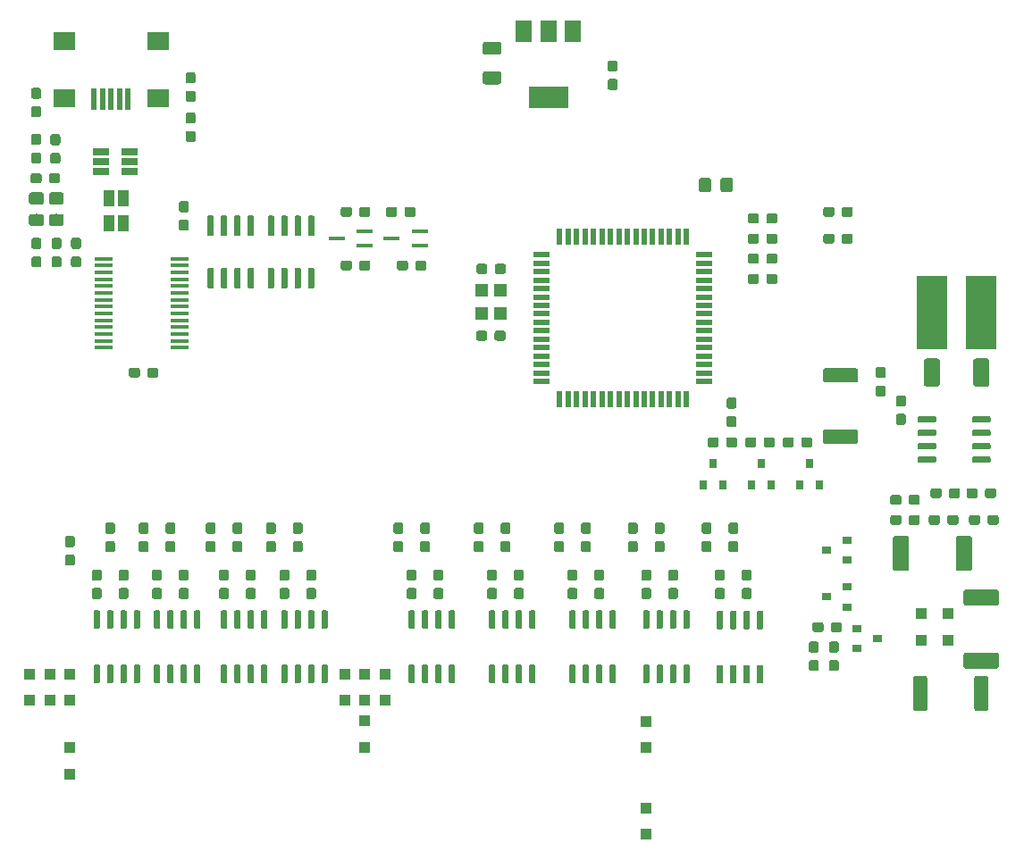
<source format=gbr>
G04 #@! TF.GenerationSoftware,KiCad,Pcbnew,(5.1.4)-1*
G04 #@! TF.CreationDate,2020-07-10T21:54:52+02:00*
G04 #@! TF.ProjectId,SBIO3,5342494f-332e-46b6-9963-61645f706362,rev?*
G04 #@! TF.SameCoordinates,Original*
G04 #@! TF.FileFunction,Paste,Top*
G04 #@! TF.FilePolarity,Positive*
%FSLAX46Y46*%
G04 Gerber Fmt 4.6, Leading zero omitted, Abs format (unit mm)*
G04 Created by KiCad (PCBNEW (5.1.4)-1) date 2020-07-10 21:54:52*
%MOMM*%
%LPD*%
G04 APERTURE LIST*
%ADD10C,0.100000*%
%ADD11C,0.600000*%
%ADD12R,1.500000X0.450000*%
%ADD13C,0.950000*%
%ADD14R,0.800000X0.900000*%
%ADD15R,0.900000X0.800000*%
%ADD16R,1.750000X0.450000*%
%ADD17C,1.525000*%
%ADD18C,1.150000*%
%ADD19R,2.000000X1.700000*%
%ADD20R,0.500000X2.000000*%
%ADD21R,1.560000X0.650000*%
%ADD22R,3.000000X7.000000*%
%ADD23C,1.350000*%
%ADD24R,1.500000X2.000000*%
%ADD25R,3.800000X2.000000*%
%ADD26C,1.250000*%
%ADD27R,1.000000X1.000000*%
%ADD28R,1.000000X1.500000*%
%ADD29R,1.200000X1.300000*%
%ADD30R,1.500000X0.550000*%
%ADD31R,0.550000X1.500000*%
G04 APERTURE END LIST*
D10*
G36*
X138594703Y-110250722D02*
G01*
X138609264Y-110252882D01*
X138623543Y-110256459D01*
X138637403Y-110261418D01*
X138650710Y-110267712D01*
X138663336Y-110275280D01*
X138675159Y-110284048D01*
X138686066Y-110293934D01*
X138695952Y-110304841D01*
X138704720Y-110316664D01*
X138712288Y-110329290D01*
X138718582Y-110342597D01*
X138723541Y-110356457D01*
X138727118Y-110370736D01*
X138729278Y-110385297D01*
X138730000Y-110400000D01*
X138730000Y-111850000D01*
X138729278Y-111864703D01*
X138727118Y-111879264D01*
X138723541Y-111893543D01*
X138718582Y-111907403D01*
X138712288Y-111920710D01*
X138704720Y-111933336D01*
X138695952Y-111945159D01*
X138686066Y-111956066D01*
X138675159Y-111965952D01*
X138663336Y-111974720D01*
X138650710Y-111982288D01*
X138637403Y-111988582D01*
X138623543Y-111993541D01*
X138609264Y-111997118D01*
X138594703Y-111999278D01*
X138580000Y-112000000D01*
X138280000Y-112000000D01*
X138265297Y-111999278D01*
X138250736Y-111997118D01*
X138236457Y-111993541D01*
X138222597Y-111988582D01*
X138209290Y-111982288D01*
X138196664Y-111974720D01*
X138184841Y-111965952D01*
X138173934Y-111956066D01*
X138164048Y-111945159D01*
X138155280Y-111933336D01*
X138147712Y-111920710D01*
X138141418Y-111907403D01*
X138136459Y-111893543D01*
X138132882Y-111879264D01*
X138130722Y-111864703D01*
X138130000Y-111850000D01*
X138130000Y-110400000D01*
X138130722Y-110385297D01*
X138132882Y-110370736D01*
X138136459Y-110356457D01*
X138141418Y-110342597D01*
X138147712Y-110329290D01*
X138155280Y-110316664D01*
X138164048Y-110304841D01*
X138173934Y-110293934D01*
X138184841Y-110284048D01*
X138196664Y-110275280D01*
X138209290Y-110267712D01*
X138222597Y-110261418D01*
X138236457Y-110256459D01*
X138250736Y-110252882D01*
X138265297Y-110250722D01*
X138280000Y-110250000D01*
X138580000Y-110250000D01*
X138594703Y-110250722D01*
X138594703Y-110250722D01*
G37*
D11*
X138430000Y-111125000D03*
D10*
G36*
X137324703Y-110250722D02*
G01*
X137339264Y-110252882D01*
X137353543Y-110256459D01*
X137367403Y-110261418D01*
X137380710Y-110267712D01*
X137393336Y-110275280D01*
X137405159Y-110284048D01*
X137416066Y-110293934D01*
X137425952Y-110304841D01*
X137434720Y-110316664D01*
X137442288Y-110329290D01*
X137448582Y-110342597D01*
X137453541Y-110356457D01*
X137457118Y-110370736D01*
X137459278Y-110385297D01*
X137460000Y-110400000D01*
X137460000Y-111850000D01*
X137459278Y-111864703D01*
X137457118Y-111879264D01*
X137453541Y-111893543D01*
X137448582Y-111907403D01*
X137442288Y-111920710D01*
X137434720Y-111933336D01*
X137425952Y-111945159D01*
X137416066Y-111956066D01*
X137405159Y-111965952D01*
X137393336Y-111974720D01*
X137380710Y-111982288D01*
X137367403Y-111988582D01*
X137353543Y-111993541D01*
X137339264Y-111997118D01*
X137324703Y-111999278D01*
X137310000Y-112000000D01*
X137010000Y-112000000D01*
X136995297Y-111999278D01*
X136980736Y-111997118D01*
X136966457Y-111993541D01*
X136952597Y-111988582D01*
X136939290Y-111982288D01*
X136926664Y-111974720D01*
X136914841Y-111965952D01*
X136903934Y-111956066D01*
X136894048Y-111945159D01*
X136885280Y-111933336D01*
X136877712Y-111920710D01*
X136871418Y-111907403D01*
X136866459Y-111893543D01*
X136862882Y-111879264D01*
X136860722Y-111864703D01*
X136860000Y-111850000D01*
X136860000Y-110400000D01*
X136860722Y-110385297D01*
X136862882Y-110370736D01*
X136866459Y-110356457D01*
X136871418Y-110342597D01*
X136877712Y-110329290D01*
X136885280Y-110316664D01*
X136894048Y-110304841D01*
X136903934Y-110293934D01*
X136914841Y-110284048D01*
X136926664Y-110275280D01*
X136939290Y-110267712D01*
X136952597Y-110261418D01*
X136966457Y-110256459D01*
X136980736Y-110252882D01*
X136995297Y-110250722D01*
X137010000Y-110250000D01*
X137310000Y-110250000D01*
X137324703Y-110250722D01*
X137324703Y-110250722D01*
G37*
D11*
X137160000Y-111125000D03*
D10*
G36*
X136054703Y-110250722D02*
G01*
X136069264Y-110252882D01*
X136083543Y-110256459D01*
X136097403Y-110261418D01*
X136110710Y-110267712D01*
X136123336Y-110275280D01*
X136135159Y-110284048D01*
X136146066Y-110293934D01*
X136155952Y-110304841D01*
X136164720Y-110316664D01*
X136172288Y-110329290D01*
X136178582Y-110342597D01*
X136183541Y-110356457D01*
X136187118Y-110370736D01*
X136189278Y-110385297D01*
X136190000Y-110400000D01*
X136190000Y-111850000D01*
X136189278Y-111864703D01*
X136187118Y-111879264D01*
X136183541Y-111893543D01*
X136178582Y-111907403D01*
X136172288Y-111920710D01*
X136164720Y-111933336D01*
X136155952Y-111945159D01*
X136146066Y-111956066D01*
X136135159Y-111965952D01*
X136123336Y-111974720D01*
X136110710Y-111982288D01*
X136097403Y-111988582D01*
X136083543Y-111993541D01*
X136069264Y-111997118D01*
X136054703Y-111999278D01*
X136040000Y-112000000D01*
X135740000Y-112000000D01*
X135725297Y-111999278D01*
X135710736Y-111997118D01*
X135696457Y-111993541D01*
X135682597Y-111988582D01*
X135669290Y-111982288D01*
X135656664Y-111974720D01*
X135644841Y-111965952D01*
X135633934Y-111956066D01*
X135624048Y-111945159D01*
X135615280Y-111933336D01*
X135607712Y-111920710D01*
X135601418Y-111907403D01*
X135596459Y-111893543D01*
X135592882Y-111879264D01*
X135590722Y-111864703D01*
X135590000Y-111850000D01*
X135590000Y-110400000D01*
X135590722Y-110385297D01*
X135592882Y-110370736D01*
X135596459Y-110356457D01*
X135601418Y-110342597D01*
X135607712Y-110329290D01*
X135615280Y-110316664D01*
X135624048Y-110304841D01*
X135633934Y-110293934D01*
X135644841Y-110284048D01*
X135656664Y-110275280D01*
X135669290Y-110267712D01*
X135682597Y-110261418D01*
X135696457Y-110256459D01*
X135710736Y-110252882D01*
X135725297Y-110250722D01*
X135740000Y-110250000D01*
X136040000Y-110250000D01*
X136054703Y-110250722D01*
X136054703Y-110250722D01*
G37*
D11*
X135890000Y-111125000D03*
D10*
G36*
X134784703Y-110250722D02*
G01*
X134799264Y-110252882D01*
X134813543Y-110256459D01*
X134827403Y-110261418D01*
X134840710Y-110267712D01*
X134853336Y-110275280D01*
X134865159Y-110284048D01*
X134876066Y-110293934D01*
X134885952Y-110304841D01*
X134894720Y-110316664D01*
X134902288Y-110329290D01*
X134908582Y-110342597D01*
X134913541Y-110356457D01*
X134917118Y-110370736D01*
X134919278Y-110385297D01*
X134920000Y-110400000D01*
X134920000Y-111850000D01*
X134919278Y-111864703D01*
X134917118Y-111879264D01*
X134913541Y-111893543D01*
X134908582Y-111907403D01*
X134902288Y-111920710D01*
X134894720Y-111933336D01*
X134885952Y-111945159D01*
X134876066Y-111956066D01*
X134865159Y-111965952D01*
X134853336Y-111974720D01*
X134840710Y-111982288D01*
X134827403Y-111988582D01*
X134813543Y-111993541D01*
X134799264Y-111997118D01*
X134784703Y-111999278D01*
X134770000Y-112000000D01*
X134470000Y-112000000D01*
X134455297Y-111999278D01*
X134440736Y-111997118D01*
X134426457Y-111993541D01*
X134412597Y-111988582D01*
X134399290Y-111982288D01*
X134386664Y-111974720D01*
X134374841Y-111965952D01*
X134363934Y-111956066D01*
X134354048Y-111945159D01*
X134345280Y-111933336D01*
X134337712Y-111920710D01*
X134331418Y-111907403D01*
X134326459Y-111893543D01*
X134322882Y-111879264D01*
X134320722Y-111864703D01*
X134320000Y-111850000D01*
X134320000Y-110400000D01*
X134320722Y-110385297D01*
X134322882Y-110370736D01*
X134326459Y-110356457D01*
X134331418Y-110342597D01*
X134337712Y-110329290D01*
X134345280Y-110316664D01*
X134354048Y-110304841D01*
X134363934Y-110293934D01*
X134374841Y-110284048D01*
X134386664Y-110275280D01*
X134399290Y-110267712D01*
X134412597Y-110261418D01*
X134426457Y-110256459D01*
X134440736Y-110252882D01*
X134455297Y-110250722D01*
X134470000Y-110250000D01*
X134770000Y-110250000D01*
X134784703Y-110250722D01*
X134784703Y-110250722D01*
G37*
D11*
X134620000Y-111125000D03*
D10*
G36*
X134784703Y-105100722D02*
G01*
X134799264Y-105102882D01*
X134813543Y-105106459D01*
X134827403Y-105111418D01*
X134840710Y-105117712D01*
X134853336Y-105125280D01*
X134865159Y-105134048D01*
X134876066Y-105143934D01*
X134885952Y-105154841D01*
X134894720Y-105166664D01*
X134902288Y-105179290D01*
X134908582Y-105192597D01*
X134913541Y-105206457D01*
X134917118Y-105220736D01*
X134919278Y-105235297D01*
X134920000Y-105250000D01*
X134920000Y-106700000D01*
X134919278Y-106714703D01*
X134917118Y-106729264D01*
X134913541Y-106743543D01*
X134908582Y-106757403D01*
X134902288Y-106770710D01*
X134894720Y-106783336D01*
X134885952Y-106795159D01*
X134876066Y-106806066D01*
X134865159Y-106815952D01*
X134853336Y-106824720D01*
X134840710Y-106832288D01*
X134827403Y-106838582D01*
X134813543Y-106843541D01*
X134799264Y-106847118D01*
X134784703Y-106849278D01*
X134770000Y-106850000D01*
X134470000Y-106850000D01*
X134455297Y-106849278D01*
X134440736Y-106847118D01*
X134426457Y-106843541D01*
X134412597Y-106838582D01*
X134399290Y-106832288D01*
X134386664Y-106824720D01*
X134374841Y-106815952D01*
X134363934Y-106806066D01*
X134354048Y-106795159D01*
X134345280Y-106783336D01*
X134337712Y-106770710D01*
X134331418Y-106757403D01*
X134326459Y-106743543D01*
X134322882Y-106729264D01*
X134320722Y-106714703D01*
X134320000Y-106700000D01*
X134320000Y-105250000D01*
X134320722Y-105235297D01*
X134322882Y-105220736D01*
X134326459Y-105206457D01*
X134331418Y-105192597D01*
X134337712Y-105179290D01*
X134345280Y-105166664D01*
X134354048Y-105154841D01*
X134363934Y-105143934D01*
X134374841Y-105134048D01*
X134386664Y-105125280D01*
X134399290Y-105117712D01*
X134412597Y-105111418D01*
X134426457Y-105106459D01*
X134440736Y-105102882D01*
X134455297Y-105100722D01*
X134470000Y-105100000D01*
X134770000Y-105100000D01*
X134784703Y-105100722D01*
X134784703Y-105100722D01*
G37*
D11*
X134620000Y-105975000D03*
D10*
G36*
X136054703Y-105100722D02*
G01*
X136069264Y-105102882D01*
X136083543Y-105106459D01*
X136097403Y-105111418D01*
X136110710Y-105117712D01*
X136123336Y-105125280D01*
X136135159Y-105134048D01*
X136146066Y-105143934D01*
X136155952Y-105154841D01*
X136164720Y-105166664D01*
X136172288Y-105179290D01*
X136178582Y-105192597D01*
X136183541Y-105206457D01*
X136187118Y-105220736D01*
X136189278Y-105235297D01*
X136190000Y-105250000D01*
X136190000Y-106700000D01*
X136189278Y-106714703D01*
X136187118Y-106729264D01*
X136183541Y-106743543D01*
X136178582Y-106757403D01*
X136172288Y-106770710D01*
X136164720Y-106783336D01*
X136155952Y-106795159D01*
X136146066Y-106806066D01*
X136135159Y-106815952D01*
X136123336Y-106824720D01*
X136110710Y-106832288D01*
X136097403Y-106838582D01*
X136083543Y-106843541D01*
X136069264Y-106847118D01*
X136054703Y-106849278D01*
X136040000Y-106850000D01*
X135740000Y-106850000D01*
X135725297Y-106849278D01*
X135710736Y-106847118D01*
X135696457Y-106843541D01*
X135682597Y-106838582D01*
X135669290Y-106832288D01*
X135656664Y-106824720D01*
X135644841Y-106815952D01*
X135633934Y-106806066D01*
X135624048Y-106795159D01*
X135615280Y-106783336D01*
X135607712Y-106770710D01*
X135601418Y-106757403D01*
X135596459Y-106743543D01*
X135592882Y-106729264D01*
X135590722Y-106714703D01*
X135590000Y-106700000D01*
X135590000Y-105250000D01*
X135590722Y-105235297D01*
X135592882Y-105220736D01*
X135596459Y-105206457D01*
X135601418Y-105192597D01*
X135607712Y-105179290D01*
X135615280Y-105166664D01*
X135624048Y-105154841D01*
X135633934Y-105143934D01*
X135644841Y-105134048D01*
X135656664Y-105125280D01*
X135669290Y-105117712D01*
X135682597Y-105111418D01*
X135696457Y-105106459D01*
X135710736Y-105102882D01*
X135725297Y-105100722D01*
X135740000Y-105100000D01*
X136040000Y-105100000D01*
X136054703Y-105100722D01*
X136054703Y-105100722D01*
G37*
D11*
X135890000Y-105975000D03*
D10*
G36*
X137324703Y-105100722D02*
G01*
X137339264Y-105102882D01*
X137353543Y-105106459D01*
X137367403Y-105111418D01*
X137380710Y-105117712D01*
X137393336Y-105125280D01*
X137405159Y-105134048D01*
X137416066Y-105143934D01*
X137425952Y-105154841D01*
X137434720Y-105166664D01*
X137442288Y-105179290D01*
X137448582Y-105192597D01*
X137453541Y-105206457D01*
X137457118Y-105220736D01*
X137459278Y-105235297D01*
X137460000Y-105250000D01*
X137460000Y-106700000D01*
X137459278Y-106714703D01*
X137457118Y-106729264D01*
X137453541Y-106743543D01*
X137448582Y-106757403D01*
X137442288Y-106770710D01*
X137434720Y-106783336D01*
X137425952Y-106795159D01*
X137416066Y-106806066D01*
X137405159Y-106815952D01*
X137393336Y-106824720D01*
X137380710Y-106832288D01*
X137367403Y-106838582D01*
X137353543Y-106843541D01*
X137339264Y-106847118D01*
X137324703Y-106849278D01*
X137310000Y-106850000D01*
X137010000Y-106850000D01*
X136995297Y-106849278D01*
X136980736Y-106847118D01*
X136966457Y-106843541D01*
X136952597Y-106838582D01*
X136939290Y-106832288D01*
X136926664Y-106824720D01*
X136914841Y-106815952D01*
X136903934Y-106806066D01*
X136894048Y-106795159D01*
X136885280Y-106783336D01*
X136877712Y-106770710D01*
X136871418Y-106757403D01*
X136866459Y-106743543D01*
X136862882Y-106729264D01*
X136860722Y-106714703D01*
X136860000Y-106700000D01*
X136860000Y-105250000D01*
X136860722Y-105235297D01*
X136862882Y-105220736D01*
X136866459Y-105206457D01*
X136871418Y-105192597D01*
X136877712Y-105179290D01*
X136885280Y-105166664D01*
X136894048Y-105154841D01*
X136903934Y-105143934D01*
X136914841Y-105134048D01*
X136926664Y-105125280D01*
X136939290Y-105117712D01*
X136952597Y-105111418D01*
X136966457Y-105106459D01*
X136980736Y-105102882D01*
X136995297Y-105100722D01*
X137010000Y-105100000D01*
X137310000Y-105100000D01*
X137324703Y-105100722D01*
X137324703Y-105100722D01*
G37*
D11*
X137160000Y-105975000D03*
D10*
G36*
X138594703Y-105100722D02*
G01*
X138609264Y-105102882D01*
X138623543Y-105106459D01*
X138637403Y-105111418D01*
X138650710Y-105117712D01*
X138663336Y-105125280D01*
X138675159Y-105134048D01*
X138686066Y-105143934D01*
X138695952Y-105154841D01*
X138704720Y-105166664D01*
X138712288Y-105179290D01*
X138718582Y-105192597D01*
X138723541Y-105206457D01*
X138727118Y-105220736D01*
X138729278Y-105235297D01*
X138730000Y-105250000D01*
X138730000Y-106700000D01*
X138729278Y-106714703D01*
X138727118Y-106729264D01*
X138723541Y-106743543D01*
X138718582Y-106757403D01*
X138712288Y-106770710D01*
X138704720Y-106783336D01*
X138695952Y-106795159D01*
X138686066Y-106806066D01*
X138675159Y-106815952D01*
X138663336Y-106824720D01*
X138650710Y-106832288D01*
X138637403Y-106838582D01*
X138623543Y-106843541D01*
X138609264Y-106847118D01*
X138594703Y-106849278D01*
X138580000Y-106850000D01*
X138280000Y-106850000D01*
X138265297Y-106849278D01*
X138250736Y-106847118D01*
X138236457Y-106843541D01*
X138222597Y-106838582D01*
X138209290Y-106832288D01*
X138196664Y-106824720D01*
X138184841Y-106815952D01*
X138173934Y-106806066D01*
X138164048Y-106795159D01*
X138155280Y-106783336D01*
X138147712Y-106770710D01*
X138141418Y-106757403D01*
X138136459Y-106743543D01*
X138132882Y-106729264D01*
X138130722Y-106714703D01*
X138130000Y-106700000D01*
X138130000Y-105250000D01*
X138130722Y-105235297D01*
X138132882Y-105220736D01*
X138136459Y-105206457D01*
X138141418Y-105192597D01*
X138147712Y-105179290D01*
X138155280Y-105166664D01*
X138164048Y-105154841D01*
X138173934Y-105143934D01*
X138184841Y-105134048D01*
X138196664Y-105125280D01*
X138209290Y-105117712D01*
X138222597Y-105111418D01*
X138236457Y-105106459D01*
X138250736Y-105102882D01*
X138265297Y-105100722D01*
X138280000Y-105100000D01*
X138580000Y-105100000D01*
X138594703Y-105100722D01*
X138594703Y-105100722D01*
G37*
D11*
X138430000Y-105975000D03*
D10*
G36*
X104304703Y-110250722D02*
G01*
X104319264Y-110252882D01*
X104333543Y-110256459D01*
X104347403Y-110261418D01*
X104360710Y-110267712D01*
X104373336Y-110275280D01*
X104385159Y-110284048D01*
X104396066Y-110293934D01*
X104405952Y-110304841D01*
X104414720Y-110316664D01*
X104422288Y-110329290D01*
X104428582Y-110342597D01*
X104433541Y-110356457D01*
X104437118Y-110370736D01*
X104439278Y-110385297D01*
X104440000Y-110400000D01*
X104440000Y-111850000D01*
X104439278Y-111864703D01*
X104437118Y-111879264D01*
X104433541Y-111893543D01*
X104428582Y-111907403D01*
X104422288Y-111920710D01*
X104414720Y-111933336D01*
X104405952Y-111945159D01*
X104396066Y-111956066D01*
X104385159Y-111965952D01*
X104373336Y-111974720D01*
X104360710Y-111982288D01*
X104347403Y-111988582D01*
X104333543Y-111993541D01*
X104319264Y-111997118D01*
X104304703Y-111999278D01*
X104290000Y-112000000D01*
X103990000Y-112000000D01*
X103975297Y-111999278D01*
X103960736Y-111997118D01*
X103946457Y-111993541D01*
X103932597Y-111988582D01*
X103919290Y-111982288D01*
X103906664Y-111974720D01*
X103894841Y-111965952D01*
X103883934Y-111956066D01*
X103874048Y-111945159D01*
X103865280Y-111933336D01*
X103857712Y-111920710D01*
X103851418Y-111907403D01*
X103846459Y-111893543D01*
X103842882Y-111879264D01*
X103840722Y-111864703D01*
X103840000Y-111850000D01*
X103840000Y-110400000D01*
X103840722Y-110385297D01*
X103842882Y-110370736D01*
X103846459Y-110356457D01*
X103851418Y-110342597D01*
X103857712Y-110329290D01*
X103865280Y-110316664D01*
X103874048Y-110304841D01*
X103883934Y-110293934D01*
X103894841Y-110284048D01*
X103906664Y-110275280D01*
X103919290Y-110267712D01*
X103932597Y-110261418D01*
X103946457Y-110256459D01*
X103960736Y-110252882D01*
X103975297Y-110250722D01*
X103990000Y-110250000D01*
X104290000Y-110250000D01*
X104304703Y-110250722D01*
X104304703Y-110250722D01*
G37*
D11*
X104140000Y-111125000D03*
D10*
G36*
X103034703Y-110250722D02*
G01*
X103049264Y-110252882D01*
X103063543Y-110256459D01*
X103077403Y-110261418D01*
X103090710Y-110267712D01*
X103103336Y-110275280D01*
X103115159Y-110284048D01*
X103126066Y-110293934D01*
X103135952Y-110304841D01*
X103144720Y-110316664D01*
X103152288Y-110329290D01*
X103158582Y-110342597D01*
X103163541Y-110356457D01*
X103167118Y-110370736D01*
X103169278Y-110385297D01*
X103170000Y-110400000D01*
X103170000Y-111850000D01*
X103169278Y-111864703D01*
X103167118Y-111879264D01*
X103163541Y-111893543D01*
X103158582Y-111907403D01*
X103152288Y-111920710D01*
X103144720Y-111933336D01*
X103135952Y-111945159D01*
X103126066Y-111956066D01*
X103115159Y-111965952D01*
X103103336Y-111974720D01*
X103090710Y-111982288D01*
X103077403Y-111988582D01*
X103063543Y-111993541D01*
X103049264Y-111997118D01*
X103034703Y-111999278D01*
X103020000Y-112000000D01*
X102720000Y-112000000D01*
X102705297Y-111999278D01*
X102690736Y-111997118D01*
X102676457Y-111993541D01*
X102662597Y-111988582D01*
X102649290Y-111982288D01*
X102636664Y-111974720D01*
X102624841Y-111965952D01*
X102613934Y-111956066D01*
X102604048Y-111945159D01*
X102595280Y-111933336D01*
X102587712Y-111920710D01*
X102581418Y-111907403D01*
X102576459Y-111893543D01*
X102572882Y-111879264D01*
X102570722Y-111864703D01*
X102570000Y-111850000D01*
X102570000Y-110400000D01*
X102570722Y-110385297D01*
X102572882Y-110370736D01*
X102576459Y-110356457D01*
X102581418Y-110342597D01*
X102587712Y-110329290D01*
X102595280Y-110316664D01*
X102604048Y-110304841D01*
X102613934Y-110293934D01*
X102624841Y-110284048D01*
X102636664Y-110275280D01*
X102649290Y-110267712D01*
X102662597Y-110261418D01*
X102676457Y-110256459D01*
X102690736Y-110252882D01*
X102705297Y-110250722D01*
X102720000Y-110250000D01*
X103020000Y-110250000D01*
X103034703Y-110250722D01*
X103034703Y-110250722D01*
G37*
D11*
X102870000Y-111125000D03*
D10*
G36*
X101764703Y-110250722D02*
G01*
X101779264Y-110252882D01*
X101793543Y-110256459D01*
X101807403Y-110261418D01*
X101820710Y-110267712D01*
X101833336Y-110275280D01*
X101845159Y-110284048D01*
X101856066Y-110293934D01*
X101865952Y-110304841D01*
X101874720Y-110316664D01*
X101882288Y-110329290D01*
X101888582Y-110342597D01*
X101893541Y-110356457D01*
X101897118Y-110370736D01*
X101899278Y-110385297D01*
X101900000Y-110400000D01*
X101900000Y-111850000D01*
X101899278Y-111864703D01*
X101897118Y-111879264D01*
X101893541Y-111893543D01*
X101888582Y-111907403D01*
X101882288Y-111920710D01*
X101874720Y-111933336D01*
X101865952Y-111945159D01*
X101856066Y-111956066D01*
X101845159Y-111965952D01*
X101833336Y-111974720D01*
X101820710Y-111982288D01*
X101807403Y-111988582D01*
X101793543Y-111993541D01*
X101779264Y-111997118D01*
X101764703Y-111999278D01*
X101750000Y-112000000D01*
X101450000Y-112000000D01*
X101435297Y-111999278D01*
X101420736Y-111997118D01*
X101406457Y-111993541D01*
X101392597Y-111988582D01*
X101379290Y-111982288D01*
X101366664Y-111974720D01*
X101354841Y-111965952D01*
X101343934Y-111956066D01*
X101334048Y-111945159D01*
X101325280Y-111933336D01*
X101317712Y-111920710D01*
X101311418Y-111907403D01*
X101306459Y-111893543D01*
X101302882Y-111879264D01*
X101300722Y-111864703D01*
X101300000Y-111850000D01*
X101300000Y-110400000D01*
X101300722Y-110385297D01*
X101302882Y-110370736D01*
X101306459Y-110356457D01*
X101311418Y-110342597D01*
X101317712Y-110329290D01*
X101325280Y-110316664D01*
X101334048Y-110304841D01*
X101343934Y-110293934D01*
X101354841Y-110284048D01*
X101366664Y-110275280D01*
X101379290Y-110267712D01*
X101392597Y-110261418D01*
X101406457Y-110256459D01*
X101420736Y-110252882D01*
X101435297Y-110250722D01*
X101450000Y-110250000D01*
X101750000Y-110250000D01*
X101764703Y-110250722D01*
X101764703Y-110250722D01*
G37*
D11*
X101600000Y-111125000D03*
D10*
G36*
X100494703Y-110250722D02*
G01*
X100509264Y-110252882D01*
X100523543Y-110256459D01*
X100537403Y-110261418D01*
X100550710Y-110267712D01*
X100563336Y-110275280D01*
X100575159Y-110284048D01*
X100586066Y-110293934D01*
X100595952Y-110304841D01*
X100604720Y-110316664D01*
X100612288Y-110329290D01*
X100618582Y-110342597D01*
X100623541Y-110356457D01*
X100627118Y-110370736D01*
X100629278Y-110385297D01*
X100630000Y-110400000D01*
X100630000Y-111850000D01*
X100629278Y-111864703D01*
X100627118Y-111879264D01*
X100623541Y-111893543D01*
X100618582Y-111907403D01*
X100612288Y-111920710D01*
X100604720Y-111933336D01*
X100595952Y-111945159D01*
X100586066Y-111956066D01*
X100575159Y-111965952D01*
X100563336Y-111974720D01*
X100550710Y-111982288D01*
X100537403Y-111988582D01*
X100523543Y-111993541D01*
X100509264Y-111997118D01*
X100494703Y-111999278D01*
X100480000Y-112000000D01*
X100180000Y-112000000D01*
X100165297Y-111999278D01*
X100150736Y-111997118D01*
X100136457Y-111993541D01*
X100122597Y-111988582D01*
X100109290Y-111982288D01*
X100096664Y-111974720D01*
X100084841Y-111965952D01*
X100073934Y-111956066D01*
X100064048Y-111945159D01*
X100055280Y-111933336D01*
X100047712Y-111920710D01*
X100041418Y-111907403D01*
X100036459Y-111893543D01*
X100032882Y-111879264D01*
X100030722Y-111864703D01*
X100030000Y-111850000D01*
X100030000Y-110400000D01*
X100030722Y-110385297D01*
X100032882Y-110370736D01*
X100036459Y-110356457D01*
X100041418Y-110342597D01*
X100047712Y-110329290D01*
X100055280Y-110316664D01*
X100064048Y-110304841D01*
X100073934Y-110293934D01*
X100084841Y-110284048D01*
X100096664Y-110275280D01*
X100109290Y-110267712D01*
X100122597Y-110261418D01*
X100136457Y-110256459D01*
X100150736Y-110252882D01*
X100165297Y-110250722D01*
X100180000Y-110250000D01*
X100480000Y-110250000D01*
X100494703Y-110250722D01*
X100494703Y-110250722D01*
G37*
D11*
X100330000Y-111125000D03*
D10*
G36*
X100494703Y-105100722D02*
G01*
X100509264Y-105102882D01*
X100523543Y-105106459D01*
X100537403Y-105111418D01*
X100550710Y-105117712D01*
X100563336Y-105125280D01*
X100575159Y-105134048D01*
X100586066Y-105143934D01*
X100595952Y-105154841D01*
X100604720Y-105166664D01*
X100612288Y-105179290D01*
X100618582Y-105192597D01*
X100623541Y-105206457D01*
X100627118Y-105220736D01*
X100629278Y-105235297D01*
X100630000Y-105250000D01*
X100630000Y-106700000D01*
X100629278Y-106714703D01*
X100627118Y-106729264D01*
X100623541Y-106743543D01*
X100618582Y-106757403D01*
X100612288Y-106770710D01*
X100604720Y-106783336D01*
X100595952Y-106795159D01*
X100586066Y-106806066D01*
X100575159Y-106815952D01*
X100563336Y-106824720D01*
X100550710Y-106832288D01*
X100537403Y-106838582D01*
X100523543Y-106843541D01*
X100509264Y-106847118D01*
X100494703Y-106849278D01*
X100480000Y-106850000D01*
X100180000Y-106850000D01*
X100165297Y-106849278D01*
X100150736Y-106847118D01*
X100136457Y-106843541D01*
X100122597Y-106838582D01*
X100109290Y-106832288D01*
X100096664Y-106824720D01*
X100084841Y-106815952D01*
X100073934Y-106806066D01*
X100064048Y-106795159D01*
X100055280Y-106783336D01*
X100047712Y-106770710D01*
X100041418Y-106757403D01*
X100036459Y-106743543D01*
X100032882Y-106729264D01*
X100030722Y-106714703D01*
X100030000Y-106700000D01*
X100030000Y-105250000D01*
X100030722Y-105235297D01*
X100032882Y-105220736D01*
X100036459Y-105206457D01*
X100041418Y-105192597D01*
X100047712Y-105179290D01*
X100055280Y-105166664D01*
X100064048Y-105154841D01*
X100073934Y-105143934D01*
X100084841Y-105134048D01*
X100096664Y-105125280D01*
X100109290Y-105117712D01*
X100122597Y-105111418D01*
X100136457Y-105106459D01*
X100150736Y-105102882D01*
X100165297Y-105100722D01*
X100180000Y-105100000D01*
X100480000Y-105100000D01*
X100494703Y-105100722D01*
X100494703Y-105100722D01*
G37*
D11*
X100330000Y-105975000D03*
D10*
G36*
X101764703Y-105100722D02*
G01*
X101779264Y-105102882D01*
X101793543Y-105106459D01*
X101807403Y-105111418D01*
X101820710Y-105117712D01*
X101833336Y-105125280D01*
X101845159Y-105134048D01*
X101856066Y-105143934D01*
X101865952Y-105154841D01*
X101874720Y-105166664D01*
X101882288Y-105179290D01*
X101888582Y-105192597D01*
X101893541Y-105206457D01*
X101897118Y-105220736D01*
X101899278Y-105235297D01*
X101900000Y-105250000D01*
X101900000Y-106700000D01*
X101899278Y-106714703D01*
X101897118Y-106729264D01*
X101893541Y-106743543D01*
X101888582Y-106757403D01*
X101882288Y-106770710D01*
X101874720Y-106783336D01*
X101865952Y-106795159D01*
X101856066Y-106806066D01*
X101845159Y-106815952D01*
X101833336Y-106824720D01*
X101820710Y-106832288D01*
X101807403Y-106838582D01*
X101793543Y-106843541D01*
X101779264Y-106847118D01*
X101764703Y-106849278D01*
X101750000Y-106850000D01*
X101450000Y-106850000D01*
X101435297Y-106849278D01*
X101420736Y-106847118D01*
X101406457Y-106843541D01*
X101392597Y-106838582D01*
X101379290Y-106832288D01*
X101366664Y-106824720D01*
X101354841Y-106815952D01*
X101343934Y-106806066D01*
X101334048Y-106795159D01*
X101325280Y-106783336D01*
X101317712Y-106770710D01*
X101311418Y-106757403D01*
X101306459Y-106743543D01*
X101302882Y-106729264D01*
X101300722Y-106714703D01*
X101300000Y-106700000D01*
X101300000Y-105250000D01*
X101300722Y-105235297D01*
X101302882Y-105220736D01*
X101306459Y-105206457D01*
X101311418Y-105192597D01*
X101317712Y-105179290D01*
X101325280Y-105166664D01*
X101334048Y-105154841D01*
X101343934Y-105143934D01*
X101354841Y-105134048D01*
X101366664Y-105125280D01*
X101379290Y-105117712D01*
X101392597Y-105111418D01*
X101406457Y-105106459D01*
X101420736Y-105102882D01*
X101435297Y-105100722D01*
X101450000Y-105100000D01*
X101750000Y-105100000D01*
X101764703Y-105100722D01*
X101764703Y-105100722D01*
G37*
D11*
X101600000Y-105975000D03*
D10*
G36*
X103034703Y-105100722D02*
G01*
X103049264Y-105102882D01*
X103063543Y-105106459D01*
X103077403Y-105111418D01*
X103090710Y-105117712D01*
X103103336Y-105125280D01*
X103115159Y-105134048D01*
X103126066Y-105143934D01*
X103135952Y-105154841D01*
X103144720Y-105166664D01*
X103152288Y-105179290D01*
X103158582Y-105192597D01*
X103163541Y-105206457D01*
X103167118Y-105220736D01*
X103169278Y-105235297D01*
X103170000Y-105250000D01*
X103170000Y-106700000D01*
X103169278Y-106714703D01*
X103167118Y-106729264D01*
X103163541Y-106743543D01*
X103158582Y-106757403D01*
X103152288Y-106770710D01*
X103144720Y-106783336D01*
X103135952Y-106795159D01*
X103126066Y-106806066D01*
X103115159Y-106815952D01*
X103103336Y-106824720D01*
X103090710Y-106832288D01*
X103077403Y-106838582D01*
X103063543Y-106843541D01*
X103049264Y-106847118D01*
X103034703Y-106849278D01*
X103020000Y-106850000D01*
X102720000Y-106850000D01*
X102705297Y-106849278D01*
X102690736Y-106847118D01*
X102676457Y-106843541D01*
X102662597Y-106838582D01*
X102649290Y-106832288D01*
X102636664Y-106824720D01*
X102624841Y-106815952D01*
X102613934Y-106806066D01*
X102604048Y-106795159D01*
X102595280Y-106783336D01*
X102587712Y-106770710D01*
X102581418Y-106757403D01*
X102576459Y-106743543D01*
X102572882Y-106729264D01*
X102570722Y-106714703D01*
X102570000Y-106700000D01*
X102570000Y-105250000D01*
X102570722Y-105235297D01*
X102572882Y-105220736D01*
X102576459Y-105206457D01*
X102581418Y-105192597D01*
X102587712Y-105179290D01*
X102595280Y-105166664D01*
X102604048Y-105154841D01*
X102613934Y-105143934D01*
X102624841Y-105134048D01*
X102636664Y-105125280D01*
X102649290Y-105117712D01*
X102662597Y-105111418D01*
X102676457Y-105106459D01*
X102690736Y-105102882D01*
X102705297Y-105100722D01*
X102720000Y-105100000D01*
X103020000Y-105100000D01*
X103034703Y-105100722D01*
X103034703Y-105100722D01*
G37*
D11*
X102870000Y-105975000D03*
D10*
G36*
X104304703Y-105100722D02*
G01*
X104319264Y-105102882D01*
X104333543Y-105106459D01*
X104347403Y-105111418D01*
X104360710Y-105117712D01*
X104373336Y-105125280D01*
X104385159Y-105134048D01*
X104396066Y-105143934D01*
X104405952Y-105154841D01*
X104414720Y-105166664D01*
X104422288Y-105179290D01*
X104428582Y-105192597D01*
X104433541Y-105206457D01*
X104437118Y-105220736D01*
X104439278Y-105235297D01*
X104440000Y-105250000D01*
X104440000Y-106700000D01*
X104439278Y-106714703D01*
X104437118Y-106729264D01*
X104433541Y-106743543D01*
X104428582Y-106757403D01*
X104422288Y-106770710D01*
X104414720Y-106783336D01*
X104405952Y-106795159D01*
X104396066Y-106806066D01*
X104385159Y-106815952D01*
X104373336Y-106824720D01*
X104360710Y-106832288D01*
X104347403Y-106838582D01*
X104333543Y-106843541D01*
X104319264Y-106847118D01*
X104304703Y-106849278D01*
X104290000Y-106850000D01*
X103990000Y-106850000D01*
X103975297Y-106849278D01*
X103960736Y-106847118D01*
X103946457Y-106843541D01*
X103932597Y-106838582D01*
X103919290Y-106832288D01*
X103906664Y-106824720D01*
X103894841Y-106815952D01*
X103883934Y-106806066D01*
X103874048Y-106795159D01*
X103865280Y-106783336D01*
X103857712Y-106770710D01*
X103851418Y-106757403D01*
X103846459Y-106743543D01*
X103842882Y-106729264D01*
X103840722Y-106714703D01*
X103840000Y-106700000D01*
X103840000Y-105250000D01*
X103840722Y-105235297D01*
X103842882Y-105220736D01*
X103846459Y-105206457D01*
X103851418Y-105192597D01*
X103857712Y-105179290D01*
X103865280Y-105166664D01*
X103874048Y-105154841D01*
X103883934Y-105143934D01*
X103894841Y-105134048D01*
X103906664Y-105125280D01*
X103919290Y-105117712D01*
X103932597Y-105111418D01*
X103946457Y-105106459D01*
X103960736Y-105102882D01*
X103975297Y-105100722D01*
X103990000Y-105100000D01*
X104290000Y-105100000D01*
X104304703Y-105100722D01*
X104304703Y-105100722D01*
G37*
D11*
X104140000Y-105975000D03*
D12*
X105290000Y-69850000D03*
X107950000Y-69200000D03*
X107950000Y-70500000D03*
D10*
G36*
X98589703Y-110250722D02*
G01*
X98604264Y-110252882D01*
X98618543Y-110256459D01*
X98632403Y-110261418D01*
X98645710Y-110267712D01*
X98658336Y-110275280D01*
X98670159Y-110284048D01*
X98681066Y-110293934D01*
X98690952Y-110304841D01*
X98699720Y-110316664D01*
X98707288Y-110329290D01*
X98713582Y-110342597D01*
X98718541Y-110356457D01*
X98722118Y-110370736D01*
X98724278Y-110385297D01*
X98725000Y-110400000D01*
X98725000Y-111850000D01*
X98724278Y-111864703D01*
X98722118Y-111879264D01*
X98718541Y-111893543D01*
X98713582Y-111907403D01*
X98707288Y-111920710D01*
X98699720Y-111933336D01*
X98690952Y-111945159D01*
X98681066Y-111956066D01*
X98670159Y-111965952D01*
X98658336Y-111974720D01*
X98645710Y-111982288D01*
X98632403Y-111988582D01*
X98618543Y-111993541D01*
X98604264Y-111997118D01*
X98589703Y-111999278D01*
X98575000Y-112000000D01*
X98275000Y-112000000D01*
X98260297Y-111999278D01*
X98245736Y-111997118D01*
X98231457Y-111993541D01*
X98217597Y-111988582D01*
X98204290Y-111982288D01*
X98191664Y-111974720D01*
X98179841Y-111965952D01*
X98168934Y-111956066D01*
X98159048Y-111945159D01*
X98150280Y-111933336D01*
X98142712Y-111920710D01*
X98136418Y-111907403D01*
X98131459Y-111893543D01*
X98127882Y-111879264D01*
X98125722Y-111864703D01*
X98125000Y-111850000D01*
X98125000Y-110400000D01*
X98125722Y-110385297D01*
X98127882Y-110370736D01*
X98131459Y-110356457D01*
X98136418Y-110342597D01*
X98142712Y-110329290D01*
X98150280Y-110316664D01*
X98159048Y-110304841D01*
X98168934Y-110293934D01*
X98179841Y-110284048D01*
X98191664Y-110275280D01*
X98204290Y-110267712D01*
X98217597Y-110261418D01*
X98231457Y-110256459D01*
X98245736Y-110252882D01*
X98260297Y-110250722D01*
X98275000Y-110250000D01*
X98575000Y-110250000D01*
X98589703Y-110250722D01*
X98589703Y-110250722D01*
G37*
D11*
X98425000Y-111125000D03*
D10*
G36*
X97319703Y-110250722D02*
G01*
X97334264Y-110252882D01*
X97348543Y-110256459D01*
X97362403Y-110261418D01*
X97375710Y-110267712D01*
X97388336Y-110275280D01*
X97400159Y-110284048D01*
X97411066Y-110293934D01*
X97420952Y-110304841D01*
X97429720Y-110316664D01*
X97437288Y-110329290D01*
X97443582Y-110342597D01*
X97448541Y-110356457D01*
X97452118Y-110370736D01*
X97454278Y-110385297D01*
X97455000Y-110400000D01*
X97455000Y-111850000D01*
X97454278Y-111864703D01*
X97452118Y-111879264D01*
X97448541Y-111893543D01*
X97443582Y-111907403D01*
X97437288Y-111920710D01*
X97429720Y-111933336D01*
X97420952Y-111945159D01*
X97411066Y-111956066D01*
X97400159Y-111965952D01*
X97388336Y-111974720D01*
X97375710Y-111982288D01*
X97362403Y-111988582D01*
X97348543Y-111993541D01*
X97334264Y-111997118D01*
X97319703Y-111999278D01*
X97305000Y-112000000D01*
X97005000Y-112000000D01*
X96990297Y-111999278D01*
X96975736Y-111997118D01*
X96961457Y-111993541D01*
X96947597Y-111988582D01*
X96934290Y-111982288D01*
X96921664Y-111974720D01*
X96909841Y-111965952D01*
X96898934Y-111956066D01*
X96889048Y-111945159D01*
X96880280Y-111933336D01*
X96872712Y-111920710D01*
X96866418Y-111907403D01*
X96861459Y-111893543D01*
X96857882Y-111879264D01*
X96855722Y-111864703D01*
X96855000Y-111850000D01*
X96855000Y-110400000D01*
X96855722Y-110385297D01*
X96857882Y-110370736D01*
X96861459Y-110356457D01*
X96866418Y-110342597D01*
X96872712Y-110329290D01*
X96880280Y-110316664D01*
X96889048Y-110304841D01*
X96898934Y-110293934D01*
X96909841Y-110284048D01*
X96921664Y-110275280D01*
X96934290Y-110267712D01*
X96947597Y-110261418D01*
X96961457Y-110256459D01*
X96975736Y-110252882D01*
X96990297Y-110250722D01*
X97005000Y-110250000D01*
X97305000Y-110250000D01*
X97319703Y-110250722D01*
X97319703Y-110250722D01*
G37*
D11*
X97155000Y-111125000D03*
D10*
G36*
X96049703Y-110250722D02*
G01*
X96064264Y-110252882D01*
X96078543Y-110256459D01*
X96092403Y-110261418D01*
X96105710Y-110267712D01*
X96118336Y-110275280D01*
X96130159Y-110284048D01*
X96141066Y-110293934D01*
X96150952Y-110304841D01*
X96159720Y-110316664D01*
X96167288Y-110329290D01*
X96173582Y-110342597D01*
X96178541Y-110356457D01*
X96182118Y-110370736D01*
X96184278Y-110385297D01*
X96185000Y-110400000D01*
X96185000Y-111850000D01*
X96184278Y-111864703D01*
X96182118Y-111879264D01*
X96178541Y-111893543D01*
X96173582Y-111907403D01*
X96167288Y-111920710D01*
X96159720Y-111933336D01*
X96150952Y-111945159D01*
X96141066Y-111956066D01*
X96130159Y-111965952D01*
X96118336Y-111974720D01*
X96105710Y-111982288D01*
X96092403Y-111988582D01*
X96078543Y-111993541D01*
X96064264Y-111997118D01*
X96049703Y-111999278D01*
X96035000Y-112000000D01*
X95735000Y-112000000D01*
X95720297Y-111999278D01*
X95705736Y-111997118D01*
X95691457Y-111993541D01*
X95677597Y-111988582D01*
X95664290Y-111982288D01*
X95651664Y-111974720D01*
X95639841Y-111965952D01*
X95628934Y-111956066D01*
X95619048Y-111945159D01*
X95610280Y-111933336D01*
X95602712Y-111920710D01*
X95596418Y-111907403D01*
X95591459Y-111893543D01*
X95587882Y-111879264D01*
X95585722Y-111864703D01*
X95585000Y-111850000D01*
X95585000Y-110400000D01*
X95585722Y-110385297D01*
X95587882Y-110370736D01*
X95591459Y-110356457D01*
X95596418Y-110342597D01*
X95602712Y-110329290D01*
X95610280Y-110316664D01*
X95619048Y-110304841D01*
X95628934Y-110293934D01*
X95639841Y-110284048D01*
X95651664Y-110275280D01*
X95664290Y-110267712D01*
X95677597Y-110261418D01*
X95691457Y-110256459D01*
X95705736Y-110252882D01*
X95720297Y-110250722D01*
X95735000Y-110250000D01*
X96035000Y-110250000D01*
X96049703Y-110250722D01*
X96049703Y-110250722D01*
G37*
D11*
X95885000Y-111125000D03*
D10*
G36*
X94779703Y-110250722D02*
G01*
X94794264Y-110252882D01*
X94808543Y-110256459D01*
X94822403Y-110261418D01*
X94835710Y-110267712D01*
X94848336Y-110275280D01*
X94860159Y-110284048D01*
X94871066Y-110293934D01*
X94880952Y-110304841D01*
X94889720Y-110316664D01*
X94897288Y-110329290D01*
X94903582Y-110342597D01*
X94908541Y-110356457D01*
X94912118Y-110370736D01*
X94914278Y-110385297D01*
X94915000Y-110400000D01*
X94915000Y-111850000D01*
X94914278Y-111864703D01*
X94912118Y-111879264D01*
X94908541Y-111893543D01*
X94903582Y-111907403D01*
X94897288Y-111920710D01*
X94889720Y-111933336D01*
X94880952Y-111945159D01*
X94871066Y-111956066D01*
X94860159Y-111965952D01*
X94848336Y-111974720D01*
X94835710Y-111982288D01*
X94822403Y-111988582D01*
X94808543Y-111993541D01*
X94794264Y-111997118D01*
X94779703Y-111999278D01*
X94765000Y-112000000D01*
X94465000Y-112000000D01*
X94450297Y-111999278D01*
X94435736Y-111997118D01*
X94421457Y-111993541D01*
X94407597Y-111988582D01*
X94394290Y-111982288D01*
X94381664Y-111974720D01*
X94369841Y-111965952D01*
X94358934Y-111956066D01*
X94349048Y-111945159D01*
X94340280Y-111933336D01*
X94332712Y-111920710D01*
X94326418Y-111907403D01*
X94321459Y-111893543D01*
X94317882Y-111879264D01*
X94315722Y-111864703D01*
X94315000Y-111850000D01*
X94315000Y-110400000D01*
X94315722Y-110385297D01*
X94317882Y-110370736D01*
X94321459Y-110356457D01*
X94326418Y-110342597D01*
X94332712Y-110329290D01*
X94340280Y-110316664D01*
X94349048Y-110304841D01*
X94358934Y-110293934D01*
X94369841Y-110284048D01*
X94381664Y-110275280D01*
X94394290Y-110267712D01*
X94407597Y-110261418D01*
X94421457Y-110256459D01*
X94435736Y-110252882D01*
X94450297Y-110250722D01*
X94465000Y-110250000D01*
X94765000Y-110250000D01*
X94779703Y-110250722D01*
X94779703Y-110250722D01*
G37*
D11*
X94615000Y-111125000D03*
D10*
G36*
X94779703Y-105100722D02*
G01*
X94794264Y-105102882D01*
X94808543Y-105106459D01*
X94822403Y-105111418D01*
X94835710Y-105117712D01*
X94848336Y-105125280D01*
X94860159Y-105134048D01*
X94871066Y-105143934D01*
X94880952Y-105154841D01*
X94889720Y-105166664D01*
X94897288Y-105179290D01*
X94903582Y-105192597D01*
X94908541Y-105206457D01*
X94912118Y-105220736D01*
X94914278Y-105235297D01*
X94915000Y-105250000D01*
X94915000Y-106700000D01*
X94914278Y-106714703D01*
X94912118Y-106729264D01*
X94908541Y-106743543D01*
X94903582Y-106757403D01*
X94897288Y-106770710D01*
X94889720Y-106783336D01*
X94880952Y-106795159D01*
X94871066Y-106806066D01*
X94860159Y-106815952D01*
X94848336Y-106824720D01*
X94835710Y-106832288D01*
X94822403Y-106838582D01*
X94808543Y-106843541D01*
X94794264Y-106847118D01*
X94779703Y-106849278D01*
X94765000Y-106850000D01*
X94465000Y-106850000D01*
X94450297Y-106849278D01*
X94435736Y-106847118D01*
X94421457Y-106843541D01*
X94407597Y-106838582D01*
X94394290Y-106832288D01*
X94381664Y-106824720D01*
X94369841Y-106815952D01*
X94358934Y-106806066D01*
X94349048Y-106795159D01*
X94340280Y-106783336D01*
X94332712Y-106770710D01*
X94326418Y-106757403D01*
X94321459Y-106743543D01*
X94317882Y-106729264D01*
X94315722Y-106714703D01*
X94315000Y-106700000D01*
X94315000Y-105250000D01*
X94315722Y-105235297D01*
X94317882Y-105220736D01*
X94321459Y-105206457D01*
X94326418Y-105192597D01*
X94332712Y-105179290D01*
X94340280Y-105166664D01*
X94349048Y-105154841D01*
X94358934Y-105143934D01*
X94369841Y-105134048D01*
X94381664Y-105125280D01*
X94394290Y-105117712D01*
X94407597Y-105111418D01*
X94421457Y-105106459D01*
X94435736Y-105102882D01*
X94450297Y-105100722D01*
X94465000Y-105100000D01*
X94765000Y-105100000D01*
X94779703Y-105100722D01*
X94779703Y-105100722D01*
G37*
D11*
X94615000Y-105975000D03*
D10*
G36*
X96049703Y-105100722D02*
G01*
X96064264Y-105102882D01*
X96078543Y-105106459D01*
X96092403Y-105111418D01*
X96105710Y-105117712D01*
X96118336Y-105125280D01*
X96130159Y-105134048D01*
X96141066Y-105143934D01*
X96150952Y-105154841D01*
X96159720Y-105166664D01*
X96167288Y-105179290D01*
X96173582Y-105192597D01*
X96178541Y-105206457D01*
X96182118Y-105220736D01*
X96184278Y-105235297D01*
X96185000Y-105250000D01*
X96185000Y-106700000D01*
X96184278Y-106714703D01*
X96182118Y-106729264D01*
X96178541Y-106743543D01*
X96173582Y-106757403D01*
X96167288Y-106770710D01*
X96159720Y-106783336D01*
X96150952Y-106795159D01*
X96141066Y-106806066D01*
X96130159Y-106815952D01*
X96118336Y-106824720D01*
X96105710Y-106832288D01*
X96092403Y-106838582D01*
X96078543Y-106843541D01*
X96064264Y-106847118D01*
X96049703Y-106849278D01*
X96035000Y-106850000D01*
X95735000Y-106850000D01*
X95720297Y-106849278D01*
X95705736Y-106847118D01*
X95691457Y-106843541D01*
X95677597Y-106838582D01*
X95664290Y-106832288D01*
X95651664Y-106824720D01*
X95639841Y-106815952D01*
X95628934Y-106806066D01*
X95619048Y-106795159D01*
X95610280Y-106783336D01*
X95602712Y-106770710D01*
X95596418Y-106757403D01*
X95591459Y-106743543D01*
X95587882Y-106729264D01*
X95585722Y-106714703D01*
X95585000Y-106700000D01*
X95585000Y-105250000D01*
X95585722Y-105235297D01*
X95587882Y-105220736D01*
X95591459Y-105206457D01*
X95596418Y-105192597D01*
X95602712Y-105179290D01*
X95610280Y-105166664D01*
X95619048Y-105154841D01*
X95628934Y-105143934D01*
X95639841Y-105134048D01*
X95651664Y-105125280D01*
X95664290Y-105117712D01*
X95677597Y-105111418D01*
X95691457Y-105106459D01*
X95705736Y-105102882D01*
X95720297Y-105100722D01*
X95735000Y-105100000D01*
X96035000Y-105100000D01*
X96049703Y-105100722D01*
X96049703Y-105100722D01*
G37*
D11*
X95885000Y-105975000D03*
D10*
G36*
X97319703Y-105100722D02*
G01*
X97334264Y-105102882D01*
X97348543Y-105106459D01*
X97362403Y-105111418D01*
X97375710Y-105117712D01*
X97388336Y-105125280D01*
X97400159Y-105134048D01*
X97411066Y-105143934D01*
X97420952Y-105154841D01*
X97429720Y-105166664D01*
X97437288Y-105179290D01*
X97443582Y-105192597D01*
X97448541Y-105206457D01*
X97452118Y-105220736D01*
X97454278Y-105235297D01*
X97455000Y-105250000D01*
X97455000Y-106700000D01*
X97454278Y-106714703D01*
X97452118Y-106729264D01*
X97448541Y-106743543D01*
X97443582Y-106757403D01*
X97437288Y-106770710D01*
X97429720Y-106783336D01*
X97420952Y-106795159D01*
X97411066Y-106806066D01*
X97400159Y-106815952D01*
X97388336Y-106824720D01*
X97375710Y-106832288D01*
X97362403Y-106838582D01*
X97348543Y-106843541D01*
X97334264Y-106847118D01*
X97319703Y-106849278D01*
X97305000Y-106850000D01*
X97005000Y-106850000D01*
X96990297Y-106849278D01*
X96975736Y-106847118D01*
X96961457Y-106843541D01*
X96947597Y-106838582D01*
X96934290Y-106832288D01*
X96921664Y-106824720D01*
X96909841Y-106815952D01*
X96898934Y-106806066D01*
X96889048Y-106795159D01*
X96880280Y-106783336D01*
X96872712Y-106770710D01*
X96866418Y-106757403D01*
X96861459Y-106743543D01*
X96857882Y-106729264D01*
X96855722Y-106714703D01*
X96855000Y-106700000D01*
X96855000Y-105250000D01*
X96855722Y-105235297D01*
X96857882Y-105220736D01*
X96861459Y-105206457D01*
X96866418Y-105192597D01*
X96872712Y-105179290D01*
X96880280Y-105166664D01*
X96889048Y-105154841D01*
X96898934Y-105143934D01*
X96909841Y-105134048D01*
X96921664Y-105125280D01*
X96934290Y-105117712D01*
X96947597Y-105111418D01*
X96961457Y-105106459D01*
X96975736Y-105102882D01*
X96990297Y-105100722D01*
X97005000Y-105100000D01*
X97305000Y-105100000D01*
X97319703Y-105100722D01*
X97319703Y-105100722D01*
G37*
D11*
X97155000Y-105975000D03*
D10*
G36*
X98589703Y-105100722D02*
G01*
X98604264Y-105102882D01*
X98618543Y-105106459D01*
X98632403Y-105111418D01*
X98645710Y-105117712D01*
X98658336Y-105125280D01*
X98670159Y-105134048D01*
X98681066Y-105143934D01*
X98690952Y-105154841D01*
X98699720Y-105166664D01*
X98707288Y-105179290D01*
X98713582Y-105192597D01*
X98718541Y-105206457D01*
X98722118Y-105220736D01*
X98724278Y-105235297D01*
X98725000Y-105250000D01*
X98725000Y-106700000D01*
X98724278Y-106714703D01*
X98722118Y-106729264D01*
X98718541Y-106743543D01*
X98713582Y-106757403D01*
X98707288Y-106770710D01*
X98699720Y-106783336D01*
X98690952Y-106795159D01*
X98681066Y-106806066D01*
X98670159Y-106815952D01*
X98658336Y-106824720D01*
X98645710Y-106832288D01*
X98632403Y-106838582D01*
X98618543Y-106843541D01*
X98604264Y-106847118D01*
X98589703Y-106849278D01*
X98575000Y-106850000D01*
X98275000Y-106850000D01*
X98260297Y-106849278D01*
X98245736Y-106847118D01*
X98231457Y-106843541D01*
X98217597Y-106838582D01*
X98204290Y-106832288D01*
X98191664Y-106824720D01*
X98179841Y-106815952D01*
X98168934Y-106806066D01*
X98159048Y-106795159D01*
X98150280Y-106783336D01*
X98142712Y-106770710D01*
X98136418Y-106757403D01*
X98131459Y-106743543D01*
X98127882Y-106729264D01*
X98125722Y-106714703D01*
X98125000Y-106700000D01*
X98125000Y-105250000D01*
X98125722Y-105235297D01*
X98127882Y-105220736D01*
X98131459Y-105206457D01*
X98136418Y-105192597D01*
X98142712Y-105179290D01*
X98150280Y-105166664D01*
X98159048Y-105154841D01*
X98168934Y-105143934D01*
X98179841Y-105134048D01*
X98191664Y-105125280D01*
X98204290Y-105117712D01*
X98217597Y-105111418D01*
X98231457Y-105106459D01*
X98245736Y-105102882D01*
X98260297Y-105100722D01*
X98275000Y-105100000D01*
X98575000Y-105100000D01*
X98589703Y-105100722D01*
X98589703Y-105100722D01*
G37*
D11*
X98425000Y-105975000D03*
D10*
G36*
X162235779Y-96046144D02*
G01*
X162258834Y-96049563D01*
X162281443Y-96055227D01*
X162303387Y-96063079D01*
X162324457Y-96073044D01*
X162344448Y-96085026D01*
X162363168Y-96098910D01*
X162380438Y-96114562D01*
X162396090Y-96131832D01*
X162409974Y-96150552D01*
X162421956Y-96170543D01*
X162431921Y-96191613D01*
X162439773Y-96213557D01*
X162445437Y-96236166D01*
X162448856Y-96259221D01*
X162450000Y-96282500D01*
X162450000Y-96757500D01*
X162448856Y-96780779D01*
X162445437Y-96803834D01*
X162439773Y-96826443D01*
X162431921Y-96848387D01*
X162421956Y-96869457D01*
X162409974Y-96889448D01*
X162396090Y-96908168D01*
X162380438Y-96925438D01*
X162363168Y-96941090D01*
X162344448Y-96954974D01*
X162324457Y-96966956D01*
X162303387Y-96976921D01*
X162281443Y-96984773D01*
X162258834Y-96990437D01*
X162235779Y-96993856D01*
X162212500Y-96995000D01*
X161637500Y-96995000D01*
X161614221Y-96993856D01*
X161591166Y-96990437D01*
X161568557Y-96984773D01*
X161546613Y-96976921D01*
X161525543Y-96966956D01*
X161505552Y-96954974D01*
X161486832Y-96941090D01*
X161469562Y-96925438D01*
X161453910Y-96908168D01*
X161440026Y-96889448D01*
X161428044Y-96869457D01*
X161418079Y-96848387D01*
X161410227Y-96826443D01*
X161404563Y-96803834D01*
X161401144Y-96780779D01*
X161400000Y-96757500D01*
X161400000Y-96282500D01*
X161401144Y-96259221D01*
X161404563Y-96236166D01*
X161410227Y-96213557D01*
X161418079Y-96191613D01*
X161428044Y-96170543D01*
X161440026Y-96150552D01*
X161453910Y-96131832D01*
X161469562Y-96114562D01*
X161486832Y-96098910D01*
X161505552Y-96085026D01*
X161525543Y-96073044D01*
X161546613Y-96063079D01*
X161568557Y-96055227D01*
X161591166Y-96049563D01*
X161614221Y-96046144D01*
X161637500Y-96045000D01*
X162212500Y-96045000D01*
X162235779Y-96046144D01*
X162235779Y-96046144D01*
G37*
D13*
X161925000Y-96520000D03*
D10*
G36*
X163985779Y-96046144D02*
G01*
X164008834Y-96049563D01*
X164031443Y-96055227D01*
X164053387Y-96063079D01*
X164074457Y-96073044D01*
X164094448Y-96085026D01*
X164113168Y-96098910D01*
X164130438Y-96114562D01*
X164146090Y-96131832D01*
X164159974Y-96150552D01*
X164171956Y-96170543D01*
X164181921Y-96191613D01*
X164189773Y-96213557D01*
X164195437Y-96236166D01*
X164198856Y-96259221D01*
X164200000Y-96282500D01*
X164200000Y-96757500D01*
X164198856Y-96780779D01*
X164195437Y-96803834D01*
X164189773Y-96826443D01*
X164181921Y-96848387D01*
X164171956Y-96869457D01*
X164159974Y-96889448D01*
X164146090Y-96908168D01*
X164130438Y-96925438D01*
X164113168Y-96941090D01*
X164094448Y-96954974D01*
X164074457Y-96966956D01*
X164053387Y-96976921D01*
X164031443Y-96984773D01*
X164008834Y-96990437D01*
X163985779Y-96993856D01*
X163962500Y-96995000D01*
X163387500Y-96995000D01*
X163364221Y-96993856D01*
X163341166Y-96990437D01*
X163318557Y-96984773D01*
X163296613Y-96976921D01*
X163275543Y-96966956D01*
X163255552Y-96954974D01*
X163236832Y-96941090D01*
X163219562Y-96925438D01*
X163203910Y-96908168D01*
X163190026Y-96889448D01*
X163178044Y-96869457D01*
X163168079Y-96848387D01*
X163160227Y-96826443D01*
X163154563Y-96803834D01*
X163151144Y-96780779D01*
X163150000Y-96757500D01*
X163150000Y-96282500D01*
X163151144Y-96259221D01*
X163154563Y-96236166D01*
X163160227Y-96213557D01*
X163168079Y-96191613D01*
X163178044Y-96170543D01*
X163190026Y-96150552D01*
X163203910Y-96131832D01*
X163219562Y-96114562D01*
X163236832Y-96098910D01*
X163255552Y-96085026D01*
X163275543Y-96073044D01*
X163296613Y-96063079D01*
X163318557Y-96055227D01*
X163341166Y-96049563D01*
X163364221Y-96046144D01*
X163387500Y-96045000D01*
X163962500Y-96045000D01*
X163985779Y-96046144D01*
X163985779Y-96046144D01*
G37*
D13*
X163675000Y-96520000D03*
D10*
G36*
X91065779Y-68056144D02*
G01*
X91088834Y-68059563D01*
X91111443Y-68065227D01*
X91133387Y-68073079D01*
X91154457Y-68083044D01*
X91174448Y-68095026D01*
X91193168Y-68108910D01*
X91210438Y-68124562D01*
X91226090Y-68141832D01*
X91239974Y-68160552D01*
X91251956Y-68180543D01*
X91261921Y-68201613D01*
X91269773Y-68223557D01*
X91275437Y-68246166D01*
X91278856Y-68269221D01*
X91280000Y-68292500D01*
X91280000Y-68867500D01*
X91278856Y-68890779D01*
X91275437Y-68913834D01*
X91269773Y-68936443D01*
X91261921Y-68958387D01*
X91251956Y-68979457D01*
X91239974Y-68999448D01*
X91226090Y-69018168D01*
X91210438Y-69035438D01*
X91193168Y-69051090D01*
X91174448Y-69064974D01*
X91154457Y-69076956D01*
X91133387Y-69086921D01*
X91111443Y-69094773D01*
X91088834Y-69100437D01*
X91065779Y-69103856D01*
X91042500Y-69105000D01*
X90567500Y-69105000D01*
X90544221Y-69103856D01*
X90521166Y-69100437D01*
X90498557Y-69094773D01*
X90476613Y-69086921D01*
X90455543Y-69076956D01*
X90435552Y-69064974D01*
X90416832Y-69051090D01*
X90399562Y-69035438D01*
X90383910Y-69018168D01*
X90370026Y-68999448D01*
X90358044Y-68979457D01*
X90348079Y-68958387D01*
X90340227Y-68936443D01*
X90334563Y-68913834D01*
X90331144Y-68890779D01*
X90330000Y-68867500D01*
X90330000Y-68292500D01*
X90331144Y-68269221D01*
X90334563Y-68246166D01*
X90340227Y-68223557D01*
X90348079Y-68201613D01*
X90358044Y-68180543D01*
X90370026Y-68160552D01*
X90383910Y-68141832D01*
X90399562Y-68124562D01*
X90416832Y-68108910D01*
X90435552Y-68095026D01*
X90455543Y-68083044D01*
X90476613Y-68073079D01*
X90498557Y-68065227D01*
X90521166Y-68059563D01*
X90544221Y-68056144D01*
X90567500Y-68055000D01*
X91042500Y-68055000D01*
X91065779Y-68056144D01*
X91065779Y-68056144D01*
G37*
D13*
X90805000Y-68580000D03*
D10*
G36*
X91065779Y-66306144D02*
G01*
X91088834Y-66309563D01*
X91111443Y-66315227D01*
X91133387Y-66323079D01*
X91154457Y-66333044D01*
X91174448Y-66345026D01*
X91193168Y-66358910D01*
X91210438Y-66374562D01*
X91226090Y-66391832D01*
X91239974Y-66410552D01*
X91251956Y-66430543D01*
X91261921Y-66451613D01*
X91269773Y-66473557D01*
X91275437Y-66496166D01*
X91278856Y-66519221D01*
X91280000Y-66542500D01*
X91280000Y-67117500D01*
X91278856Y-67140779D01*
X91275437Y-67163834D01*
X91269773Y-67186443D01*
X91261921Y-67208387D01*
X91251956Y-67229457D01*
X91239974Y-67249448D01*
X91226090Y-67268168D01*
X91210438Y-67285438D01*
X91193168Y-67301090D01*
X91174448Y-67314974D01*
X91154457Y-67326956D01*
X91133387Y-67336921D01*
X91111443Y-67344773D01*
X91088834Y-67350437D01*
X91065779Y-67353856D01*
X91042500Y-67355000D01*
X90567500Y-67355000D01*
X90544221Y-67353856D01*
X90521166Y-67350437D01*
X90498557Y-67344773D01*
X90476613Y-67336921D01*
X90455543Y-67326956D01*
X90435552Y-67314974D01*
X90416832Y-67301090D01*
X90399562Y-67285438D01*
X90383910Y-67268168D01*
X90370026Y-67249448D01*
X90358044Y-67229457D01*
X90348079Y-67208387D01*
X90340227Y-67186443D01*
X90334563Y-67163834D01*
X90331144Y-67140779D01*
X90330000Y-67117500D01*
X90330000Y-66542500D01*
X90331144Y-66519221D01*
X90334563Y-66496166D01*
X90340227Y-66473557D01*
X90348079Y-66451613D01*
X90358044Y-66430543D01*
X90370026Y-66410552D01*
X90383910Y-66391832D01*
X90399562Y-66374562D01*
X90416832Y-66358910D01*
X90435552Y-66345026D01*
X90455543Y-66333044D01*
X90476613Y-66323079D01*
X90498557Y-66315227D01*
X90521166Y-66309563D01*
X90544221Y-66306144D01*
X90567500Y-66305000D01*
X91042500Y-66305000D01*
X91065779Y-66306144D01*
X91065779Y-66306144D01*
G37*
D13*
X90805000Y-66830000D03*
D10*
G36*
X151200779Y-106206144D02*
G01*
X151223834Y-106209563D01*
X151246443Y-106215227D01*
X151268387Y-106223079D01*
X151289457Y-106233044D01*
X151309448Y-106245026D01*
X151328168Y-106258910D01*
X151345438Y-106274562D01*
X151361090Y-106291832D01*
X151374974Y-106310552D01*
X151386956Y-106330543D01*
X151396921Y-106351613D01*
X151404773Y-106373557D01*
X151410437Y-106396166D01*
X151413856Y-106419221D01*
X151415000Y-106442500D01*
X151415000Y-106917500D01*
X151413856Y-106940779D01*
X151410437Y-106963834D01*
X151404773Y-106986443D01*
X151396921Y-107008387D01*
X151386956Y-107029457D01*
X151374974Y-107049448D01*
X151361090Y-107068168D01*
X151345438Y-107085438D01*
X151328168Y-107101090D01*
X151309448Y-107114974D01*
X151289457Y-107126956D01*
X151268387Y-107136921D01*
X151246443Y-107144773D01*
X151223834Y-107150437D01*
X151200779Y-107153856D01*
X151177500Y-107155000D01*
X150602500Y-107155000D01*
X150579221Y-107153856D01*
X150556166Y-107150437D01*
X150533557Y-107144773D01*
X150511613Y-107136921D01*
X150490543Y-107126956D01*
X150470552Y-107114974D01*
X150451832Y-107101090D01*
X150434562Y-107085438D01*
X150418910Y-107068168D01*
X150405026Y-107049448D01*
X150393044Y-107029457D01*
X150383079Y-107008387D01*
X150375227Y-106986443D01*
X150369563Y-106963834D01*
X150366144Y-106940779D01*
X150365000Y-106917500D01*
X150365000Y-106442500D01*
X150366144Y-106419221D01*
X150369563Y-106396166D01*
X150375227Y-106373557D01*
X150383079Y-106351613D01*
X150393044Y-106330543D01*
X150405026Y-106310552D01*
X150418910Y-106291832D01*
X150434562Y-106274562D01*
X150451832Y-106258910D01*
X150470552Y-106245026D01*
X150490543Y-106233044D01*
X150511613Y-106223079D01*
X150533557Y-106215227D01*
X150556166Y-106209563D01*
X150579221Y-106206144D01*
X150602500Y-106205000D01*
X151177500Y-106205000D01*
X151200779Y-106206144D01*
X151200779Y-106206144D01*
G37*
D13*
X150890000Y-106680000D03*
D10*
G36*
X152950779Y-106206144D02*
G01*
X152973834Y-106209563D01*
X152996443Y-106215227D01*
X153018387Y-106223079D01*
X153039457Y-106233044D01*
X153059448Y-106245026D01*
X153078168Y-106258910D01*
X153095438Y-106274562D01*
X153111090Y-106291832D01*
X153124974Y-106310552D01*
X153136956Y-106330543D01*
X153146921Y-106351613D01*
X153154773Y-106373557D01*
X153160437Y-106396166D01*
X153163856Y-106419221D01*
X153165000Y-106442500D01*
X153165000Y-106917500D01*
X153163856Y-106940779D01*
X153160437Y-106963834D01*
X153154773Y-106986443D01*
X153146921Y-107008387D01*
X153136956Y-107029457D01*
X153124974Y-107049448D01*
X153111090Y-107068168D01*
X153095438Y-107085438D01*
X153078168Y-107101090D01*
X153059448Y-107114974D01*
X153039457Y-107126956D01*
X153018387Y-107136921D01*
X152996443Y-107144773D01*
X152973834Y-107150437D01*
X152950779Y-107153856D01*
X152927500Y-107155000D01*
X152352500Y-107155000D01*
X152329221Y-107153856D01*
X152306166Y-107150437D01*
X152283557Y-107144773D01*
X152261613Y-107136921D01*
X152240543Y-107126956D01*
X152220552Y-107114974D01*
X152201832Y-107101090D01*
X152184562Y-107085438D01*
X152168910Y-107068168D01*
X152155026Y-107049448D01*
X152143044Y-107029457D01*
X152133079Y-107008387D01*
X152125227Y-106986443D01*
X152119563Y-106963834D01*
X152116144Y-106940779D01*
X152115000Y-106917500D01*
X152115000Y-106442500D01*
X152116144Y-106419221D01*
X152119563Y-106396166D01*
X152125227Y-106373557D01*
X152133079Y-106351613D01*
X152143044Y-106330543D01*
X152155026Y-106310552D01*
X152168910Y-106291832D01*
X152184562Y-106274562D01*
X152201832Y-106258910D01*
X152220552Y-106245026D01*
X152240543Y-106233044D01*
X152261613Y-106223079D01*
X152283557Y-106215227D01*
X152306166Y-106209563D01*
X152329221Y-106206144D01*
X152352500Y-106205000D01*
X152927500Y-106205000D01*
X152950779Y-106206144D01*
X152950779Y-106206144D01*
G37*
D13*
X152640000Y-106680000D03*
D10*
G36*
X145090779Y-69376144D02*
G01*
X145113834Y-69379563D01*
X145136443Y-69385227D01*
X145158387Y-69393079D01*
X145179457Y-69403044D01*
X145199448Y-69415026D01*
X145218168Y-69428910D01*
X145235438Y-69444562D01*
X145251090Y-69461832D01*
X145264974Y-69480552D01*
X145276956Y-69500543D01*
X145286921Y-69521613D01*
X145294773Y-69543557D01*
X145300437Y-69566166D01*
X145303856Y-69589221D01*
X145305000Y-69612500D01*
X145305000Y-70087500D01*
X145303856Y-70110779D01*
X145300437Y-70133834D01*
X145294773Y-70156443D01*
X145286921Y-70178387D01*
X145276956Y-70199457D01*
X145264974Y-70219448D01*
X145251090Y-70238168D01*
X145235438Y-70255438D01*
X145218168Y-70271090D01*
X145199448Y-70284974D01*
X145179457Y-70296956D01*
X145158387Y-70306921D01*
X145136443Y-70314773D01*
X145113834Y-70320437D01*
X145090779Y-70323856D01*
X145067500Y-70325000D01*
X144492500Y-70325000D01*
X144469221Y-70323856D01*
X144446166Y-70320437D01*
X144423557Y-70314773D01*
X144401613Y-70306921D01*
X144380543Y-70296956D01*
X144360552Y-70284974D01*
X144341832Y-70271090D01*
X144324562Y-70255438D01*
X144308910Y-70238168D01*
X144295026Y-70219448D01*
X144283044Y-70199457D01*
X144273079Y-70178387D01*
X144265227Y-70156443D01*
X144259563Y-70133834D01*
X144256144Y-70110779D01*
X144255000Y-70087500D01*
X144255000Y-69612500D01*
X144256144Y-69589221D01*
X144259563Y-69566166D01*
X144265227Y-69543557D01*
X144273079Y-69521613D01*
X144283044Y-69500543D01*
X144295026Y-69480552D01*
X144308910Y-69461832D01*
X144324562Y-69444562D01*
X144341832Y-69428910D01*
X144360552Y-69415026D01*
X144380543Y-69403044D01*
X144401613Y-69393079D01*
X144423557Y-69385227D01*
X144446166Y-69379563D01*
X144469221Y-69376144D01*
X144492500Y-69375000D01*
X145067500Y-69375000D01*
X145090779Y-69376144D01*
X145090779Y-69376144D01*
G37*
D13*
X144780000Y-69850000D03*
D10*
G36*
X146840779Y-69376144D02*
G01*
X146863834Y-69379563D01*
X146886443Y-69385227D01*
X146908387Y-69393079D01*
X146929457Y-69403044D01*
X146949448Y-69415026D01*
X146968168Y-69428910D01*
X146985438Y-69444562D01*
X147001090Y-69461832D01*
X147014974Y-69480552D01*
X147026956Y-69500543D01*
X147036921Y-69521613D01*
X147044773Y-69543557D01*
X147050437Y-69566166D01*
X147053856Y-69589221D01*
X147055000Y-69612500D01*
X147055000Y-70087500D01*
X147053856Y-70110779D01*
X147050437Y-70133834D01*
X147044773Y-70156443D01*
X147036921Y-70178387D01*
X147026956Y-70199457D01*
X147014974Y-70219448D01*
X147001090Y-70238168D01*
X146985438Y-70255438D01*
X146968168Y-70271090D01*
X146949448Y-70284974D01*
X146929457Y-70296956D01*
X146908387Y-70306921D01*
X146886443Y-70314773D01*
X146863834Y-70320437D01*
X146840779Y-70323856D01*
X146817500Y-70325000D01*
X146242500Y-70325000D01*
X146219221Y-70323856D01*
X146196166Y-70320437D01*
X146173557Y-70314773D01*
X146151613Y-70306921D01*
X146130543Y-70296956D01*
X146110552Y-70284974D01*
X146091832Y-70271090D01*
X146074562Y-70255438D01*
X146058910Y-70238168D01*
X146045026Y-70219448D01*
X146033044Y-70199457D01*
X146023079Y-70178387D01*
X146015227Y-70156443D01*
X146009563Y-70133834D01*
X146006144Y-70110779D01*
X146005000Y-70087500D01*
X146005000Y-69612500D01*
X146006144Y-69589221D01*
X146009563Y-69566166D01*
X146015227Y-69543557D01*
X146023079Y-69521613D01*
X146033044Y-69500543D01*
X146045026Y-69480552D01*
X146058910Y-69461832D01*
X146074562Y-69444562D01*
X146091832Y-69428910D01*
X146110552Y-69415026D01*
X146130543Y-69403044D01*
X146151613Y-69393079D01*
X146173557Y-69385227D01*
X146196166Y-69379563D01*
X146219221Y-69376144D01*
X146242500Y-69375000D01*
X146817500Y-69375000D01*
X146840779Y-69376144D01*
X146840779Y-69376144D01*
G37*
D13*
X146530000Y-69850000D03*
D14*
X150114000Y-91202000D03*
X151064000Y-93202000D03*
X149164000Y-93202000D03*
D10*
G36*
X150142779Y-88680144D02*
G01*
X150165834Y-88683563D01*
X150188443Y-88689227D01*
X150210387Y-88697079D01*
X150231457Y-88707044D01*
X150251448Y-88719026D01*
X150270168Y-88732910D01*
X150287438Y-88748562D01*
X150303090Y-88765832D01*
X150316974Y-88784552D01*
X150328956Y-88804543D01*
X150338921Y-88825613D01*
X150346773Y-88847557D01*
X150352437Y-88870166D01*
X150355856Y-88893221D01*
X150357000Y-88916500D01*
X150357000Y-89391500D01*
X150355856Y-89414779D01*
X150352437Y-89437834D01*
X150346773Y-89460443D01*
X150338921Y-89482387D01*
X150328956Y-89503457D01*
X150316974Y-89523448D01*
X150303090Y-89542168D01*
X150287438Y-89559438D01*
X150270168Y-89575090D01*
X150251448Y-89588974D01*
X150231457Y-89600956D01*
X150210387Y-89610921D01*
X150188443Y-89618773D01*
X150165834Y-89624437D01*
X150142779Y-89627856D01*
X150119500Y-89629000D01*
X149544500Y-89629000D01*
X149521221Y-89627856D01*
X149498166Y-89624437D01*
X149475557Y-89618773D01*
X149453613Y-89610921D01*
X149432543Y-89600956D01*
X149412552Y-89588974D01*
X149393832Y-89575090D01*
X149376562Y-89559438D01*
X149360910Y-89542168D01*
X149347026Y-89523448D01*
X149335044Y-89503457D01*
X149325079Y-89482387D01*
X149317227Y-89460443D01*
X149311563Y-89437834D01*
X149308144Y-89414779D01*
X149307000Y-89391500D01*
X149307000Y-88916500D01*
X149308144Y-88893221D01*
X149311563Y-88870166D01*
X149317227Y-88847557D01*
X149325079Y-88825613D01*
X149335044Y-88804543D01*
X149347026Y-88784552D01*
X149360910Y-88765832D01*
X149376562Y-88748562D01*
X149393832Y-88732910D01*
X149412552Y-88719026D01*
X149432543Y-88707044D01*
X149453613Y-88697079D01*
X149475557Y-88689227D01*
X149498166Y-88683563D01*
X149521221Y-88680144D01*
X149544500Y-88679000D01*
X150119500Y-88679000D01*
X150142779Y-88680144D01*
X150142779Y-88680144D01*
G37*
D13*
X149832000Y-89154000D03*
D10*
G36*
X148392779Y-88680144D02*
G01*
X148415834Y-88683563D01*
X148438443Y-88689227D01*
X148460387Y-88697079D01*
X148481457Y-88707044D01*
X148501448Y-88719026D01*
X148520168Y-88732910D01*
X148537438Y-88748562D01*
X148553090Y-88765832D01*
X148566974Y-88784552D01*
X148578956Y-88804543D01*
X148588921Y-88825613D01*
X148596773Y-88847557D01*
X148602437Y-88870166D01*
X148605856Y-88893221D01*
X148607000Y-88916500D01*
X148607000Y-89391500D01*
X148605856Y-89414779D01*
X148602437Y-89437834D01*
X148596773Y-89460443D01*
X148588921Y-89482387D01*
X148578956Y-89503457D01*
X148566974Y-89523448D01*
X148553090Y-89542168D01*
X148537438Y-89559438D01*
X148520168Y-89575090D01*
X148501448Y-89588974D01*
X148481457Y-89600956D01*
X148460387Y-89610921D01*
X148438443Y-89618773D01*
X148415834Y-89624437D01*
X148392779Y-89627856D01*
X148369500Y-89629000D01*
X147794500Y-89629000D01*
X147771221Y-89627856D01*
X147748166Y-89624437D01*
X147725557Y-89618773D01*
X147703613Y-89610921D01*
X147682543Y-89600956D01*
X147662552Y-89588974D01*
X147643832Y-89575090D01*
X147626562Y-89559438D01*
X147610910Y-89542168D01*
X147597026Y-89523448D01*
X147585044Y-89503457D01*
X147575079Y-89482387D01*
X147567227Y-89460443D01*
X147561563Y-89437834D01*
X147558144Y-89414779D01*
X147557000Y-89391500D01*
X147557000Y-88916500D01*
X147558144Y-88893221D01*
X147561563Y-88870166D01*
X147567227Y-88847557D01*
X147575079Y-88825613D01*
X147585044Y-88804543D01*
X147597026Y-88784552D01*
X147610910Y-88765832D01*
X147626562Y-88748562D01*
X147643832Y-88732910D01*
X147662552Y-88719026D01*
X147682543Y-88707044D01*
X147703613Y-88697079D01*
X147725557Y-88689227D01*
X147748166Y-88683563D01*
X147771221Y-88680144D01*
X147794500Y-88679000D01*
X148369500Y-88679000D01*
X148392779Y-88680144D01*
X148392779Y-88680144D01*
G37*
D13*
X148082000Y-89154000D03*
D14*
X145542000Y-91202000D03*
X146492000Y-93202000D03*
X144592000Y-93202000D03*
D10*
G36*
X80855779Y-71536144D02*
G01*
X80878834Y-71539563D01*
X80901443Y-71545227D01*
X80923387Y-71553079D01*
X80944457Y-71563044D01*
X80964448Y-71575026D01*
X80983168Y-71588910D01*
X81000438Y-71604562D01*
X81016090Y-71621832D01*
X81029974Y-71640552D01*
X81041956Y-71660543D01*
X81051921Y-71681613D01*
X81059773Y-71703557D01*
X81065437Y-71726166D01*
X81068856Y-71749221D01*
X81070000Y-71772500D01*
X81070000Y-72347500D01*
X81068856Y-72370779D01*
X81065437Y-72393834D01*
X81059773Y-72416443D01*
X81051921Y-72438387D01*
X81041956Y-72459457D01*
X81029974Y-72479448D01*
X81016090Y-72498168D01*
X81000438Y-72515438D01*
X80983168Y-72531090D01*
X80964448Y-72544974D01*
X80944457Y-72556956D01*
X80923387Y-72566921D01*
X80901443Y-72574773D01*
X80878834Y-72580437D01*
X80855779Y-72583856D01*
X80832500Y-72585000D01*
X80357500Y-72585000D01*
X80334221Y-72583856D01*
X80311166Y-72580437D01*
X80288557Y-72574773D01*
X80266613Y-72566921D01*
X80245543Y-72556956D01*
X80225552Y-72544974D01*
X80206832Y-72531090D01*
X80189562Y-72515438D01*
X80173910Y-72498168D01*
X80160026Y-72479448D01*
X80148044Y-72459457D01*
X80138079Y-72438387D01*
X80130227Y-72416443D01*
X80124563Y-72393834D01*
X80121144Y-72370779D01*
X80120000Y-72347500D01*
X80120000Y-71772500D01*
X80121144Y-71749221D01*
X80124563Y-71726166D01*
X80130227Y-71703557D01*
X80138079Y-71681613D01*
X80148044Y-71660543D01*
X80160026Y-71640552D01*
X80173910Y-71621832D01*
X80189562Y-71604562D01*
X80206832Y-71588910D01*
X80225552Y-71575026D01*
X80245543Y-71563044D01*
X80266613Y-71553079D01*
X80288557Y-71545227D01*
X80311166Y-71539563D01*
X80334221Y-71536144D01*
X80357500Y-71535000D01*
X80832500Y-71535000D01*
X80855779Y-71536144D01*
X80855779Y-71536144D01*
G37*
D13*
X80595000Y-72060000D03*
D10*
G36*
X80855779Y-69786144D02*
G01*
X80878834Y-69789563D01*
X80901443Y-69795227D01*
X80923387Y-69803079D01*
X80944457Y-69813044D01*
X80964448Y-69825026D01*
X80983168Y-69838910D01*
X81000438Y-69854562D01*
X81016090Y-69871832D01*
X81029974Y-69890552D01*
X81041956Y-69910543D01*
X81051921Y-69931613D01*
X81059773Y-69953557D01*
X81065437Y-69976166D01*
X81068856Y-69999221D01*
X81070000Y-70022500D01*
X81070000Y-70597500D01*
X81068856Y-70620779D01*
X81065437Y-70643834D01*
X81059773Y-70666443D01*
X81051921Y-70688387D01*
X81041956Y-70709457D01*
X81029974Y-70729448D01*
X81016090Y-70748168D01*
X81000438Y-70765438D01*
X80983168Y-70781090D01*
X80964448Y-70794974D01*
X80944457Y-70806956D01*
X80923387Y-70816921D01*
X80901443Y-70824773D01*
X80878834Y-70830437D01*
X80855779Y-70833856D01*
X80832500Y-70835000D01*
X80357500Y-70835000D01*
X80334221Y-70833856D01*
X80311166Y-70830437D01*
X80288557Y-70824773D01*
X80266613Y-70816921D01*
X80245543Y-70806956D01*
X80225552Y-70794974D01*
X80206832Y-70781090D01*
X80189562Y-70765438D01*
X80173910Y-70748168D01*
X80160026Y-70729448D01*
X80148044Y-70709457D01*
X80138079Y-70688387D01*
X80130227Y-70666443D01*
X80124563Y-70643834D01*
X80121144Y-70620779D01*
X80120000Y-70597500D01*
X80120000Y-70022500D01*
X80121144Y-69999221D01*
X80124563Y-69976166D01*
X80130227Y-69953557D01*
X80138079Y-69931613D01*
X80148044Y-69910543D01*
X80160026Y-69890552D01*
X80173910Y-69871832D01*
X80189562Y-69854562D01*
X80206832Y-69838910D01*
X80225552Y-69825026D01*
X80245543Y-69813044D01*
X80266613Y-69803079D01*
X80288557Y-69795227D01*
X80311166Y-69789563D01*
X80334221Y-69786144D01*
X80357500Y-69785000D01*
X80832500Y-69785000D01*
X80855779Y-69786144D01*
X80855779Y-69786144D01*
G37*
D13*
X80595000Y-70310000D03*
D14*
X140970000Y-91202000D03*
X141920000Y-93202000D03*
X140020000Y-93202000D03*
D10*
G36*
X131705779Y-52971144D02*
G01*
X131728834Y-52974563D01*
X131751443Y-52980227D01*
X131773387Y-52988079D01*
X131794457Y-52998044D01*
X131814448Y-53010026D01*
X131833168Y-53023910D01*
X131850438Y-53039562D01*
X131866090Y-53056832D01*
X131879974Y-53075552D01*
X131891956Y-53095543D01*
X131901921Y-53116613D01*
X131909773Y-53138557D01*
X131915437Y-53161166D01*
X131918856Y-53184221D01*
X131920000Y-53207500D01*
X131920000Y-53782500D01*
X131918856Y-53805779D01*
X131915437Y-53828834D01*
X131909773Y-53851443D01*
X131901921Y-53873387D01*
X131891956Y-53894457D01*
X131879974Y-53914448D01*
X131866090Y-53933168D01*
X131850438Y-53950438D01*
X131833168Y-53966090D01*
X131814448Y-53979974D01*
X131794457Y-53991956D01*
X131773387Y-54001921D01*
X131751443Y-54009773D01*
X131728834Y-54015437D01*
X131705779Y-54018856D01*
X131682500Y-54020000D01*
X131207500Y-54020000D01*
X131184221Y-54018856D01*
X131161166Y-54015437D01*
X131138557Y-54009773D01*
X131116613Y-54001921D01*
X131095543Y-53991956D01*
X131075552Y-53979974D01*
X131056832Y-53966090D01*
X131039562Y-53950438D01*
X131023910Y-53933168D01*
X131010026Y-53914448D01*
X130998044Y-53894457D01*
X130988079Y-53873387D01*
X130980227Y-53851443D01*
X130974563Y-53828834D01*
X130971144Y-53805779D01*
X130970000Y-53782500D01*
X130970000Y-53207500D01*
X130971144Y-53184221D01*
X130974563Y-53161166D01*
X130980227Y-53138557D01*
X130988079Y-53116613D01*
X130998044Y-53095543D01*
X131010026Y-53075552D01*
X131023910Y-53056832D01*
X131039562Y-53039562D01*
X131056832Y-53023910D01*
X131075552Y-53010026D01*
X131095543Y-52998044D01*
X131116613Y-52988079D01*
X131138557Y-52980227D01*
X131161166Y-52974563D01*
X131184221Y-52971144D01*
X131207500Y-52970000D01*
X131682500Y-52970000D01*
X131705779Y-52971144D01*
X131705779Y-52971144D01*
G37*
D13*
X131445000Y-53495000D03*
D10*
G36*
X131705779Y-54721144D02*
G01*
X131728834Y-54724563D01*
X131751443Y-54730227D01*
X131773387Y-54738079D01*
X131794457Y-54748044D01*
X131814448Y-54760026D01*
X131833168Y-54773910D01*
X131850438Y-54789562D01*
X131866090Y-54806832D01*
X131879974Y-54825552D01*
X131891956Y-54845543D01*
X131901921Y-54866613D01*
X131909773Y-54888557D01*
X131915437Y-54911166D01*
X131918856Y-54934221D01*
X131920000Y-54957500D01*
X131920000Y-55532500D01*
X131918856Y-55555779D01*
X131915437Y-55578834D01*
X131909773Y-55601443D01*
X131901921Y-55623387D01*
X131891956Y-55644457D01*
X131879974Y-55664448D01*
X131866090Y-55683168D01*
X131850438Y-55700438D01*
X131833168Y-55716090D01*
X131814448Y-55729974D01*
X131794457Y-55741956D01*
X131773387Y-55751921D01*
X131751443Y-55759773D01*
X131728834Y-55765437D01*
X131705779Y-55768856D01*
X131682500Y-55770000D01*
X131207500Y-55770000D01*
X131184221Y-55768856D01*
X131161166Y-55765437D01*
X131138557Y-55759773D01*
X131116613Y-55751921D01*
X131095543Y-55741956D01*
X131075552Y-55729974D01*
X131056832Y-55716090D01*
X131039562Y-55700438D01*
X131023910Y-55683168D01*
X131010026Y-55664448D01*
X130998044Y-55644457D01*
X130988079Y-55623387D01*
X130980227Y-55601443D01*
X130974563Y-55578834D01*
X130971144Y-55555779D01*
X130970000Y-55532500D01*
X130970000Y-54957500D01*
X130971144Y-54934221D01*
X130974563Y-54911166D01*
X130980227Y-54888557D01*
X130988079Y-54866613D01*
X130998044Y-54845543D01*
X131010026Y-54825552D01*
X131023910Y-54806832D01*
X131039562Y-54789562D01*
X131056832Y-54773910D01*
X131075552Y-54760026D01*
X131095543Y-54748044D01*
X131116613Y-54738079D01*
X131138557Y-54730227D01*
X131161166Y-54724563D01*
X131184221Y-54721144D01*
X131207500Y-54720000D01*
X131682500Y-54720000D01*
X131705779Y-54721144D01*
X131705779Y-54721144D01*
G37*
D13*
X131445000Y-55245000D03*
D15*
X156559000Y-107762000D03*
X154559000Y-108712000D03*
X154559000Y-106812000D03*
D10*
G36*
X167109703Y-86695722D02*
G01*
X167124264Y-86697882D01*
X167138543Y-86701459D01*
X167152403Y-86706418D01*
X167165710Y-86712712D01*
X167178336Y-86720280D01*
X167190159Y-86729048D01*
X167201066Y-86738934D01*
X167210952Y-86749841D01*
X167219720Y-86761664D01*
X167227288Y-86774290D01*
X167233582Y-86787597D01*
X167238541Y-86801457D01*
X167242118Y-86815736D01*
X167244278Y-86830297D01*
X167245000Y-86845000D01*
X167245000Y-87145000D01*
X167244278Y-87159703D01*
X167242118Y-87174264D01*
X167238541Y-87188543D01*
X167233582Y-87202403D01*
X167227288Y-87215710D01*
X167219720Y-87228336D01*
X167210952Y-87240159D01*
X167201066Y-87251066D01*
X167190159Y-87260952D01*
X167178336Y-87269720D01*
X167165710Y-87277288D01*
X167152403Y-87283582D01*
X167138543Y-87288541D01*
X167124264Y-87292118D01*
X167109703Y-87294278D01*
X167095000Y-87295000D01*
X165645000Y-87295000D01*
X165630297Y-87294278D01*
X165615736Y-87292118D01*
X165601457Y-87288541D01*
X165587597Y-87283582D01*
X165574290Y-87277288D01*
X165561664Y-87269720D01*
X165549841Y-87260952D01*
X165538934Y-87251066D01*
X165529048Y-87240159D01*
X165520280Y-87228336D01*
X165512712Y-87215710D01*
X165506418Y-87202403D01*
X165501459Y-87188543D01*
X165497882Y-87174264D01*
X165495722Y-87159703D01*
X165495000Y-87145000D01*
X165495000Y-86845000D01*
X165495722Y-86830297D01*
X165497882Y-86815736D01*
X165501459Y-86801457D01*
X165506418Y-86787597D01*
X165512712Y-86774290D01*
X165520280Y-86761664D01*
X165529048Y-86749841D01*
X165538934Y-86738934D01*
X165549841Y-86729048D01*
X165561664Y-86720280D01*
X165574290Y-86712712D01*
X165587597Y-86706418D01*
X165601457Y-86701459D01*
X165615736Y-86697882D01*
X165630297Y-86695722D01*
X165645000Y-86695000D01*
X167095000Y-86695000D01*
X167109703Y-86695722D01*
X167109703Y-86695722D01*
G37*
D11*
X166370000Y-86995000D03*
D10*
G36*
X167109703Y-87965722D02*
G01*
X167124264Y-87967882D01*
X167138543Y-87971459D01*
X167152403Y-87976418D01*
X167165710Y-87982712D01*
X167178336Y-87990280D01*
X167190159Y-87999048D01*
X167201066Y-88008934D01*
X167210952Y-88019841D01*
X167219720Y-88031664D01*
X167227288Y-88044290D01*
X167233582Y-88057597D01*
X167238541Y-88071457D01*
X167242118Y-88085736D01*
X167244278Y-88100297D01*
X167245000Y-88115000D01*
X167245000Y-88415000D01*
X167244278Y-88429703D01*
X167242118Y-88444264D01*
X167238541Y-88458543D01*
X167233582Y-88472403D01*
X167227288Y-88485710D01*
X167219720Y-88498336D01*
X167210952Y-88510159D01*
X167201066Y-88521066D01*
X167190159Y-88530952D01*
X167178336Y-88539720D01*
X167165710Y-88547288D01*
X167152403Y-88553582D01*
X167138543Y-88558541D01*
X167124264Y-88562118D01*
X167109703Y-88564278D01*
X167095000Y-88565000D01*
X165645000Y-88565000D01*
X165630297Y-88564278D01*
X165615736Y-88562118D01*
X165601457Y-88558541D01*
X165587597Y-88553582D01*
X165574290Y-88547288D01*
X165561664Y-88539720D01*
X165549841Y-88530952D01*
X165538934Y-88521066D01*
X165529048Y-88510159D01*
X165520280Y-88498336D01*
X165512712Y-88485710D01*
X165506418Y-88472403D01*
X165501459Y-88458543D01*
X165497882Y-88444264D01*
X165495722Y-88429703D01*
X165495000Y-88415000D01*
X165495000Y-88115000D01*
X165495722Y-88100297D01*
X165497882Y-88085736D01*
X165501459Y-88071457D01*
X165506418Y-88057597D01*
X165512712Y-88044290D01*
X165520280Y-88031664D01*
X165529048Y-88019841D01*
X165538934Y-88008934D01*
X165549841Y-87999048D01*
X165561664Y-87990280D01*
X165574290Y-87982712D01*
X165587597Y-87976418D01*
X165601457Y-87971459D01*
X165615736Y-87967882D01*
X165630297Y-87965722D01*
X165645000Y-87965000D01*
X167095000Y-87965000D01*
X167109703Y-87965722D01*
X167109703Y-87965722D01*
G37*
D11*
X166370000Y-88265000D03*
D10*
G36*
X167109703Y-89235722D02*
G01*
X167124264Y-89237882D01*
X167138543Y-89241459D01*
X167152403Y-89246418D01*
X167165710Y-89252712D01*
X167178336Y-89260280D01*
X167190159Y-89269048D01*
X167201066Y-89278934D01*
X167210952Y-89289841D01*
X167219720Y-89301664D01*
X167227288Y-89314290D01*
X167233582Y-89327597D01*
X167238541Y-89341457D01*
X167242118Y-89355736D01*
X167244278Y-89370297D01*
X167245000Y-89385000D01*
X167245000Y-89685000D01*
X167244278Y-89699703D01*
X167242118Y-89714264D01*
X167238541Y-89728543D01*
X167233582Y-89742403D01*
X167227288Y-89755710D01*
X167219720Y-89768336D01*
X167210952Y-89780159D01*
X167201066Y-89791066D01*
X167190159Y-89800952D01*
X167178336Y-89809720D01*
X167165710Y-89817288D01*
X167152403Y-89823582D01*
X167138543Y-89828541D01*
X167124264Y-89832118D01*
X167109703Y-89834278D01*
X167095000Y-89835000D01*
X165645000Y-89835000D01*
X165630297Y-89834278D01*
X165615736Y-89832118D01*
X165601457Y-89828541D01*
X165587597Y-89823582D01*
X165574290Y-89817288D01*
X165561664Y-89809720D01*
X165549841Y-89800952D01*
X165538934Y-89791066D01*
X165529048Y-89780159D01*
X165520280Y-89768336D01*
X165512712Y-89755710D01*
X165506418Y-89742403D01*
X165501459Y-89728543D01*
X165497882Y-89714264D01*
X165495722Y-89699703D01*
X165495000Y-89685000D01*
X165495000Y-89385000D01*
X165495722Y-89370297D01*
X165497882Y-89355736D01*
X165501459Y-89341457D01*
X165506418Y-89327597D01*
X165512712Y-89314290D01*
X165520280Y-89301664D01*
X165529048Y-89289841D01*
X165538934Y-89278934D01*
X165549841Y-89269048D01*
X165561664Y-89260280D01*
X165574290Y-89252712D01*
X165587597Y-89246418D01*
X165601457Y-89241459D01*
X165615736Y-89237882D01*
X165630297Y-89235722D01*
X165645000Y-89235000D01*
X167095000Y-89235000D01*
X167109703Y-89235722D01*
X167109703Y-89235722D01*
G37*
D11*
X166370000Y-89535000D03*
D10*
G36*
X167109703Y-90505722D02*
G01*
X167124264Y-90507882D01*
X167138543Y-90511459D01*
X167152403Y-90516418D01*
X167165710Y-90522712D01*
X167178336Y-90530280D01*
X167190159Y-90539048D01*
X167201066Y-90548934D01*
X167210952Y-90559841D01*
X167219720Y-90571664D01*
X167227288Y-90584290D01*
X167233582Y-90597597D01*
X167238541Y-90611457D01*
X167242118Y-90625736D01*
X167244278Y-90640297D01*
X167245000Y-90655000D01*
X167245000Y-90955000D01*
X167244278Y-90969703D01*
X167242118Y-90984264D01*
X167238541Y-90998543D01*
X167233582Y-91012403D01*
X167227288Y-91025710D01*
X167219720Y-91038336D01*
X167210952Y-91050159D01*
X167201066Y-91061066D01*
X167190159Y-91070952D01*
X167178336Y-91079720D01*
X167165710Y-91087288D01*
X167152403Y-91093582D01*
X167138543Y-91098541D01*
X167124264Y-91102118D01*
X167109703Y-91104278D01*
X167095000Y-91105000D01*
X165645000Y-91105000D01*
X165630297Y-91104278D01*
X165615736Y-91102118D01*
X165601457Y-91098541D01*
X165587597Y-91093582D01*
X165574290Y-91087288D01*
X165561664Y-91079720D01*
X165549841Y-91070952D01*
X165538934Y-91061066D01*
X165529048Y-91050159D01*
X165520280Y-91038336D01*
X165512712Y-91025710D01*
X165506418Y-91012403D01*
X165501459Y-90998543D01*
X165497882Y-90984264D01*
X165495722Y-90969703D01*
X165495000Y-90955000D01*
X165495000Y-90655000D01*
X165495722Y-90640297D01*
X165497882Y-90625736D01*
X165501459Y-90611457D01*
X165506418Y-90597597D01*
X165512712Y-90584290D01*
X165520280Y-90571664D01*
X165529048Y-90559841D01*
X165538934Y-90548934D01*
X165549841Y-90539048D01*
X165561664Y-90530280D01*
X165574290Y-90522712D01*
X165587597Y-90516418D01*
X165601457Y-90511459D01*
X165615736Y-90507882D01*
X165630297Y-90505722D01*
X165645000Y-90505000D01*
X167095000Y-90505000D01*
X167109703Y-90505722D01*
X167109703Y-90505722D01*
G37*
D11*
X166370000Y-90805000D03*
D10*
G36*
X161959703Y-90505722D02*
G01*
X161974264Y-90507882D01*
X161988543Y-90511459D01*
X162002403Y-90516418D01*
X162015710Y-90522712D01*
X162028336Y-90530280D01*
X162040159Y-90539048D01*
X162051066Y-90548934D01*
X162060952Y-90559841D01*
X162069720Y-90571664D01*
X162077288Y-90584290D01*
X162083582Y-90597597D01*
X162088541Y-90611457D01*
X162092118Y-90625736D01*
X162094278Y-90640297D01*
X162095000Y-90655000D01*
X162095000Y-90955000D01*
X162094278Y-90969703D01*
X162092118Y-90984264D01*
X162088541Y-90998543D01*
X162083582Y-91012403D01*
X162077288Y-91025710D01*
X162069720Y-91038336D01*
X162060952Y-91050159D01*
X162051066Y-91061066D01*
X162040159Y-91070952D01*
X162028336Y-91079720D01*
X162015710Y-91087288D01*
X162002403Y-91093582D01*
X161988543Y-91098541D01*
X161974264Y-91102118D01*
X161959703Y-91104278D01*
X161945000Y-91105000D01*
X160495000Y-91105000D01*
X160480297Y-91104278D01*
X160465736Y-91102118D01*
X160451457Y-91098541D01*
X160437597Y-91093582D01*
X160424290Y-91087288D01*
X160411664Y-91079720D01*
X160399841Y-91070952D01*
X160388934Y-91061066D01*
X160379048Y-91050159D01*
X160370280Y-91038336D01*
X160362712Y-91025710D01*
X160356418Y-91012403D01*
X160351459Y-90998543D01*
X160347882Y-90984264D01*
X160345722Y-90969703D01*
X160345000Y-90955000D01*
X160345000Y-90655000D01*
X160345722Y-90640297D01*
X160347882Y-90625736D01*
X160351459Y-90611457D01*
X160356418Y-90597597D01*
X160362712Y-90584290D01*
X160370280Y-90571664D01*
X160379048Y-90559841D01*
X160388934Y-90548934D01*
X160399841Y-90539048D01*
X160411664Y-90530280D01*
X160424290Y-90522712D01*
X160437597Y-90516418D01*
X160451457Y-90511459D01*
X160465736Y-90507882D01*
X160480297Y-90505722D01*
X160495000Y-90505000D01*
X161945000Y-90505000D01*
X161959703Y-90505722D01*
X161959703Y-90505722D01*
G37*
D11*
X161220000Y-90805000D03*
D10*
G36*
X161959703Y-89235722D02*
G01*
X161974264Y-89237882D01*
X161988543Y-89241459D01*
X162002403Y-89246418D01*
X162015710Y-89252712D01*
X162028336Y-89260280D01*
X162040159Y-89269048D01*
X162051066Y-89278934D01*
X162060952Y-89289841D01*
X162069720Y-89301664D01*
X162077288Y-89314290D01*
X162083582Y-89327597D01*
X162088541Y-89341457D01*
X162092118Y-89355736D01*
X162094278Y-89370297D01*
X162095000Y-89385000D01*
X162095000Y-89685000D01*
X162094278Y-89699703D01*
X162092118Y-89714264D01*
X162088541Y-89728543D01*
X162083582Y-89742403D01*
X162077288Y-89755710D01*
X162069720Y-89768336D01*
X162060952Y-89780159D01*
X162051066Y-89791066D01*
X162040159Y-89800952D01*
X162028336Y-89809720D01*
X162015710Y-89817288D01*
X162002403Y-89823582D01*
X161988543Y-89828541D01*
X161974264Y-89832118D01*
X161959703Y-89834278D01*
X161945000Y-89835000D01*
X160495000Y-89835000D01*
X160480297Y-89834278D01*
X160465736Y-89832118D01*
X160451457Y-89828541D01*
X160437597Y-89823582D01*
X160424290Y-89817288D01*
X160411664Y-89809720D01*
X160399841Y-89800952D01*
X160388934Y-89791066D01*
X160379048Y-89780159D01*
X160370280Y-89768336D01*
X160362712Y-89755710D01*
X160356418Y-89742403D01*
X160351459Y-89728543D01*
X160347882Y-89714264D01*
X160345722Y-89699703D01*
X160345000Y-89685000D01*
X160345000Y-89385000D01*
X160345722Y-89370297D01*
X160347882Y-89355736D01*
X160351459Y-89341457D01*
X160356418Y-89327597D01*
X160362712Y-89314290D01*
X160370280Y-89301664D01*
X160379048Y-89289841D01*
X160388934Y-89278934D01*
X160399841Y-89269048D01*
X160411664Y-89260280D01*
X160424290Y-89252712D01*
X160437597Y-89246418D01*
X160451457Y-89241459D01*
X160465736Y-89237882D01*
X160480297Y-89235722D01*
X160495000Y-89235000D01*
X161945000Y-89235000D01*
X161959703Y-89235722D01*
X161959703Y-89235722D01*
G37*
D11*
X161220000Y-89535000D03*
D10*
G36*
X161959703Y-87965722D02*
G01*
X161974264Y-87967882D01*
X161988543Y-87971459D01*
X162002403Y-87976418D01*
X162015710Y-87982712D01*
X162028336Y-87990280D01*
X162040159Y-87999048D01*
X162051066Y-88008934D01*
X162060952Y-88019841D01*
X162069720Y-88031664D01*
X162077288Y-88044290D01*
X162083582Y-88057597D01*
X162088541Y-88071457D01*
X162092118Y-88085736D01*
X162094278Y-88100297D01*
X162095000Y-88115000D01*
X162095000Y-88415000D01*
X162094278Y-88429703D01*
X162092118Y-88444264D01*
X162088541Y-88458543D01*
X162083582Y-88472403D01*
X162077288Y-88485710D01*
X162069720Y-88498336D01*
X162060952Y-88510159D01*
X162051066Y-88521066D01*
X162040159Y-88530952D01*
X162028336Y-88539720D01*
X162015710Y-88547288D01*
X162002403Y-88553582D01*
X161988543Y-88558541D01*
X161974264Y-88562118D01*
X161959703Y-88564278D01*
X161945000Y-88565000D01*
X160495000Y-88565000D01*
X160480297Y-88564278D01*
X160465736Y-88562118D01*
X160451457Y-88558541D01*
X160437597Y-88553582D01*
X160424290Y-88547288D01*
X160411664Y-88539720D01*
X160399841Y-88530952D01*
X160388934Y-88521066D01*
X160379048Y-88510159D01*
X160370280Y-88498336D01*
X160362712Y-88485710D01*
X160356418Y-88472403D01*
X160351459Y-88458543D01*
X160347882Y-88444264D01*
X160345722Y-88429703D01*
X160345000Y-88415000D01*
X160345000Y-88115000D01*
X160345722Y-88100297D01*
X160347882Y-88085736D01*
X160351459Y-88071457D01*
X160356418Y-88057597D01*
X160362712Y-88044290D01*
X160370280Y-88031664D01*
X160379048Y-88019841D01*
X160388934Y-88008934D01*
X160399841Y-87999048D01*
X160411664Y-87990280D01*
X160424290Y-87982712D01*
X160437597Y-87976418D01*
X160451457Y-87971459D01*
X160465736Y-87967882D01*
X160480297Y-87965722D01*
X160495000Y-87965000D01*
X161945000Y-87965000D01*
X161959703Y-87965722D01*
X161959703Y-87965722D01*
G37*
D11*
X161220000Y-88265000D03*
D10*
G36*
X161959703Y-86695722D02*
G01*
X161974264Y-86697882D01*
X161988543Y-86701459D01*
X162002403Y-86706418D01*
X162015710Y-86712712D01*
X162028336Y-86720280D01*
X162040159Y-86729048D01*
X162051066Y-86738934D01*
X162060952Y-86749841D01*
X162069720Y-86761664D01*
X162077288Y-86774290D01*
X162083582Y-86787597D01*
X162088541Y-86801457D01*
X162092118Y-86815736D01*
X162094278Y-86830297D01*
X162095000Y-86845000D01*
X162095000Y-87145000D01*
X162094278Y-87159703D01*
X162092118Y-87174264D01*
X162088541Y-87188543D01*
X162083582Y-87202403D01*
X162077288Y-87215710D01*
X162069720Y-87228336D01*
X162060952Y-87240159D01*
X162051066Y-87251066D01*
X162040159Y-87260952D01*
X162028336Y-87269720D01*
X162015710Y-87277288D01*
X162002403Y-87283582D01*
X161988543Y-87288541D01*
X161974264Y-87292118D01*
X161959703Y-87294278D01*
X161945000Y-87295000D01*
X160495000Y-87295000D01*
X160480297Y-87294278D01*
X160465736Y-87292118D01*
X160451457Y-87288541D01*
X160437597Y-87283582D01*
X160424290Y-87277288D01*
X160411664Y-87269720D01*
X160399841Y-87260952D01*
X160388934Y-87251066D01*
X160379048Y-87240159D01*
X160370280Y-87228336D01*
X160362712Y-87215710D01*
X160356418Y-87202403D01*
X160351459Y-87188543D01*
X160347882Y-87174264D01*
X160345722Y-87159703D01*
X160345000Y-87145000D01*
X160345000Y-86845000D01*
X160345722Y-86830297D01*
X160347882Y-86815736D01*
X160351459Y-86801457D01*
X160356418Y-86787597D01*
X160362712Y-86774290D01*
X160370280Y-86761664D01*
X160379048Y-86749841D01*
X160388934Y-86738934D01*
X160399841Y-86729048D01*
X160411664Y-86720280D01*
X160424290Y-86712712D01*
X160437597Y-86706418D01*
X160451457Y-86701459D01*
X160465736Y-86697882D01*
X160480297Y-86695722D01*
X160495000Y-86695000D01*
X161945000Y-86695000D01*
X161959703Y-86695722D01*
X161959703Y-86695722D01*
G37*
D11*
X161220000Y-86995000D03*
D10*
G36*
X146586779Y-88680144D02*
G01*
X146609834Y-88683563D01*
X146632443Y-88689227D01*
X146654387Y-88697079D01*
X146675457Y-88707044D01*
X146695448Y-88719026D01*
X146714168Y-88732910D01*
X146731438Y-88748562D01*
X146747090Y-88765832D01*
X146760974Y-88784552D01*
X146772956Y-88804543D01*
X146782921Y-88825613D01*
X146790773Y-88847557D01*
X146796437Y-88870166D01*
X146799856Y-88893221D01*
X146801000Y-88916500D01*
X146801000Y-89391500D01*
X146799856Y-89414779D01*
X146796437Y-89437834D01*
X146790773Y-89460443D01*
X146782921Y-89482387D01*
X146772956Y-89503457D01*
X146760974Y-89523448D01*
X146747090Y-89542168D01*
X146731438Y-89559438D01*
X146714168Y-89575090D01*
X146695448Y-89588974D01*
X146675457Y-89600956D01*
X146654387Y-89610921D01*
X146632443Y-89618773D01*
X146609834Y-89624437D01*
X146586779Y-89627856D01*
X146563500Y-89629000D01*
X145988500Y-89629000D01*
X145965221Y-89627856D01*
X145942166Y-89624437D01*
X145919557Y-89618773D01*
X145897613Y-89610921D01*
X145876543Y-89600956D01*
X145856552Y-89588974D01*
X145837832Y-89575090D01*
X145820562Y-89559438D01*
X145804910Y-89542168D01*
X145791026Y-89523448D01*
X145779044Y-89503457D01*
X145769079Y-89482387D01*
X145761227Y-89460443D01*
X145755563Y-89437834D01*
X145752144Y-89414779D01*
X145751000Y-89391500D01*
X145751000Y-88916500D01*
X145752144Y-88893221D01*
X145755563Y-88870166D01*
X145761227Y-88847557D01*
X145769079Y-88825613D01*
X145779044Y-88804543D01*
X145791026Y-88784552D01*
X145804910Y-88765832D01*
X145820562Y-88748562D01*
X145837832Y-88732910D01*
X145856552Y-88719026D01*
X145876543Y-88707044D01*
X145897613Y-88697079D01*
X145919557Y-88689227D01*
X145942166Y-88683563D01*
X145965221Y-88680144D01*
X145988500Y-88679000D01*
X146563500Y-88679000D01*
X146586779Y-88680144D01*
X146586779Y-88680144D01*
G37*
D13*
X146276000Y-89154000D03*
D10*
G36*
X144836779Y-88680144D02*
G01*
X144859834Y-88683563D01*
X144882443Y-88689227D01*
X144904387Y-88697079D01*
X144925457Y-88707044D01*
X144945448Y-88719026D01*
X144964168Y-88732910D01*
X144981438Y-88748562D01*
X144997090Y-88765832D01*
X145010974Y-88784552D01*
X145022956Y-88804543D01*
X145032921Y-88825613D01*
X145040773Y-88847557D01*
X145046437Y-88870166D01*
X145049856Y-88893221D01*
X145051000Y-88916500D01*
X145051000Y-89391500D01*
X145049856Y-89414779D01*
X145046437Y-89437834D01*
X145040773Y-89460443D01*
X145032921Y-89482387D01*
X145022956Y-89503457D01*
X145010974Y-89523448D01*
X144997090Y-89542168D01*
X144981438Y-89559438D01*
X144964168Y-89575090D01*
X144945448Y-89588974D01*
X144925457Y-89600956D01*
X144904387Y-89610921D01*
X144882443Y-89618773D01*
X144859834Y-89624437D01*
X144836779Y-89627856D01*
X144813500Y-89629000D01*
X144238500Y-89629000D01*
X144215221Y-89627856D01*
X144192166Y-89624437D01*
X144169557Y-89618773D01*
X144147613Y-89610921D01*
X144126543Y-89600956D01*
X144106552Y-89588974D01*
X144087832Y-89575090D01*
X144070562Y-89559438D01*
X144054910Y-89542168D01*
X144041026Y-89523448D01*
X144029044Y-89503457D01*
X144019079Y-89482387D01*
X144011227Y-89460443D01*
X144005563Y-89437834D01*
X144002144Y-89414779D01*
X144001000Y-89391500D01*
X144001000Y-88916500D01*
X144002144Y-88893221D01*
X144005563Y-88870166D01*
X144011227Y-88847557D01*
X144019079Y-88825613D01*
X144029044Y-88804543D01*
X144041026Y-88784552D01*
X144054910Y-88765832D01*
X144070562Y-88748562D01*
X144087832Y-88732910D01*
X144106552Y-88719026D01*
X144126543Y-88707044D01*
X144147613Y-88697079D01*
X144169557Y-88689227D01*
X144192166Y-88683563D01*
X144215221Y-88680144D01*
X144238500Y-88679000D01*
X144813500Y-88679000D01*
X144836779Y-88680144D01*
X144836779Y-88680144D01*
G37*
D13*
X144526000Y-89154000D03*
D10*
G36*
X91700779Y-57896144D02*
G01*
X91723834Y-57899563D01*
X91746443Y-57905227D01*
X91768387Y-57913079D01*
X91789457Y-57923044D01*
X91809448Y-57935026D01*
X91828168Y-57948910D01*
X91845438Y-57964562D01*
X91861090Y-57981832D01*
X91874974Y-58000552D01*
X91886956Y-58020543D01*
X91896921Y-58041613D01*
X91904773Y-58063557D01*
X91910437Y-58086166D01*
X91913856Y-58109221D01*
X91915000Y-58132500D01*
X91915000Y-58707500D01*
X91913856Y-58730779D01*
X91910437Y-58753834D01*
X91904773Y-58776443D01*
X91896921Y-58798387D01*
X91886956Y-58819457D01*
X91874974Y-58839448D01*
X91861090Y-58858168D01*
X91845438Y-58875438D01*
X91828168Y-58891090D01*
X91809448Y-58904974D01*
X91789457Y-58916956D01*
X91768387Y-58926921D01*
X91746443Y-58934773D01*
X91723834Y-58940437D01*
X91700779Y-58943856D01*
X91677500Y-58945000D01*
X91202500Y-58945000D01*
X91179221Y-58943856D01*
X91156166Y-58940437D01*
X91133557Y-58934773D01*
X91111613Y-58926921D01*
X91090543Y-58916956D01*
X91070552Y-58904974D01*
X91051832Y-58891090D01*
X91034562Y-58875438D01*
X91018910Y-58858168D01*
X91005026Y-58839448D01*
X90993044Y-58819457D01*
X90983079Y-58798387D01*
X90975227Y-58776443D01*
X90969563Y-58753834D01*
X90966144Y-58730779D01*
X90965000Y-58707500D01*
X90965000Y-58132500D01*
X90966144Y-58109221D01*
X90969563Y-58086166D01*
X90975227Y-58063557D01*
X90983079Y-58041613D01*
X90993044Y-58020543D01*
X91005026Y-58000552D01*
X91018910Y-57981832D01*
X91034562Y-57964562D01*
X91051832Y-57948910D01*
X91070552Y-57935026D01*
X91090543Y-57923044D01*
X91111613Y-57913079D01*
X91133557Y-57905227D01*
X91156166Y-57899563D01*
X91179221Y-57896144D01*
X91202500Y-57895000D01*
X91677500Y-57895000D01*
X91700779Y-57896144D01*
X91700779Y-57896144D01*
G37*
D13*
X91440000Y-58420000D03*
D10*
G36*
X91700779Y-59646144D02*
G01*
X91723834Y-59649563D01*
X91746443Y-59655227D01*
X91768387Y-59663079D01*
X91789457Y-59673044D01*
X91809448Y-59685026D01*
X91828168Y-59698910D01*
X91845438Y-59714562D01*
X91861090Y-59731832D01*
X91874974Y-59750552D01*
X91886956Y-59770543D01*
X91896921Y-59791613D01*
X91904773Y-59813557D01*
X91910437Y-59836166D01*
X91913856Y-59859221D01*
X91915000Y-59882500D01*
X91915000Y-60457500D01*
X91913856Y-60480779D01*
X91910437Y-60503834D01*
X91904773Y-60526443D01*
X91896921Y-60548387D01*
X91886956Y-60569457D01*
X91874974Y-60589448D01*
X91861090Y-60608168D01*
X91845438Y-60625438D01*
X91828168Y-60641090D01*
X91809448Y-60654974D01*
X91789457Y-60666956D01*
X91768387Y-60676921D01*
X91746443Y-60684773D01*
X91723834Y-60690437D01*
X91700779Y-60693856D01*
X91677500Y-60695000D01*
X91202500Y-60695000D01*
X91179221Y-60693856D01*
X91156166Y-60690437D01*
X91133557Y-60684773D01*
X91111613Y-60676921D01*
X91090543Y-60666956D01*
X91070552Y-60654974D01*
X91051832Y-60641090D01*
X91034562Y-60625438D01*
X91018910Y-60608168D01*
X91005026Y-60589448D01*
X90993044Y-60569457D01*
X90983079Y-60548387D01*
X90975227Y-60526443D01*
X90969563Y-60503834D01*
X90966144Y-60480779D01*
X90965000Y-60457500D01*
X90965000Y-59882500D01*
X90966144Y-59859221D01*
X90969563Y-59836166D01*
X90975227Y-59813557D01*
X90983079Y-59791613D01*
X90993044Y-59770543D01*
X91005026Y-59750552D01*
X91018910Y-59731832D01*
X91034562Y-59714562D01*
X91051832Y-59698910D01*
X91070552Y-59685026D01*
X91090543Y-59673044D01*
X91111613Y-59663079D01*
X91133557Y-59655227D01*
X91156166Y-59649563D01*
X91179221Y-59646144D01*
X91202500Y-59645000D01*
X91677500Y-59645000D01*
X91700779Y-59646144D01*
X91700779Y-59646144D01*
G37*
D13*
X91440000Y-60170000D03*
D10*
G36*
X121080779Y-78586144D02*
G01*
X121103834Y-78589563D01*
X121126443Y-78595227D01*
X121148387Y-78603079D01*
X121169457Y-78613044D01*
X121189448Y-78625026D01*
X121208168Y-78638910D01*
X121225438Y-78654562D01*
X121241090Y-78671832D01*
X121254974Y-78690552D01*
X121266956Y-78710543D01*
X121276921Y-78731613D01*
X121284773Y-78753557D01*
X121290437Y-78776166D01*
X121293856Y-78799221D01*
X121295000Y-78822500D01*
X121295000Y-79297500D01*
X121293856Y-79320779D01*
X121290437Y-79343834D01*
X121284773Y-79366443D01*
X121276921Y-79388387D01*
X121266956Y-79409457D01*
X121254974Y-79429448D01*
X121241090Y-79448168D01*
X121225438Y-79465438D01*
X121208168Y-79481090D01*
X121189448Y-79494974D01*
X121169457Y-79506956D01*
X121148387Y-79516921D01*
X121126443Y-79524773D01*
X121103834Y-79530437D01*
X121080779Y-79533856D01*
X121057500Y-79535000D01*
X120482500Y-79535000D01*
X120459221Y-79533856D01*
X120436166Y-79530437D01*
X120413557Y-79524773D01*
X120391613Y-79516921D01*
X120370543Y-79506956D01*
X120350552Y-79494974D01*
X120331832Y-79481090D01*
X120314562Y-79465438D01*
X120298910Y-79448168D01*
X120285026Y-79429448D01*
X120273044Y-79409457D01*
X120263079Y-79388387D01*
X120255227Y-79366443D01*
X120249563Y-79343834D01*
X120246144Y-79320779D01*
X120245000Y-79297500D01*
X120245000Y-78822500D01*
X120246144Y-78799221D01*
X120249563Y-78776166D01*
X120255227Y-78753557D01*
X120263079Y-78731613D01*
X120273044Y-78710543D01*
X120285026Y-78690552D01*
X120298910Y-78671832D01*
X120314562Y-78654562D01*
X120331832Y-78638910D01*
X120350552Y-78625026D01*
X120370543Y-78613044D01*
X120391613Y-78603079D01*
X120413557Y-78595227D01*
X120436166Y-78589563D01*
X120459221Y-78586144D01*
X120482500Y-78585000D01*
X121057500Y-78585000D01*
X121080779Y-78586144D01*
X121080779Y-78586144D01*
G37*
D13*
X120770000Y-79060000D03*
D10*
G36*
X119330779Y-78586144D02*
G01*
X119353834Y-78589563D01*
X119376443Y-78595227D01*
X119398387Y-78603079D01*
X119419457Y-78613044D01*
X119439448Y-78625026D01*
X119458168Y-78638910D01*
X119475438Y-78654562D01*
X119491090Y-78671832D01*
X119504974Y-78690552D01*
X119516956Y-78710543D01*
X119526921Y-78731613D01*
X119534773Y-78753557D01*
X119540437Y-78776166D01*
X119543856Y-78799221D01*
X119545000Y-78822500D01*
X119545000Y-79297500D01*
X119543856Y-79320779D01*
X119540437Y-79343834D01*
X119534773Y-79366443D01*
X119526921Y-79388387D01*
X119516956Y-79409457D01*
X119504974Y-79429448D01*
X119491090Y-79448168D01*
X119475438Y-79465438D01*
X119458168Y-79481090D01*
X119439448Y-79494974D01*
X119419457Y-79506956D01*
X119398387Y-79516921D01*
X119376443Y-79524773D01*
X119353834Y-79530437D01*
X119330779Y-79533856D01*
X119307500Y-79535000D01*
X118732500Y-79535000D01*
X118709221Y-79533856D01*
X118686166Y-79530437D01*
X118663557Y-79524773D01*
X118641613Y-79516921D01*
X118620543Y-79506956D01*
X118600552Y-79494974D01*
X118581832Y-79481090D01*
X118564562Y-79465438D01*
X118548910Y-79448168D01*
X118535026Y-79429448D01*
X118523044Y-79409457D01*
X118513079Y-79388387D01*
X118505227Y-79366443D01*
X118499563Y-79343834D01*
X118496144Y-79320779D01*
X118495000Y-79297500D01*
X118495000Y-78822500D01*
X118496144Y-78799221D01*
X118499563Y-78776166D01*
X118505227Y-78753557D01*
X118513079Y-78731613D01*
X118523044Y-78710543D01*
X118535026Y-78690552D01*
X118548910Y-78671832D01*
X118564562Y-78654562D01*
X118581832Y-78638910D01*
X118600552Y-78625026D01*
X118620543Y-78613044D01*
X118641613Y-78603079D01*
X118663557Y-78595227D01*
X118686166Y-78589563D01*
X118709221Y-78586144D01*
X118732500Y-78585000D01*
X119307500Y-78585000D01*
X119330779Y-78586144D01*
X119330779Y-78586144D01*
G37*
D13*
X119020000Y-79060000D03*
D16*
X83185000Y-80205000D03*
X83185000Y-79555000D03*
X83185000Y-78905000D03*
X83185000Y-78255000D03*
X83185000Y-77605000D03*
X83185000Y-76955000D03*
X83185000Y-76305000D03*
X83185000Y-75655000D03*
X83185000Y-75005000D03*
X83185000Y-74355000D03*
X83185000Y-73705000D03*
X83185000Y-73055000D03*
X83185000Y-72405000D03*
X83185000Y-71755000D03*
X90385000Y-71755000D03*
X90385000Y-72405000D03*
X90385000Y-73055000D03*
X90385000Y-73705000D03*
X90385000Y-74355000D03*
X90385000Y-75005000D03*
X90385000Y-75655000D03*
X90385000Y-76305000D03*
X90385000Y-76955000D03*
X90385000Y-77605000D03*
X90385000Y-78255000D03*
X90385000Y-78905000D03*
X90385000Y-79555000D03*
X90385000Y-80205000D03*
D10*
G36*
X77070779Y-57306144D02*
G01*
X77093834Y-57309563D01*
X77116443Y-57315227D01*
X77138387Y-57323079D01*
X77159457Y-57333044D01*
X77179448Y-57345026D01*
X77198168Y-57358910D01*
X77215438Y-57374562D01*
X77231090Y-57391832D01*
X77244974Y-57410552D01*
X77256956Y-57430543D01*
X77266921Y-57451613D01*
X77274773Y-57473557D01*
X77280437Y-57496166D01*
X77283856Y-57519221D01*
X77285000Y-57542500D01*
X77285000Y-58117500D01*
X77283856Y-58140779D01*
X77280437Y-58163834D01*
X77274773Y-58186443D01*
X77266921Y-58208387D01*
X77256956Y-58229457D01*
X77244974Y-58249448D01*
X77231090Y-58268168D01*
X77215438Y-58285438D01*
X77198168Y-58301090D01*
X77179448Y-58314974D01*
X77159457Y-58326956D01*
X77138387Y-58336921D01*
X77116443Y-58344773D01*
X77093834Y-58350437D01*
X77070779Y-58353856D01*
X77047500Y-58355000D01*
X76572500Y-58355000D01*
X76549221Y-58353856D01*
X76526166Y-58350437D01*
X76503557Y-58344773D01*
X76481613Y-58336921D01*
X76460543Y-58326956D01*
X76440552Y-58314974D01*
X76421832Y-58301090D01*
X76404562Y-58285438D01*
X76388910Y-58268168D01*
X76375026Y-58249448D01*
X76363044Y-58229457D01*
X76353079Y-58208387D01*
X76345227Y-58186443D01*
X76339563Y-58163834D01*
X76336144Y-58140779D01*
X76335000Y-58117500D01*
X76335000Y-57542500D01*
X76336144Y-57519221D01*
X76339563Y-57496166D01*
X76345227Y-57473557D01*
X76353079Y-57451613D01*
X76363044Y-57430543D01*
X76375026Y-57410552D01*
X76388910Y-57391832D01*
X76404562Y-57374562D01*
X76421832Y-57358910D01*
X76440552Y-57345026D01*
X76460543Y-57333044D01*
X76481613Y-57323079D01*
X76503557Y-57315227D01*
X76526166Y-57309563D01*
X76549221Y-57306144D01*
X76572500Y-57305000D01*
X77047500Y-57305000D01*
X77070779Y-57306144D01*
X77070779Y-57306144D01*
G37*
D13*
X76810000Y-57830000D03*
D10*
G36*
X77070779Y-55556144D02*
G01*
X77093834Y-55559563D01*
X77116443Y-55565227D01*
X77138387Y-55573079D01*
X77159457Y-55583044D01*
X77179448Y-55595026D01*
X77198168Y-55608910D01*
X77215438Y-55624562D01*
X77231090Y-55641832D01*
X77244974Y-55660552D01*
X77256956Y-55680543D01*
X77266921Y-55701613D01*
X77274773Y-55723557D01*
X77280437Y-55746166D01*
X77283856Y-55769221D01*
X77285000Y-55792500D01*
X77285000Y-56367500D01*
X77283856Y-56390779D01*
X77280437Y-56413834D01*
X77274773Y-56436443D01*
X77266921Y-56458387D01*
X77256956Y-56479457D01*
X77244974Y-56499448D01*
X77231090Y-56518168D01*
X77215438Y-56535438D01*
X77198168Y-56551090D01*
X77179448Y-56564974D01*
X77159457Y-56576956D01*
X77138387Y-56586921D01*
X77116443Y-56594773D01*
X77093834Y-56600437D01*
X77070779Y-56603856D01*
X77047500Y-56605000D01*
X76572500Y-56605000D01*
X76549221Y-56603856D01*
X76526166Y-56600437D01*
X76503557Y-56594773D01*
X76481613Y-56586921D01*
X76460543Y-56576956D01*
X76440552Y-56564974D01*
X76421832Y-56551090D01*
X76404562Y-56535438D01*
X76388910Y-56518168D01*
X76375026Y-56499448D01*
X76363044Y-56479457D01*
X76353079Y-56458387D01*
X76345227Y-56436443D01*
X76339563Y-56413834D01*
X76336144Y-56390779D01*
X76335000Y-56367500D01*
X76335000Y-55792500D01*
X76336144Y-55769221D01*
X76339563Y-55746166D01*
X76345227Y-55723557D01*
X76353079Y-55701613D01*
X76363044Y-55680543D01*
X76375026Y-55660552D01*
X76388910Y-55641832D01*
X76404562Y-55624562D01*
X76421832Y-55608910D01*
X76440552Y-55595026D01*
X76460543Y-55583044D01*
X76481613Y-55573079D01*
X76503557Y-55565227D01*
X76526166Y-55559563D01*
X76549221Y-55556144D01*
X76572500Y-55555000D01*
X77047500Y-55555000D01*
X77070779Y-55556144D01*
X77070779Y-55556144D01*
G37*
D13*
X76810000Y-56080000D03*
D10*
G36*
X110800779Y-66836144D02*
G01*
X110823834Y-66839563D01*
X110846443Y-66845227D01*
X110868387Y-66853079D01*
X110889457Y-66863044D01*
X110909448Y-66875026D01*
X110928168Y-66888910D01*
X110945438Y-66904562D01*
X110961090Y-66921832D01*
X110974974Y-66940552D01*
X110986956Y-66960543D01*
X110996921Y-66981613D01*
X111004773Y-67003557D01*
X111010437Y-67026166D01*
X111013856Y-67049221D01*
X111015000Y-67072500D01*
X111015000Y-67547500D01*
X111013856Y-67570779D01*
X111010437Y-67593834D01*
X111004773Y-67616443D01*
X110996921Y-67638387D01*
X110986956Y-67659457D01*
X110974974Y-67679448D01*
X110961090Y-67698168D01*
X110945438Y-67715438D01*
X110928168Y-67731090D01*
X110909448Y-67744974D01*
X110889457Y-67756956D01*
X110868387Y-67766921D01*
X110846443Y-67774773D01*
X110823834Y-67780437D01*
X110800779Y-67783856D01*
X110777500Y-67785000D01*
X110202500Y-67785000D01*
X110179221Y-67783856D01*
X110156166Y-67780437D01*
X110133557Y-67774773D01*
X110111613Y-67766921D01*
X110090543Y-67756956D01*
X110070552Y-67744974D01*
X110051832Y-67731090D01*
X110034562Y-67715438D01*
X110018910Y-67698168D01*
X110005026Y-67679448D01*
X109993044Y-67659457D01*
X109983079Y-67638387D01*
X109975227Y-67616443D01*
X109969563Y-67593834D01*
X109966144Y-67570779D01*
X109965000Y-67547500D01*
X109965000Y-67072500D01*
X109966144Y-67049221D01*
X109969563Y-67026166D01*
X109975227Y-67003557D01*
X109983079Y-66981613D01*
X109993044Y-66960543D01*
X110005026Y-66940552D01*
X110018910Y-66921832D01*
X110034562Y-66904562D01*
X110051832Y-66888910D01*
X110070552Y-66875026D01*
X110090543Y-66863044D01*
X110111613Y-66853079D01*
X110133557Y-66845227D01*
X110156166Y-66839563D01*
X110179221Y-66836144D01*
X110202500Y-66835000D01*
X110777500Y-66835000D01*
X110800779Y-66836144D01*
X110800779Y-66836144D01*
G37*
D13*
X110490000Y-67310000D03*
D10*
G36*
X112550779Y-66836144D02*
G01*
X112573834Y-66839563D01*
X112596443Y-66845227D01*
X112618387Y-66853079D01*
X112639457Y-66863044D01*
X112659448Y-66875026D01*
X112678168Y-66888910D01*
X112695438Y-66904562D01*
X112711090Y-66921832D01*
X112724974Y-66940552D01*
X112736956Y-66960543D01*
X112746921Y-66981613D01*
X112754773Y-67003557D01*
X112760437Y-67026166D01*
X112763856Y-67049221D01*
X112765000Y-67072500D01*
X112765000Y-67547500D01*
X112763856Y-67570779D01*
X112760437Y-67593834D01*
X112754773Y-67616443D01*
X112746921Y-67638387D01*
X112736956Y-67659457D01*
X112724974Y-67679448D01*
X112711090Y-67698168D01*
X112695438Y-67715438D01*
X112678168Y-67731090D01*
X112659448Y-67744974D01*
X112639457Y-67756956D01*
X112618387Y-67766921D01*
X112596443Y-67774773D01*
X112573834Y-67780437D01*
X112550779Y-67783856D01*
X112527500Y-67785000D01*
X111952500Y-67785000D01*
X111929221Y-67783856D01*
X111906166Y-67780437D01*
X111883557Y-67774773D01*
X111861613Y-67766921D01*
X111840543Y-67756956D01*
X111820552Y-67744974D01*
X111801832Y-67731090D01*
X111784562Y-67715438D01*
X111768910Y-67698168D01*
X111755026Y-67679448D01*
X111743044Y-67659457D01*
X111733079Y-67638387D01*
X111725227Y-67616443D01*
X111719563Y-67593834D01*
X111716144Y-67570779D01*
X111715000Y-67547500D01*
X111715000Y-67072500D01*
X111716144Y-67049221D01*
X111719563Y-67026166D01*
X111725227Y-67003557D01*
X111733079Y-66981613D01*
X111743044Y-66960543D01*
X111755026Y-66940552D01*
X111768910Y-66921832D01*
X111784562Y-66904562D01*
X111801832Y-66888910D01*
X111820552Y-66875026D01*
X111840543Y-66863044D01*
X111861613Y-66853079D01*
X111883557Y-66845227D01*
X111906166Y-66839563D01*
X111929221Y-66836144D01*
X111952500Y-66835000D01*
X112527500Y-66835000D01*
X112550779Y-66836144D01*
X112550779Y-66836144D01*
G37*
D13*
X112240000Y-67310000D03*
D10*
G36*
X106510779Y-66836144D02*
G01*
X106533834Y-66839563D01*
X106556443Y-66845227D01*
X106578387Y-66853079D01*
X106599457Y-66863044D01*
X106619448Y-66875026D01*
X106638168Y-66888910D01*
X106655438Y-66904562D01*
X106671090Y-66921832D01*
X106684974Y-66940552D01*
X106696956Y-66960543D01*
X106706921Y-66981613D01*
X106714773Y-67003557D01*
X106720437Y-67026166D01*
X106723856Y-67049221D01*
X106725000Y-67072500D01*
X106725000Y-67547500D01*
X106723856Y-67570779D01*
X106720437Y-67593834D01*
X106714773Y-67616443D01*
X106706921Y-67638387D01*
X106696956Y-67659457D01*
X106684974Y-67679448D01*
X106671090Y-67698168D01*
X106655438Y-67715438D01*
X106638168Y-67731090D01*
X106619448Y-67744974D01*
X106599457Y-67756956D01*
X106578387Y-67766921D01*
X106556443Y-67774773D01*
X106533834Y-67780437D01*
X106510779Y-67783856D01*
X106487500Y-67785000D01*
X105912500Y-67785000D01*
X105889221Y-67783856D01*
X105866166Y-67780437D01*
X105843557Y-67774773D01*
X105821613Y-67766921D01*
X105800543Y-67756956D01*
X105780552Y-67744974D01*
X105761832Y-67731090D01*
X105744562Y-67715438D01*
X105728910Y-67698168D01*
X105715026Y-67679448D01*
X105703044Y-67659457D01*
X105693079Y-67638387D01*
X105685227Y-67616443D01*
X105679563Y-67593834D01*
X105676144Y-67570779D01*
X105675000Y-67547500D01*
X105675000Y-67072500D01*
X105676144Y-67049221D01*
X105679563Y-67026166D01*
X105685227Y-67003557D01*
X105693079Y-66981613D01*
X105703044Y-66960543D01*
X105715026Y-66940552D01*
X105728910Y-66921832D01*
X105744562Y-66904562D01*
X105761832Y-66888910D01*
X105780552Y-66875026D01*
X105800543Y-66863044D01*
X105821613Y-66853079D01*
X105843557Y-66845227D01*
X105866166Y-66839563D01*
X105889221Y-66836144D01*
X105912500Y-66835000D01*
X106487500Y-66835000D01*
X106510779Y-66836144D01*
X106510779Y-66836144D01*
G37*
D13*
X106200000Y-67310000D03*
D10*
G36*
X108260779Y-66836144D02*
G01*
X108283834Y-66839563D01*
X108306443Y-66845227D01*
X108328387Y-66853079D01*
X108349457Y-66863044D01*
X108369448Y-66875026D01*
X108388168Y-66888910D01*
X108405438Y-66904562D01*
X108421090Y-66921832D01*
X108434974Y-66940552D01*
X108446956Y-66960543D01*
X108456921Y-66981613D01*
X108464773Y-67003557D01*
X108470437Y-67026166D01*
X108473856Y-67049221D01*
X108475000Y-67072500D01*
X108475000Y-67547500D01*
X108473856Y-67570779D01*
X108470437Y-67593834D01*
X108464773Y-67616443D01*
X108456921Y-67638387D01*
X108446956Y-67659457D01*
X108434974Y-67679448D01*
X108421090Y-67698168D01*
X108405438Y-67715438D01*
X108388168Y-67731090D01*
X108369448Y-67744974D01*
X108349457Y-67756956D01*
X108328387Y-67766921D01*
X108306443Y-67774773D01*
X108283834Y-67780437D01*
X108260779Y-67783856D01*
X108237500Y-67785000D01*
X107662500Y-67785000D01*
X107639221Y-67783856D01*
X107616166Y-67780437D01*
X107593557Y-67774773D01*
X107571613Y-67766921D01*
X107550543Y-67756956D01*
X107530552Y-67744974D01*
X107511832Y-67731090D01*
X107494562Y-67715438D01*
X107478910Y-67698168D01*
X107465026Y-67679448D01*
X107453044Y-67659457D01*
X107443079Y-67638387D01*
X107435227Y-67616443D01*
X107429563Y-67593834D01*
X107426144Y-67570779D01*
X107425000Y-67547500D01*
X107425000Y-67072500D01*
X107426144Y-67049221D01*
X107429563Y-67026166D01*
X107435227Y-67003557D01*
X107443079Y-66981613D01*
X107453044Y-66960543D01*
X107465026Y-66940552D01*
X107478910Y-66921832D01*
X107494562Y-66904562D01*
X107511832Y-66888910D01*
X107530552Y-66875026D01*
X107550543Y-66863044D01*
X107571613Y-66853079D01*
X107593557Y-66845227D01*
X107616166Y-66839563D01*
X107639221Y-66836144D01*
X107662500Y-66835000D01*
X108237500Y-66835000D01*
X108260779Y-66836144D01*
X108260779Y-66836144D01*
G37*
D13*
X107950000Y-67310000D03*
D10*
G36*
X167819505Y-103118704D02*
G01*
X167843773Y-103122304D01*
X167867572Y-103128265D01*
X167890671Y-103136530D01*
X167912850Y-103147020D01*
X167933893Y-103159632D01*
X167953599Y-103174247D01*
X167971777Y-103190723D01*
X167988253Y-103208901D01*
X168002868Y-103228607D01*
X168015480Y-103249650D01*
X168025970Y-103271829D01*
X168034235Y-103294928D01*
X168040196Y-103318727D01*
X168043796Y-103342995D01*
X168045000Y-103367499D01*
X168045000Y-104392501D01*
X168043796Y-104417005D01*
X168040196Y-104441273D01*
X168034235Y-104465072D01*
X168025970Y-104488171D01*
X168015480Y-104510350D01*
X168002868Y-104531393D01*
X167988253Y-104551099D01*
X167971777Y-104569277D01*
X167953599Y-104585753D01*
X167933893Y-104600368D01*
X167912850Y-104612980D01*
X167890671Y-104623470D01*
X167867572Y-104631735D01*
X167843773Y-104637696D01*
X167819505Y-104641296D01*
X167795001Y-104642500D01*
X164944999Y-104642500D01*
X164920495Y-104641296D01*
X164896227Y-104637696D01*
X164872428Y-104631735D01*
X164849329Y-104623470D01*
X164827150Y-104612980D01*
X164806107Y-104600368D01*
X164786401Y-104585753D01*
X164768223Y-104569277D01*
X164751747Y-104551099D01*
X164737132Y-104531393D01*
X164724520Y-104510350D01*
X164714030Y-104488171D01*
X164705765Y-104465072D01*
X164699804Y-104441273D01*
X164696204Y-104417005D01*
X164695000Y-104392501D01*
X164695000Y-103367499D01*
X164696204Y-103342995D01*
X164699804Y-103318727D01*
X164705765Y-103294928D01*
X164714030Y-103271829D01*
X164724520Y-103249650D01*
X164737132Y-103228607D01*
X164751747Y-103208901D01*
X164768223Y-103190723D01*
X164786401Y-103174247D01*
X164806107Y-103159632D01*
X164827150Y-103147020D01*
X164849329Y-103136530D01*
X164872428Y-103128265D01*
X164896227Y-103122304D01*
X164920495Y-103118704D01*
X164944999Y-103117500D01*
X167795001Y-103117500D01*
X167819505Y-103118704D01*
X167819505Y-103118704D01*
G37*
D17*
X166370000Y-103880000D03*
D10*
G36*
X167819505Y-109093704D02*
G01*
X167843773Y-109097304D01*
X167867572Y-109103265D01*
X167890671Y-109111530D01*
X167912850Y-109122020D01*
X167933893Y-109134632D01*
X167953599Y-109149247D01*
X167971777Y-109165723D01*
X167988253Y-109183901D01*
X168002868Y-109203607D01*
X168015480Y-109224650D01*
X168025970Y-109246829D01*
X168034235Y-109269928D01*
X168040196Y-109293727D01*
X168043796Y-109317995D01*
X168045000Y-109342499D01*
X168045000Y-110367501D01*
X168043796Y-110392005D01*
X168040196Y-110416273D01*
X168034235Y-110440072D01*
X168025970Y-110463171D01*
X168015480Y-110485350D01*
X168002868Y-110506393D01*
X167988253Y-110526099D01*
X167971777Y-110544277D01*
X167953599Y-110560753D01*
X167933893Y-110575368D01*
X167912850Y-110587980D01*
X167890671Y-110598470D01*
X167867572Y-110606735D01*
X167843773Y-110612696D01*
X167819505Y-110616296D01*
X167795001Y-110617500D01*
X164944999Y-110617500D01*
X164920495Y-110616296D01*
X164896227Y-110612696D01*
X164872428Y-110606735D01*
X164849329Y-110598470D01*
X164827150Y-110587980D01*
X164806107Y-110575368D01*
X164786401Y-110560753D01*
X164768223Y-110544277D01*
X164751747Y-110526099D01*
X164737132Y-110506393D01*
X164724520Y-110485350D01*
X164714030Y-110463171D01*
X164705765Y-110440072D01*
X164699804Y-110416273D01*
X164696204Y-110392005D01*
X164695000Y-110367501D01*
X164695000Y-109342499D01*
X164696204Y-109317995D01*
X164699804Y-109293727D01*
X164705765Y-109269928D01*
X164714030Y-109246829D01*
X164724520Y-109224650D01*
X164737132Y-109203607D01*
X164751747Y-109183901D01*
X164768223Y-109165723D01*
X164786401Y-109149247D01*
X164806107Y-109134632D01*
X164827150Y-109122020D01*
X164849329Y-109111530D01*
X164872428Y-109103265D01*
X164896227Y-109097304D01*
X164920495Y-109093704D01*
X164944999Y-109092500D01*
X167795001Y-109092500D01*
X167819505Y-109093704D01*
X167819505Y-109093704D01*
G37*
D17*
X166370000Y-109855000D03*
D10*
G36*
X145090779Y-73186144D02*
G01*
X145113834Y-73189563D01*
X145136443Y-73195227D01*
X145158387Y-73203079D01*
X145179457Y-73213044D01*
X145199448Y-73225026D01*
X145218168Y-73238910D01*
X145235438Y-73254562D01*
X145251090Y-73271832D01*
X145264974Y-73290552D01*
X145276956Y-73310543D01*
X145286921Y-73331613D01*
X145294773Y-73353557D01*
X145300437Y-73376166D01*
X145303856Y-73399221D01*
X145305000Y-73422500D01*
X145305000Y-73897500D01*
X145303856Y-73920779D01*
X145300437Y-73943834D01*
X145294773Y-73966443D01*
X145286921Y-73988387D01*
X145276956Y-74009457D01*
X145264974Y-74029448D01*
X145251090Y-74048168D01*
X145235438Y-74065438D01*
X145218168Y-74081090D01*
X145199448Y-74094974D01*
X145179457Y-74106956D01*
X145158387Y-74116921D01*
X145136443Y-74124773D01*
X145113834Y-74130437D01*
X145090779Y-74133856D01*
X145067500Y-74135000D01*
X144492500Y-74135000D01*
X144469221Y-74133856D01*
X144446166Y-74130437D01*
X144423557Y-74124773D01*
X144401613Y-74116921D01*
X144380543Y-74106956D01*
X144360552Y-74094974D01*
X144341832Y-74081090D01*
X144324562Y-74065438D01*
X144308910Y-74048168D01*
X144295026Y-74029448D01*
X144283044Y-74009457D01*
X144273079Y-73988387D01*
X144265227Y-73966443D01*
X144259563Y-73943834D01*
X144256144Y-73920779D01*
X144255000Y-73897500D01*
X144255000Y-73422500D01*
X144256144Y-73399221D01*
X144259563Y-73376166D01*
X144265227Y-73353557D01*
X144273079Y-73331613D01*
X144283044Y-73310543D01*
X144295026Y-73290552D01*
X144308910Y-73271832D01*
X144324562Y-73254562D01*
X144341832Y-73238910D01*
X144360552Y-73225026D01*
X144380543Y-73213044D01*
X144401613Y-73203079D01*
X144423557Y-73195227D01*
X144446166Y-73189563D01*
X144469221Y-73186144D01*
X144492500Y-73185000D01*
X145067500Y-73185000D01*
X145090779Y-73186144D01*
X145090779Y-73186144D01*
G37*
D13*
X144780000Y-73660000D03*
D10*
G36*
X146840779Y-73186144D02*
G01*
X146863834Y-73189563D01*
X146886443Y-73195227D01*
X146908387Y-73203079D01*
X146929457Y-73213044D01*
X146949448Y-73225026D01*
X146968168Y-73238910D01*
X146985438Y-73254562D01*
X147001090Y-73271832D01*
X147014974Y-73290552D01*
X147026956Y-73310543D01*
X147036921Y-73331613D01*
X147044773Y-73353557D01*
X147050437Y-73376166D01*
X147053856Y-73399221D01*
X147055000Y-73422500D01*
X147055000Y-73897500D01*
X147053856Y-73920779D01*
X147050437Y-73943834D01*
X147044773Y-73966443D01*
X147036921Y-73988387D01*
X147026956Y-74009457D01*
X147014974Y-74029448D01*
X147001090Y-74048168D01*
X146985438Y-74065438D01*
X146968168Y-74081090D01*
X146949448Y-74094974D01*
X146929457Y-74106956D01*
X146908387Y-74116921D01*
X146886443Y-74124773D01*
X146863834Y-74130437D01*
X146840779Y-74133856D01*
X146817500Y-74135000D01*
X146242500Y-74135000D01*
X146219221Y-74133856D01*
X146196166Y-74130437D01*
X146173557Y-74124773D01*
X146151613Y-74116921D01*
X146130543Y-74106956D01*
X146110552Y-74094974D01*
X146091832Y-74081090D01*
X146074562Y-74065438D01*
X146058910Y-74048168D01*
X146045026Y-74029448D01*
X146033044Y-74009457D01*
X146023079Y-73988387D01*
X146015227Y-73966443D01*
X146009563Y-73943834D01*
X146006144Y-73920779D01*
X146005000Y-73897500D01*
X146005000Y-73422500D01*
X146006144Y-73399221D01*
X146009563Y-73376166D01*
X146015227Y-73353557D01*
X146023079Y-73331613D01*
X146033044Y-73310543D01*
X146045026Y-73290552D01*
X146058910Y-73271832D01*
X146074562Y-73254562D01*
X146091832Y-73238910D01*
X146110552Y-73225026D01*
X146130543Y-73213044D01*
X146151613Y-73203079D01*
X146173557Y-73195227D01*
X146196166Y-73189563D01*
X146219221Y-73186144D01*
X146242500Y-73185000D01*
X146817500Y-73185000D01*
X146840779Y-73186144D01*
X146840779Y-73186144D01*
G37*
D13*
X146530000Y-73660000D03*
D10*
G36*
X111830779Y-71916144D02*
G01*
X111853834Y-71919563D01*
X111876443Y-71925227D01*
X111898387Y-71933079D01*
X111919457Y-71943044D01*
X111939448Y-71955026D01*
X111958168Y-71968910D01*
X111975438Y-71984562D01*
X111991090Y-72001832D01*
X112004974Y-72020552D01*
X112016956Y-72040543D01*
X112026921Y-72061613D01*
X112034773Y-72083557D01*
X112040437Y-72106166D01*
X112043856Y-72129221D01*
X112045000Y-72152500D01*
X112045000Y-72627500D01*
X112043856Y-72650779D01*
X112040437Y-72673834D01*
X112034773Y-72696443D01*
X112026921Y-72718387D01*
X112016956Y-72739457D01*
X112004974Y-72759448D01*
X111991090Y-72778168D01*
X111975438Y-72795438D01*
X111958168Y-72811090D01*
X111939448Y-72824974D01*
X111919457Y-72836956D01*
X111898387Y-72846921D01*
X111876443Y-72854773D01*
X111853834Y-72860437D01*
X111830779Y-72863856D01*
X111807500Y-72865000D01*
X111232500Y-72865000D01*
X111209221Y-72863856D01*
X111186166Y-72860437D01*
X111163557Y-72854773D01*
X111141613Y-72846921D01*
X111120543Y-72836956D01*
X111100552Y-72824974D01*
X111081832Y-72811090D01*
X111064562Y-72795438D01*
X111048910Y-72778168D01*
X111035026Y-72759448D01*
X111023044Y-72739457D01*
X111013079Y-72718387D01*
X111005227Y-72696443D01*
X110999563Y-72673834D01*
X110996144Y-72650779D01*
X110995000Y-72627500D01*
X110995000Y-72152500D01*
X110996144Y-72129221D01*
X110999563Y-72106166D01*
X111005227Y-72083557D01*
X111013079Y-72061613D01*
X111023044Y-72040543D01*
X111035026Y-72020552D01*
X111048910Y-72001832D01*
X111064562Y-71984562D01*
X111081832Y-71968910D01*
X111100552Y-71955026D01*
X111120543Y-71943044D01*
X111141613Y-71933079D01*
X111163557Y-71925227D01*
X111186166Y-71919563D01*
X111209221Y-71916144D01*
X111232500Y-71915000D01*
X111807500Y-71915000D01*
X111830779Y-71916144D01*
X111830779Y-71916144D01*
G37*
D13*
X111520000Y-72390000D03*
D10*
G36*
X113580779Y-71916144D02*
G01*
X113603834Y-71919563D01*
X113626443Y-71925227D01*
X113648387Y-71933079D01*
X113669457Y-71943044D01*
X113689448Y-71955026D01*
X113708168Y-71968910D01*
X113725438Y-71984562D01*
X113741090Y-72001832D01*
X113754974Y-72020552D01*
X113766956Y-72040543D01*
X113776921Y-72061613D01*
X113784773Y-72083557D01*
X113790437Y-72106166D01*
X113793856Y-72129221D01*
X113795000Y-72152500D01*
X113795000Y-72627500D01*
X113793856Y-72650779D01*
X113790437Y-72673834D01*
X113784773Y-72696443D01*
X113776921Y-72718387D01*
X113766956Y-72739457D01*
X113754974Y-72759448D01*
X113741090Y-72778168D01*
X113725438Y-72795438D01*
X113708168Y-72811090D01*
X113689448Y-72824974D01*
X113669457Y-72836956D01*
X113648387Y-72846921D01*
X113626443Y-72854773D01*
X113603834Y-72860437D01*
X113580779Y-72863856D01*
X113557500Y-72865000D01*
X112982500Y-72865000D01*
X112959221Y-72863856D01*
X112936166Y-72860437D01*
X112913557Y-72854773D01*
X112891613Y-72846921D01*
X112870543Y-72836956D01*
X112850552Y-72824974D01*
X112831832Y-72811090D01*
X112814562Y-72795438D01*
X112798910Y-72778168D01*
X112785026Y-72759448D01*
X112773044Y-72739457D01*
X112763079Y-72718387D01*
X112755227Y-72696443D01*
X112749563Y-72673834D01*
X112746144Y-72650779D01*
X112745000Y-72627500D01*
X112745000Y-72152500D01*
X112746144Y-72129221D01*
X112749563Y-72106166D01*
X112755227Y-72083557D01*
X112763079Y-72061613D01*
X112773044Y-72040543D01*
X112785026Y-72020552D01*
X112798910Y-72001832D01*
X112814562Y-71984562D01*
X112831832Y-71968910D01*
X112850552Y-71955026D01*
X112870543Y-71943044D01*
X112891613Y-71933079D01*
X112913557Y-71925227D01*
X112936166Y-71919563D01*
X112959221Y-71916144D01*
X112982500Y-71915000D01*
X113557500Y-71915000D01*
X113580779Y-71916144D01*
X113580779Y-71916144D01*
G37*
D13*
X113270000Y-72390000D03*
D10*
G36*
X79000779Y-71536144D02*
G01*
X79023834Y-71539563D01*
X79046443Y-71545227D01*
X79068387Y-71553079D01*
X79089457Y-71563044D01*
X79109448Y-71575026D01*
X79128168Y-71588910D01*
X79145438Y-71604562D01*
X79161090Y-71621832D01*
X79174974Y-71640552D01*
X79186956Y-71660543D01*
X79196921Y-71681613D01*
X79204773Y-71703557D01*
X79210437Y-71726166D01*
X79213856Y-71749221D01*
X79215000Y-71772500D01*
X79215000Y-72347500D01*
X79213856Y-72370779D01*
X79210437Y-72393834D01*
X79204773Y-72416443D01*
X79196921Y-72438387D01*
X79186956Y-72459457D01*
X79174974Y-72479448D01*
X79161090Y-72498168D01*
X79145438Y-72515438D01*
X79128168Y-72531090D01*
X79109448Y-72544974D01*
X79089457Y-72556956D01*
X79068387Y-72566921D01*
X79046443Y-72574773D01*
X79023834Y-72580437D01*
X79000779Y-72583856D01*
X78977500Y-72585000D01*
X78502500Y-72585000D01*
X78479221Y-72583856D01*
X78456166Y-72580437D01*
X78433557Y-72574773D01*
X78411613Y-72566921D01*
X78390543Y-72556956D01*
X78370552Y-72544974D01*
X78351832Y-72531090D01*
X78334562Y-72515438D01*
X78318910Y-72498168D01*
X78305026Y-72479448D01*
X78293044Y-72459457D01*
X78283079Y-72438387D01*
X78275227Y-72416443D01*
X78269563Y-72393834D01*
X78266144Y-72370779D01*
X78265000Y-72347500D01*
X78265000Y-71772500D01*
X78266144Y-71749221D01*
X78269563Y-71726166D01*
X78275227Y-71703557D01*
X78283079Y-71681613D01*
X78293044Y-71660543D01*
X78305026Y-71640552D01*
X78318910Y-71621832D01*
X78334562Y-71604562D01*
X78351832Y-71588910D01*
X78370552Y-71575026D01*
X78390543Y-71563044D01*
X78411613Y-71553079D01*
X78433557Y-71545227D01*
X78456166Y-71539563D01*
X78479221Y-71536144D01*
X78502500Y-71535000D01*
X78977500Y-71535000D01*
X79000779Y-71536144D01*
X79000779Y-71536144D01*
G37*
D13*
X78740000Y-72060000D03*
D10*
G36*
X79000779Y-69786144D02*
G01*
X79023834Y-69789563D01*
X79046443Y-69795227D01*
X79068387Y-69803079D01*
X79089457Y-69813044D01*
X79109448Y-69825026D01*
X79128168Y-69838910D01*
X79145438Y-69854562D01*
X79161090Y-69871832D01*
X79174974Y-69890552D01*
X79186956Y-69910543D01*
X79196921Y-69931613D01*
X79204773Y-69953557D01*
X79210437Y-69976166D01*
X79213856Y-69999221D01*
X79215000Y-70022500D01*
X79215000Y-70597500D01*
X79213856Y-70620779D01*
X79210437Y-70643834D01*
X79204773Y-70666443D01*
X79196921Y-70688387D01*
X79186956Y-70709457D01*
X79174974Y-70729448D01*
X79161090Y-70748168D01*
X79145438Y-70765438D01*
X79128168Y-70781090D01*
X79109448Y-70794974D01*
X79089457Y-70806956D01*
X79068387Y-70816921D01*
X79046443Y-70824773D01*
X79023834Y-70830437D01*
X79000779Y-70833856D01*
X78977500Y-70835000D01*
X78502500Y-70835000D01*
X78479221Y-70833856D01*
X78456166Y-70830437D01*
X78433557Y-70824773D01*
X78411613Y-70816921D01*
X78390543Y-70806956D01*
X78370552Y-70794974D01*
X78351832Y-70781090D01*
X78334562Y-70765438D01*
X78318910Y-70748168D01*
X78305026Y-70729448D01*
X78293044Y-70709457D01*
X78283079Y-70688387D01*
X78275227Y-70666443D01*
X78269563Y-70643834D01*
X78266144Y-70620779D01*
X78265000Y-70597500D01*
X78265000Y-70022500D01*
X78266144Y-69999221D01*
X78269563Y-69976166D01*
X78275227Y-69953557D01*
X78283079Y-69931613D01*
X78293044Y-69910543D01*
X78305026Y-69890552D01*
X78318910Y-69871832D01*
X78334562Y-69854562D01*
X78351832Y-69838910D01*
X78370552Y-69825026D01*
X78390543Y-69813044D01*
X78411613Y-69803079D01*
X78433557Y-69795227D01*
X78456166Y-69789563D01*
X78479221Y-69786144D01*
X78502500Y-69785000D01*
X78977500Y-69785000D01*
X79000779Y-69786144D01*
X79000779Y-69786144D01*
G37*
D13*
X78740000Y-70310000D03*
D10*
G36*
X77309505Y-65466204D02*
G01*
X77333773Y-65469804D01*
X77357572Y-65475765D01*
X77380671Y-65484030D01*
X77402850Y-65494520D01*
X77423893Y-65507132D01*
X77443599Y-65521747D01*
X77461777Y-65538223D01*
X77478253Y-65556401D01*
X77492868Y-65576107D01*
X77505480Y-65597150D01*
X77515970Y-65619329D01*
X77524235Y-65642428D01*
X77530196Y-65666227D01*
X77533796Y-65690495D01*
X77535000Y-65714999D01*
X77535000Y-66365001D01*
X77533796Y-66389505D01*
X77530196Y-66413773D01*
X77524235Y-66437572D01*
X77515970Y-66460671D01*
X77505480Y-66482850D01*
X77492868Y-66503893D01*
X77478253Y-66523599D01*
X77461777Y-66541777D01*
X77443599Y-66558253D01*
X77423893Y-66572868D01*
X77402850Y-66585480D01*
X77380671Y-66595970D01*
X77357572Y-66604235D01*
X77333773Y-66610196D01*
X77309505Y-66613796D01*
X77285001Y-66615000D01*
X76384999Y-66615000D01*
X76360495Y-66613796D01*
X76336227Y-66610196D01*
X76312428Y-66604235D01*
X76289329Y-66595970D01*
X76267150Y-66585480D01*
X76246107Y-66572868D01*
X76226401Y-66558253D01*
X76208223Y-66541777D01*
X76191747Y-66523599D01*
X76177132Y-66503893D01*
X76164520Y-66482850D01*
X76154030Y-66460671D01*
X76145765Y-66437572D01*
X76139804Y-66413773D01*
X76136204Y-66389505D01*
X76135000Y-66365001D01*
X76135000Y-65714999D01*
X76136204Y-65690495D01*
X76139804Y-65666227D01*
X76145765Y-65642428D01*
X76154030Y-65619329D01*
X76164520Y-65597150D01*
X76177132Y-65576107D01*
X76191747Y-65556401D01*
X76208223Y-65538223D01*
X76226401Y-65521747D01*
X76246107Y-65507132D01*
X76267150Y-65494520D01*
X76289329Y-65484030D01*
X76312428Y-65475765D01*
X76336227Y-65469804D01*
X76360495Y-65466204D01*
X76384999Y-65465000D01*
X77285001Y-65465000D01*
X77309505Y-65466204D01*
X77309505Y-65466204D01*
G37*
D18*
X76835000Y-66040000D03*
D10*
G36*
X77309505Y-67516204D02*
G01*
X77333773Y-67519804D01*
X77357572Y-67525765D01*
X77380671Y-67534030D01*
X77402850Y-67544520D01*
X77423893Y-67557132D01*
X77443599Y-67571747D01*
X77461777Y-67588223D01*
X77478253Y-67606401D01*
X77492868Y-67626107D01*
X77505480Y-67647150D01*
X77515970Y-67669329D01*
X77524235Y-67692428D01*
X77530196Y-67716227D01*
X77533796Y-67740495D01*
X77535000Y-67764999D01*
X77535000Y-68415001D01*
X77533796Y-68439505D01*
X77530196Y-68463773D01*
X77524235Y-68487572D01*
X77515970Y-68510671D01*
X77505480Y-68532850D01*
X77492868Y-68553893D01*
X77478253Y-68573599D01*
X77461777Y-68591777D01*
X77443599Y-68608253D01*
X77423893Y-68622868D01*
X77402850Y-68635480D01*
X77380671Y-68645970D01*
X77357572Y-68654235D01*
X77333773Y-68660196D01*
X77309505Y-68663796D01*
X77285001Y-68665000D01*
X76384999Y-68665000D01*
X76360495Y-68663796D01*
X76336227Y-68660196D01*
X76312428Y-68654235D01*
X76289329Y-68645970D01*
X76267150Y-68635480D01*
X76246107Y-68622868D01*
X76226401Y-68608253D01*
X76208223Y-68591777D01*
X76191747Y-68573599D01*
X76177132Y-68553893D01*
X76164520Y-68532850D01*
X76154030Y-68510671D01*
X76145765Y-68487572D01*
X76139804Y-68463773D01*
X76136204Y-68439505D01*
X76135000Y-68415001D01*
X76135000Y-67764999D01*
X76136204Y-67740495D01*
X76139804Y-67716227D01*
X76145765Y-67692428D01*
X76154030Y-67669329D01*
X76164520Y-67647150D01*
X76177132Y-67626107D01*
X76191747Y-67606401D01*
X76208223Y-67588223D01*
X76226401Y-67571747D01*
X76246107Y-67557132D01*
X76267150Y-67544520D01*
X76289329Y-67534030D01*
X76312428Y-67525765D01*
X76336227Y-67519804D01*
X76360495Y-67516204D01*
X76384999Y-67515000D01*
X77285001Y-67515000D01*
X77309505Y-67516204D01*
X77309505Y-67516204D01*
G37*
D18*
X76835000Y-68090000D03*
D10*
G36*
X79214505Y-65466204D02*
G01*
X79238773Y-65469804D01*
X79262572Y-65475765D01*
X79285671Y-65484030D01*
X79307850Y-65494520D01*
X79328893Y-65507132D01*
X79348599Y-65521747D01*
X79366777Y-65538223D01*
X79383253Y-65556401D01*
X79397868Y-65576107D01*
X79410480Y-65597150D01*
X79420970Y-65619329D01*
X79429235Y-65642428D01*
X79435196Y-65666227D01*
X79438796Y-65690495D01*
X79440000Y-65714999D01*
X79440000Y-66365001D01*
X79438796Y-66389505D01*
X79435196Y-66413773D01*
X79429235Y-66437572D01*
X79420970Y-66460671D01*
X79410480Y-66482850D01*
X79397868Y-66503893D01*
X79383253Y-66523599D01*
X79366777Y-66541777D01*
X79348599Y-66558253D01*
X79328893Y-66572868D01*
X79307850Y-66585480D01*
X79285671Y-66595970D01*
X79262572Y-66604235D01*
X79238773Y-66610196D01*
X79214505Y-66613796D01*
X79190001Y-66615000D01*
X78289999Y-66615000D01*
X78265495Y-66613796D01*
X78241227Y-66610196D01*
X78217428Y-66604235D01*
X78194329Y-66595970D01*
X78172150Y-66585480D01*
X78151107Y-66572868D01*
X78131401Y-66558253D01*
X78113223Y-66541777D01*
X78096747Y-66523599D01*
X78082132Y-66503893D01*
X78069520Y-66482850D01*
X78059030Y-66460671D01*
X78050765Y-66437572D01*
X78044804Y-66413773D01*
X78041204Y-66389505D01*
X78040000Y-66365001D01*
X78040000Y-65714999D01*
X78041204Y-65690495D01*
X78044804Y-65666227D01*
X78050765Y-65642428D01*
X78059030Y-65619329D01*
X78069520Y-65597150D01*
X78082132Y-65576107D01*
X78096747Y-65556401D01*
X78113223Y-65538223D01*
X78131401Y-65521747D01*
X78151107Y-65507132D01*
X78172150Y-65494520D01*
X78194329Y-65484030D01*
X78217428Y-65475765D01*
X78241227Y-65469804D01*
X78265495Y-65466204D01*
X78289999Y-65465000D01*
X79190001Y-65465000D01*
X79214505Y-65466204D01*
X79214505Y-65466204D01*
G37*
D18*
X78740000Y-66040000D03*
D10*
G36*
X79214505Y-67516204D02*
G01*
X79238773Y-67519804D01*
X79262572Y-67525765D01*
X79285671Y-67534030D01*
X79307850Y-67544520D01*
X79328893Y-67557132D01*
X79348599Y-67571747D01*
X79366777Y-67588223D01*
X79383253Y-67606401D01*
X79397868Y-67626107D01*
X79410480Y-67647150D01*
X79420970Y-67669329D01*
X79429235Y-67692428D01*
X79435196Y-67716227D01*
X79438796Y-67740495D01*
X79440000Y-67764999D01*
X79440000Y-68415001D01*
X79438796Y-68439505D01*
X79435196Y-68463773D01*
X79429235Y-68487572D01*
X79420970Y-68510671D01*
X79410480Y-68532850D01*
X79397868Y-68553893D01*
X79383253Y-68573599D01*
X79366777Y-68591777D01*
X79348599Y-68608253D01*
X79328893Y-68622868D01*
X79307850Y-68635480D01*
X79285671Y-68645970D01*
X79262572Y-68654235D01*
X79238773Y-68660196D01*
X79214505Y-68663796D01*
X79190001Y-68665000D01*
X78289999Y-68665000D01*
X78265495Y-68663796D01*
X78241227Y-68660196D01*
X78217428Y-68654235D01*
X78194329Y-68645970D01*
X78172150Y-68635480D01*
X78151107Y-68622868D01*
X78131401Y-68608253D01*
X78113223Y-68591777D01*
X78096747Y-68573599D01*
X78082132Y-68553893D01*
X78069520Y-68532850D01*
X78059030Y-68510671D01*
X78050765Y-68487572D01*
X78044804Y-68463773D01*
X78041204Y-68439505D01*
X78040000Y-68415001D01*
X78040000Y-67764999D01*
X78041204Y-67740495D01*
X78044804Y-67716227D01*
X78050765Y-67692428D01*
X78059030Y-67669329D01*
X78069520Y-67647150D01*
X78082132Y-67626107D01*
X78096747Y-67606401D01*
X78113223Y-67588223D01*
X78131401Y-67571747D01*
X78151107Y-67557132D01*
X78172150Y-67544520D01*
X78194329Y-67534030D01*
X78217428Y-67525765D01*
X78241227Y-67519804D01*
X78265495Y-67516204D01*
X78289999Y-67515000D01*
X79190001Y-67515000D01*
X79214505Y-67516204D01*
X79214505Y-67516204D01*
G37*
D18*
X78740000Y-68090000D03*
D19*
X79445000Y-51115000D03*
X79445000Y-56565000D03*
X88345000Y-51115000D03*
X88345000Y-56565000D03*
D20*
X82295000Y-56665000D03*
X83095000Y-56665000D03*
X83895000Y-56665000D03*
X84695000Y-56665000D03*
X85495000Y-56665000D03*
D10*
G36*
X91700779Y-55836144D02*
G01*
X91723834Y-55839563D01*
X91746443Y-55845227D01*
X91768387Y-55853079D01*
X91789457Y-55863044D01*
X91809448Y-55875026D01*
X91828168Y-55888910D01*
X91845438Y-55904562D01*
X91861090Y-55921832D01*
X91874974Y-55940552D01*
X91886956Y-55960543D01*
X91896921Y-55981613D01*
X91904773Y-56003557D01*
X91910437Y-56026166D01*
X91913856Y-56049221D01*
X91915000Y-56072500D01*
X91915000Y-56647500D01*
X91913856Y-56670779D01*
X91910437Y-56693834D01*
X91904773Y-56716443D01*
X91896921Y-56738387D01*
X91886956Y-56759457D01*
X91874974Y-56779448D01*
X91861090Y-56798168D01*
X91845438Y-56815438D01*
X91828168Y-56831090D01*
X91809448Y-56844974D01*
X91789457Y-56856956D01*
X91768387Y-56866921D01*
X91746443Y-56874773D01*
X91723834Y-56880437D01*
X91700779Y-56883856D01*
X91677500Y-56885000D01*
X91202500Y-56885000D01*
X91179221Y-56883856D01*
X91156166Y-56880437D01*
X91133557Y-56874773D01*
X91111613Y-56866921D01*
X91090543Y-56856956D01*
X91070552Y-56844974D01*
X91051832Y-56831090D01*
X91034562Y-56815438D01*
X91018910Y-56798168D01*
X91005026Y-56779448D01*
X90993044Y-56759457D01*
X90983079Y-56738387D01*
X90975227Y-56716443D01*
X90969563Y-56693834D01*
X90966144Y-56670779D01*
X90965000Y-56647500D01*
X90965000Y-56072500D01*
X90966144Y-56049221D01*
X90969563Y-56026166D01*
X90975227Y-56003557D01*
X90983079Y-55981613D01*
X90993044Y-55960543D01*
X91005026Y-55940552D01*
X91018910Y-55921832D01*
X91034562Y-55904562D01*
X91051832Y-55888910D01*
X91070552Y-55875026D01*
X91090543Y-55863044D01*
X91111613Y-55853079D01*
X91133557Y-55845227D01*
X91156166Y-55839563D01*
X91179221Y-55836144D01*
X91202500Y-55835000D01*
X91677500Y-55835000D01*
X91700779Y-55836144D01*
X91700779Y-55836144D01*
G37*
D13*
X91440000Y-56360000D03*
D10*
G36*
X91700779Y-54086144D02*
G01*
X91723834Y-54089563D01*
X91746443Y-54095227D01*
X91768387Y-54103079D01*
X91789457Y-54113044D01*
X91809448Y-54125026D01*
X91828168Y-54138910D01*
X91845438Y-54154562D01*
X91861090Y-54171832D01*
X91874974Y-54190552D01*
X91886956Y-54210543D01*
X91896921Y-54231613D01*
X91904773Y-54253557D01*
X91910437Y-54276166D01*
X91913856Y-54299221D01*
X91915000Y-54322500D01*
X91915000Y-54897500D01*
X91913856Y-54920779D01*
X91910437Y-54943834D01*
X91904773Y-54966443D01*
X91896921Y-54988387D01*
X91886956Y-55009457D01*
X91874974Y-55029448D01*
X91861090Y-55048168D01*
X91845438Y-55065438D01*
X91828168Y-55081090D01*
X91809448Y-55094974D01*
X91789457Y-55106956D01*
X91768387Y-55116921D01*
X91746443Y-55124773D01*
X91723834Y-55130437D01*
X91700779Y-55133856D01*
X91677500Y-55135000D01*
X91202500Y-55135000D01*
X91179221Y-55133856D01*
X91156166Y-55130437D01*
X91133557Y-55124773D01*
X91111613Y-55116921D01*
X91090543Y-55106956D01*
X91070552Y-55094974D01*
X91051832Y-55081090D01*
X91034562Y-55065438D01*
X91018910Y-55048168D01*
X91005026Y-55029448D01*
X90993044Y-55009457D01*
X90983079Y-54988387D01*
X90975227Y-54966443D01*
X90969563Y-54943834D01*
X90966144Y-54920779D01*
X90965000Y-54897500D01*
X90965000Y-54322500D01*
X90966144Y-54299221D01*
X90969563Y-54276166D01*
X90975227Y-54253557D01*
X90983079Y-54231613D01*
X90993044Y-54210543D01*
X91005026Y-54190552D01*
X91018910Y-54171832D01*
X91034562Y-54154562D01*
X91051832Y-54138910D01*
X91070552Y-54125026D01*
X91090543Y-54113044D01*
X91111613Y-54103079D01*
X91133557Y-54095227D01*
X91156166Y-54089563D01*
X91179221Y-54086144D01*
X91202500Y-54085000D01*
X91677500Y-54085000D01*
X91700779Y-54086144D01*
X91700779Y-54086144D01*
G37*
D13*
X91440000Y-54610000D03*
D10*
G36*
X152230779Y-69376144D02*
G01*
X152253834Y-69379563D01*
X152276443Y-69385227D01*
X152298387Y-69393079D01*
X152319457Y-69403044D01*
X152339448Y-69415026D01*
X152358168Y-69428910D01*
X152375438Y-69444562D01*
X152391090Y-69461832D01*
X152404974Y-69480552D01*
X152416956Y-69500543D01*
X152426921Y-69521613D01*
X152434773Y-69543557D01*
X152440437Y-69566166D01*
X152443856Y-69589221D01*
X152445000Y-69612500D01*
X152445000Y-70087500D01*
X152443856Y-70110779D01*
X152440437Y-70133834D01*
X152434773Y-70156443D01*
X152426921Y-70178387D01*
X152416956Y-70199457D01*
X152404974Y-70219448D01*
X152391090Y-70238168D01*
X152375438Y-70255438D01*
X152358168Y-70271090D01*
X152339448Y-70284974D01*
X152319457Y-70296956D01*
X152298387Y-70306921D01*
X152276443Y-70314773D01*
X152253834Y-70320437D01*
X152230779Y-70323856D01*
X152207500Y-70325000D01*
X151632500Y-70325000D01*
X151609221Y-70323856D01*
X151586166Y-70320437D01*
X151563557Y-70314773D01*
X151541613Y-70306921D01*
X151520543Y-70296956D01*
X151500552Y-70284974D01*
X151481832Y-70271090D01*
X151464562Y-70255438D01*
X151448910Y-70238168D01*
X151435026Y-70219448D01*
X151423044Y-70199457D01*
X151413079Y-70178387D01*
X151405227Y-70156443D01*
X151399563Y-70133834D01*
X151396144Y-70110779D01*
X151395000Y-70087500D01*
X151395000Y-69612500D01*
X151396144Y-69589221D01*
X151399563Y-69566166D01*
X151405227Y-69543557D01*
X151413079Y-69521613D01*
X151423044Y-69500543D01*
X151435026Y-69480552D01*
X151448910Y-69461832D01*
X151464562Y-69444562D01*
X151481832Y-69428910D01*
X151500552Y-69415026D01*
X151520543Y-69403044D01*
X151541613Y-69393079D01*
X151563557Y-69385227D01*
X151586166Y-69379563D01*
X151609221Y-69376144D01*
X151632500Y-69375000D01*
X152207500Y-69375000D01*
X152230779Y-69376144D01*
X152230779Y-69376144D01*
G37*
D13*
X151920000Y-69850000D03*
D10*
G36*
X153980779Y-69376144D02*
G01*
X154003834Y-69379563D01*
X154026443Y-69385227D01*
X154048387Y-69393079D01*
X154069457Y-69403044D01*
X154089448Y-69415026D01*
X154108168Y-69428910D01*
X154125438Y-69444562D01*
X154141090Y-69461832D01*
X154154974Y-69480552D01*
X154166956Y-69500543D01*
X154176921Y-69521613D01*
X154184773Y-69543557D01*
X154190437Y-69566166D01*
X154193856Y-69589221D01*
X154195000Y-69612500D01*
X154195000Y-70087500D01*
X154193856Y-70110779D01*
X154190437Y-70133834D01*
X154184773Y-70156443D01*
X154176921Y-70178387D01*
X154166956Y-70199457D01*
X154154974Y-70219448D01*
X154141090Y-70238168D01*
X154125438Y-70255438D01*
X154108168Y-70271090D01*
X154089448Y-70284974D01*
X154069457Y-70296956D01*
X154048387Y-70306921D01*
X154026443Y-70314773D01*
X154003834Y-70320437D01*
X153980779Y-70323856D01*
X153957500Y-70325000D01*
X153382500Y-70325000D01*
X153359221Y-70323856D01*
X153336166Y-70320437D01*
X153313557Y-70314773D01*
X153291613Y-70306921D01*
X153270543Y-70296956D01*
X153250552Y-70284974D01*
X153231832Y-70271090D01*
X153214562Y-70255438D01*
X153198910Y-70238168D01*
X153185026Y-70219448D01*
X153173044Y-70199457D01*
X153163079Y-70178387D01*
X153155227Y-70156443D01*
X153149563Y-70133834D01*
X153146144Y-70110779D01*
X153145000Y-70087500D01*
X153145000Y-69612500D01*
X153146144Y-69589221D01*
X153149563Y-69566166D01*
X153155227Y-69543557D01*
X153163079Y-69521613D01*
X153173044Y-69500543D01*
X153185026Y-69480552D01*
X153198910Y-69461832D01*
X153214562Y-69444562D01*
X153231832Y-69428910D01*
X153250552Y-69415026D01*
X153270543Y-69403044D01*
X153291613Y-69393079D01*
X153313557Y-69385227D01*
X153336166Y-69379563D01*
X153359221Y-69376144D01*
X153382500Y-69375000D01*
X153957500Y-69375000D01*
X153980779Y-69376144D01*
X153980779Y-69376144D01*
G37*
D13*
X153670000Y-69850000D03*
D10*
G36*
X78890779Y-61706144D02*
G01*
X78913834Y-61709563D01*
X78936443Y-61715227D01*
X78958387Y-61723079D01*
X78979457Y-61733044D01*
X78999448Y-61745026D01*
X79018168Y-61758910D01*
X79035438Y-61774562D01*
X79051090Y-61791832D01*
X79064974Y-61810552D01*
X79076956Y-61830543D01*
X79086921Y-61851613D01*
X79094773Y-61873557D01*
X79100437Y-61896166D01*
X79103856Y-61919221D01*
X79105000Y-61942500D01*
X79105000Y-62517500D01*
X79103856Y-62540779D01*
X79100437Y-62563834D01*
X79094773Y-62586443D01*
X79086921Y-62608387D01*
X79076956Y-62629457D01*
X79064974Y-62649448D01*
X79051090Y-62668168D01*
X79035438Y-62685438D01*
X79018168Y-62701090D01*
X78999448Y-62714974D01*
X78979457Y-62726956D01*
X78958387Y-62736921D01*
X78936443Y-62744773D01*
X78913834Y-62750437D01*
X78890779Y-62753856D01*
X78867500Y-62755000D01*
X78392500Y-62755000D01*
X78369221Y-62753856D01*
X78346166Y-62750437D01*
X78323557Y-62744773D01*
X78301613Y-62736921D01*
X78280543Y-62726956D01*
X78260552Y-62714974D01*
X78241832Y-62701090D01*
X78224562Y-62685438D01*
X78208910Y-62668168D01*
X78195026Y-62649448D01*
X78183044Y-62629457D01*
X78173079Y-62608387D01*
X78165227Y-62586443D01*
X78159563Y-62563834D01*
X78156144Y-62540779D01*
X78155000Y-62517500D01*
X78155000Y-61942500D01*
X78156144Y-61919221D01*
X78159563Y-61896166D01*
X78165227Y-61873557D01*
X78173079Y-61851613D01*
X78183044Y-61830543D01*
X78195026Y-61810552D01*
X78208910Y-61791832D01*
X78224562Y-61774562D01*
X78241832Y-61758910D01*
X78260552Y-61745026D01*
X78280543Y-61733044D01*
X78301613Y-61723079D01*
X78323557Y-61715227D01*
X78346166Y-61709563D01*
X78369221Y-61706144D01*
X78392500Y-61705000D01*
X78867500Y-61705000D01*
X78890779Y-61706144D01*
X78890779Y-61706144D01*
G37*
D13*
X78630000Y-62230000D03*
D10*
G36*
X78890779Y-59956144D02*
G01*
X78913834Y-59959563D01*
X78936443Y-59965227D01*
X78958387Y-59973079D01*
X78979457Y-59983044D01*
X78999448Y-59995026D01*
X79018168Y-60008910D01*
X79035438Y-60024562D01*
X79051090Y-60041832D01*
X79064974Y-60060552D01*
X79076956Y-60080543D01*
X79086921Y-60101613D01*
X79094773Y-60123557D01*
X79100437Y-60146166D01*
X79103856Y-60169221D01*
X79105000Y-60192500D01*
X79105000Y-60767500D01*
X79103856Y-60790779D01*
X79100437Y-60813834D01*
X79094773Y-60836443D01*
X79086921Y-60858387D01*
X79076956Y-60879457D01*
X79064974Y-60899448D01*
X79051090Y-60918168D01*
X79035438Y-60935438D01*
X79018168Y-60951090D01*
X78999448Y-60964974D01*
X78979457Y-60976956D01*
X78958387Y-60986921D01*
X78936443Y-60994773D01*
X78913834Y-61000437D01*
X78890779Y-61003856D01*
X78867500Y-61005000D01*
X78392500Y-61005000D01*
X78369221Y-61003856D01*
X78346166Y-61000437D01*
X78323557Y-60994773D01*
X78301613Y-60986921D01*
X78280543Y-60976956D01*
X78260552Y-60964974D01*
X78241832Y-60951090D01*
X78224562Y-60935438D01*
X78208910Y-60918168D01*
X78195026Y-60899448D01*
X78183044Y-60879457D01*
X78173079Y-60858387D01*
X78165227Y-60836443D01*
X78159563Y-60813834D01*
X78156144Y-60790779D01*
X78155000Y-60767500D01*
X78155000Y-60192500D01*
X78156144Y-60169221D01*
X78159563Y-60146166D01*
X78165227Y-60123557D01*
X78173079Y-60101613D01*
X78183044Y-60080543D01*
X78195026Y-60060552D01*
X78208910Y-60041832D01*
X78224562Y-60024562D01*
X78241832Y-60008910D01*
X78260552Y-59995026D01*
X78280543Y-59983044D01*
X78301613Y-59973079D01*
X78323557Y-59965227D01*
X78346166Y-59959563D01*
X78369221Y-59956144D01*
X78392500Y-59955000D01*
X78867500Y-59955000D01*
X78890779Y-59956144D01*
X78890779Y-59956144D01*
G37*
D13*
X78630000Y-60480000D03*
D10*
G36*
X78870779Y-63661144D02*
G01*
X78893834Y-63664563D01*
X78916443Y-63670227D01*
X78938387Y-63678079D01*
X78959457Y-63688044D01*
X78979448Y-63700026D01*
X78998168Y-63713910D01*
X79015438Y-63729562D01*
X79031090Y-63746832D01*
X79044974Y-63765552D01*
X79056956Y-63785543D01*
X79066921Y-63806613D01*
X79074773Y-63828557D01*
X79080437Y-63851166D01*
X79083856Y-63874221D01*
X79085000Y-63897500D01*
X79085000Y-64372500D01*
X79083856Y-64395779D01*
X79080437Y-64418834D01*
X79074773Y-64441443D01*
X79066921Y-64463387D01*
X79056956Y-64484457D01*
X79044974Y-64504448D01*
X79031090Y-64523168D01*
X79015438Y-64540438D01*
X78998168Y-64556090D01*
X78979448Y-64569974D01*
X78959457Y-64581956D01*
X78938387Y-64591921D01*
X78916443Y-64599773D01*
X78893834Y-64605437D01*
X78870779Y-64608856D01*
X78847500Y-64610000D01*
X78272500Y-64610000D01*
X78249221Y-64608856D01*
X78226166Y-64605437D01*
X78203557Y-64599773D01*
X78181613Y-64591921D01*
X78160543Y-64581956D01*
X78140552Y-64569974D01*
X78121832Y-64556090D01*
X78104562Y-64540438D01*
X78088910Y-64523168D01*
X78075026Y-64504448D01*
X78063044Y-64484457D01*
X78053079Y-64463387D01*
X78045227Y-64441443D01*
X78039563Y-64418834D01*
X78036144Y-64395779D01*
X78035000Y-64372500D01*
X78035000Y-63897500D01*
X78036144Y-63874221D01*
X78039563Y-63851166D01*
X78045227Y-63828557D01*
X78053079Y-63806613D01*
X78063044Y-63785543D01*
X78075026Y-63765552D01*
X78088910Y-63746832D01*
X78104562Y-63729562D01*
X78121832Y-63713910D01*
X78140552Y-63700026D01*
X78160543Y-63688044D01*
X78181613Y-63678079D01*
X78203557Y-63670227D01*
X78226166Y-63664563D01*
X78249221Y-63661144D01*
X78272500Y-63660000D01*
X78847500Y-63660000D01*
X78870779Y-63661144D01*
X78870779Y-63661144D01*
G37*
D13*
X78560000Y-64135000D03*
D10*
G36*
X77120779Y-63661144D02*
G01*
X77143834Y-63664563D01*
X77166443Y-63670227D01*
X77188387Y-63678079D01*
X77209457Y-63688044D01*
X77229448Y-63700026D01*
X77248168Y-63713910D01*
X77265438Y-63729562D01*
X77281090Y-63746832D01*
X77294974Y-63765552D01*
X77306956Y-63785543D01*
X77316921Y-63806613D01*
X77324773Y-63828557D01*
X77330437Y-63851166D01*
X77333856Y-63874221D01*
X77335000Y-63897500D01*
X77335000Y-64372500D01*
X77333856Y-64395779D01*
X77330437Y-64418834D01*
X77324773Y-64441443D01*
X77316921Y-64463387D01*
X77306956Y-64484457D01*
X77294974Y-64504448D01*
X77281090Y-64523168D01*
X77265438Y-64540438D01*
X77248168Y-64556090D01*
X77229448Y-64569974D01*
X77209457Y-64581956D01*
X77188387Y-64591921D01*
X77166443Y-64599773D01*
X77143834Y-64605437D01*
X77120779Y-64608856D01*
X77097500Y-64610000D01*
X76522500Y-64610000D01*
X76499221Y-64608856D01*
X76476166Y-64605437D01*
X76453557Y-64599773D01*
X76431613Y-64591921D01*
X76410543Y-64581956D01*
X76390552Y-64569974D01*
X76371832Y-64556090D01*
X76354562Y-64540438D01*
X76338910Y-64523168D01*
X76325026Y-64504448D01*
X76313044Y-64484457D01*
X76303079Y-64463387D01*
X76295227Y-64441443D01*
X76289563Y-64418834D01*
X76286144Y-64395779D01*
X76285000Y-64372500D01*
X76285000Y-63897500D01*
X76286144Y-63874221D01*
X76289563Y-63851166D01*
X76295227Y-63828557D01*
X76303079Y-63806613D01*
X76313044Y-63785543D01*
X76325026Y-63765552D01*
X76338910Y-63746832D01*
X76354562Y-63729562D01*
X76371832Y-63713910D01*
X76390552Y-63700026D01*
X76410543Y-63688044D01*
X76431613Y-63678079D01*
X76453557Y-63670227D01*
X76476166Y-63664563D01*
X76499221Y-63661144D01*
X76522500Y-63660000D01*
X77097500Y-63660000D01*
X77120779Y-63661144D01*
X77120779Y-63661144D01*
G37*
D13*
X76810000Y-64135000D03*
D10*
G36*
X77095779Y-71536144D02*
G01*
X77118834Y-71539563D01*
X77141443Y-71545227D01*
X77163387Y-71553079D01*
X77184457Y-71563044D01*
X77204448Y-71575026D01*
X77223168Y-71588910D01*
X77240438Y-71604562D01*
X77256090Y-71621832D01*
X77269974Y-71640552D01*
X77281956Y-71660543D01*
X77291921Y-71681613D01*
X77299773Y-71703557D01*
X77305437Y-71726166D01*
X77308856Y-71749221D01*
X77310000Y-71772500D01*
X77310000Y-72347500D01*
X77308856Y-72370779D01*
X77305437Y-72393834D01*
X77299773Y-72416443D01*
X77291921Y-72438387D01*
X77281956Y-72459457D01*
X77269974Y-72479448D01*
X77256090Y-72498168D01*
X77240438Y-72515438D01*
X77223168Y-72531090D01*
X77204448Y-72544974D01*
X77184457Y-72556956D01*
X77163387Y-72566921D01*
X77141443Y-72574773D01*
X77118834Y-72580437D01*
X77095779Y-72583856D01*
X77072500Y-72585000D01*
X76597500Y-72585000D01*
X76574221Y-72583856D01*
X76551166Y-72580437D01*
X76528557Y-72574773D01*
X76506613Y-72566921D01*
X76485543Y-72556956D01*
X76465552Y-72544974D01*
X76446832Y-72531090D01*
X76429562Y-72515438D01*
X76413910Y-72498168D01*
X76400026Y-72479448D01*
X76388044Y-72459457D01*
X76378079Y-72438387D01*
X76370227Y-72416443D01*
X76364563Y-72393834D01*
X76361144Y-72370779D01*
X76360000Y-72347500D01*
X76360000Y-71772500D01*
X76361144Y-71749221D01*
X76364563Y-71726166D01*
X76370227Y-71703557D01*
X76378079Y-71681613D01*
X76388044Y-71660543D01*
X76400026Y-71640552D01*
X76413910Y-71621832D01*
X76429562Y-71604562D01*
X76446832Y-71588910D01*
X76465552Y-71575026D01*
X76485543Y-71563044D01*
X76506613Y-71553079D01*
X76528557Y-71545227D01*
X76551166Y-71539563D01*
X76574221Y-71536144D01*
X76597500Y-71535000D01*
X77072500Y-71535000D01*
X77095779Y-71536144D01*
X77095779Y-71536144D01*
G37*
D13*
X76835000Y-72060000D03*
D10*
G36*
X77095779Y-69786144D02*
G01*
X77118834Y-69789563D01*
X77141443Y-69795227D01*
X77163387Y-69803079D01*
X77184457Y-69813044D01*
X77204448Y-69825026D01*
X77223168Y-69838910D01*
X77240438Y-69854562D01*
X77256090Y-69871832D01*
X77269974Y-69890552D01*
X77281956Y-69910543D01*
X77291921Y-69931613D01*
X77299773Y-69953557D01*
X77305437Y-69976166D01*
X77308856Y-69999221D01*
X77310000Y-70022500D01*
X77310000Y-70597500D01*
X77308856Y-70620779D01*
X77305437Y-70643834D01*
X77299773Y-70666443D01*
X77291921Y-70688387D01*
X77281956Y-70709457D01*
X77269974Y-70729448D01*
X77256090Y-70748168D01*
X77240438Y-70765438D01*
X77223168Y-70781090D01*
X77204448Y-70794974D01*
X77184457Y-70806956D01*
X77163387Y-70816921D01*
X77141443Y-70824773D01*
X77118834Y-70830437D01*
X77095779Y-70833856D01*
X77072500Y-70835000D01*
X76597500Y-70835000D01*
X76574221Y-70833856D01*
X76551166Y-70830437D01*
X76528557Y-70824773D01*
X76506613Y-70816921D01*
X76485543Y-70806956D01*
X76465552Y-70794974D01*
X76446832Y-70781090D01*
X76429562Y-70765438D01*
X76413910Y-70748168D01*
X76400026Y-70729448D01*
X76388044Y-70709457D01*
X76378079Y-70688387D01*
X76370227Y-70666443D01*
X76364563Y-70643834D01*
X76361144Y-70620779D01*
X76360000Y-70597500D01*
X76360000Y-70022500D01*
X76361144Y-69999221D01*
X76364563Y-69976166D01*
X76370227Y-69953557D01*
X76378079Y-69931613D01*
X76388044Y-69910543D01*
X76400026Y-69890552D01*
X76413910Y-69871832D01*
X76429562Y-69854562D01*
X76446832Y-69838910D01*
X76465552Y-69825026D01*
X76485543Y-69813044D01*
X76506613Y-69803079D01*
X76528557Y-69795227D01*
X76551166Y-69789563D01*
X76574221Y-69786144D01*
X76597500Y-69785000D01*
X77072500Y-69785000D01*
X77095779Y-69786144D01*
X77095779Y-69786144D01*
G37*
D13*
X76835000Y-70310000D03*
D10*
G36*
X99224703Y-67670722D02*
G01*
X99239264Y-67672882D01*
X99253543Y-67676459D01*
X99267403Y-67681418D01*
X99280710Y-67687712D01*
X99293336Y-67695280D01*
X99305159Y-67704048D01*
X99316066Y-67713934D01*
X99325952Y-67724841D01*
X99334720Y-67736664D01*
X99342288Y-67749290D01*
X99348582Y-67762597D01*
X99353541Y-67776457D01*
X99357118Y-67790736D01*
X99359278Y-67805297D01*
X99360000Y-67820000D01*
X99360000Y-69470000D01*
X99359278Y-69484703D01*
X99357118Y-69499264D01*
X99353541Y-69513543D01*
X99348582Y-69527403D01*
X99342288Y-69540710D01*
X99334720Y-69553336D01*
X99325952Y-69565159D01*
X99316066Y-69576066D01*
X99305159Y-69585952D01*
X99293336Y-69594720D01*
X99280710Y-69602288D01*
X99267403Y-69608582D01*
X99253543Y-69613541D01*
X99239264Y-69617118D01*
X99224703Y-69619278D01*
X99210000Y-69620000D01*
X98910000Y-69620000D01*
X98895297Y-69619278D01*
X98880736Y-69617118D01*
X98866457Y-69613541D01*
X98852597Y-69608582D01*
X98839290Y-69602288D01*
X98826664Y-69594720D01*
X98814841Y-69585952D01*
X98803934Y-69576066D01*
X98794048Y-69565159D01*
X98785280Y-69553336D01*
X98777712Y-69540710D01*
X98771418Y-69527403D01*
X98766459Y-69513543D01*
X98762882Y-69499264D01*
X98760722Y-69484703D01*
X98760000Y-69470000D01*
X98760000Y-67820000D01*
X98760722Y-67805297D01*
X98762882Y-67790736D01*
X98766459Y-67776457D01*
X98771418Y-67762597D01*
X98777712Y-67749290D01*
X98785280Y-67736664D01*
X98794048Y-67724841D01*
X98803934Y-67713934D01*
X98814841Y-67704048D01*
X98826664Y-67695280D01*
X98839290Y-67687712D01*
X98852597Y-67681418D01*
X98866457Y-67676459D01*
X98880736Y-67672882D01*
X98895297Y-67670722D01*
X98910000Y-67670000D01*
X99210000Y-67670000D01*
X99224703Y-67670722D01*
X99224703Y-67670722D01*
G37*
D11*
X99060000Y-68645000D03*
D10*
G36*
X100494703Y-67670722D02*
G01*
X100509264Y-67672882D01*
X100523543Y-67676459D01*
X100537403Y-67681418D01*
X100550710Y-67687712D01*
X100563336Y-67695280D01*
X100575159Y-67704048D01*
X100586066Y-67713934D01*
X100595952Y-67724841D01*
X100604720Y-67736664D01*
X100612288Y-67749290D01*
X100618582Y-67762597D01*
X100623541Y-67776457D01*
X100627118Y-67790736D01*
X100629278Y-67805297D01*
X100630000Y-67820000D01*
X100630000Y-69470000D01*
X100629278Y-69484703D01*
X100627118Y-69499264D01*
X100623541Y-69513543D01*
X100618582Y-69527403D01*
X100612288Y-69540710D01*
X100604720Y-69553336D01*
X100595952Y-69565159D01*
X100586066Y-69576066D01*
X100575159Y-69585952D01*
X100563336Y-69594720D01*
X100550710Y-69602288D01*
X100537403Y-69608582D01*
X100523543Y-69613541D01*
X100509264Y-69617118D01*
X100494703Y-69619278D01*
X100480000Y-69620000D01*
X100180000Y-69620000D01*
X100165297Y-69619278D01*
X100150736Y-69617118D01*
X100136457Y-69613541D01*
X100122597Y-69608582D01*
X100109290Y-69602288D01*
X100096664Y-69594720D01*
X100084841Y-69585952D01*
X100073934Y-69576066D01*
X100064048Y-69565159D01*
X100055280Y-69553336D01*
X100047712Y-69540710D01*
X100041418Y-69527403D01*
X100036459Y-69513543D01*
X100032882Y-69499264D01*
X100030722Y-69484703D01*
X100030000Y-69470000D01*
X100030000Y-67820000D01*
X100030722Y-67805297D01*
X100032882Y-67790736D01*
X100036459Y-67776457D01*
X100041418Y-67762597D01*
X100047712Y-67749290D01*
X100055280Y-67736664D01*
X100064048Y-67724841D01*
X100073934Y-67713934D01*
X100084841Y-67704048D01*
X100096664Y-67695280D01*
X100109290Y-67687712D01*
X100122597Y-67681418D01*
X100136457Y-67676459D01*
X100150736Y-67672882D01*
X100165297Y-67670722D01*
X100180000Y-67670000D01*
X100480000Y-67670000D01*
X100494703Y-67670722D01*
X100494703Y-67670722D01*
G37*
D11*
X100330000Y-68645000D03*
D10*
G36*
X101764703Y-67670722D02*
G01*
X101779264Y-67672882D01*
X101793543Y-67676459D01*
X101807403Y-67681418D01*
X101820710Y-67687712D01*
X101833336Y-67695280D01*
X101845159Y-67704048D01*
X101856066Y-67713934D01*
X101865952Y-67724841D01*
X101874720Y-67736664D01*
X101882288Y-67749290D01*
X101888582Y-67762597D01*
X101893541Y-67776457D01*
X101897118Y-67790736D01*
X101899278Y-67805297D01*
X101900000Y-67820000D01*
X101900000Y-69470000D01*
X101899278Y-69484703D01*
X101897118Y-69499264D01*
X101893541Y-69513543D01*
X101888582Y-69527403D01*
X101882288Y-69540710D01*
X101874720Y-69553336D01*
X101865952Y-69565159D01*
X101856066Y-69576066D01*
X101845159Y-69585952D01*
X101833336Y-69594720D01*
X101820710Y-69602288D01*
X101807403Y-69608582D01*
X101793543Y-69613541D01*
X101779264Y-69617118D01*
X101764703Y-69619278D01*
X101750000Y-69620000D01*
X101450000Y-69620000D01*
X101435297Y-69619278D01*
X101420736Y-69617118D01*
X101406457Y-69613541D01*
X101392597Y-69608582D01*
X101379290Y-69602288D01*
X101366664Y-69594720D01*
X101354841Y-69585952D01*
X101343934Y-69576066D01*
X101334048Y-69565159D01*
X101325280Y-69553336D01*
X101317712Y-69540710D01*
X101311418Y-69527403D01*
X101306459Y-69513543D01*
X101302882Y-69499264D01*
X101300722Y-69484703D01*
X101300000Y-69470000D01*
X101300000Y-67820000D01*
X101300722Y-67805297D01*
X101302882Y-67790736D01*
X101306459Y-67776457D01*
X101311418Y-67762597D01*
X101317712Y-67749290D01*
X101325280Y-67736664D01*
X101334048Y-67724841D01*
X101343934Y-67713934D01*
X101354841Y-67704048D01*
X101366664Y-67695280D01*
X101379290Y-67687712D01*
X101392597Y-67681418D01*
X101406457Y-67676459D01*
X101420736Y-67672882D01*
X101435297Y-67670722D01*
X101450000Y-67670000D01*
X101750000Y-67670000D01*
X101764703Y-67670722D01*
X101764703Y-67670722D01*
G37*
D11*
X101600000Y-68645000D03*
D10*
G36*
X103034703Y-67670722D02*
G01*
X103049264Y-67672882D01*
X103063543Y-67676459D01*
X103077403Y-67681418D01*
X103090710Y-67687712D01*
X103103336Y-67695280D01*
X103115159Y-67704048D01*
X103126066Y-67713934D01*
X103135952Y-67724841D01*
X103144720Y-67736664D01*
X103152288Y-67749290D01*
X103158582Y-67762597D01*
X103163541Y-67776457D01*
X103167118Y-67790736D01*
X103169278Y-67805297D01*
X103170000Y-67820000D01*
X103170000Y-69470000D01*
X103169278Y-69484703D01*
X103167118Y-69499264D01*
X103163541Y-69513543D01*
X103158582Y-69527403D01*
X103152288Y-69540710D01*
X103144720Y-69553336D01*
X103135952Y-69565159D01*
X103126066Y-69576066D01*
X103115159Y-69585952D01*
X103103336Y-69594720D01*
X103090710Y-69602288D01*
X103077403Y-69608582D01*
X103063543Y-69613541D01*
X103049264Y-69617118D01*
X103034703Y-69619278D01*
X103020000Y-69620000D01*
X102720000Y-69620000D01*
X102705297Y-69619278D01*
X102690736Y-69617118D01*
X102676457Y-69613541D01*
X102662597Y-69608582D01*
X102649290Y-69602288D01*
X102636664Y-69594720D01*
X102624841Y-69585952D01*
X102613934Y-69576066D01*
X102604048Y-69565159D01*
X102595280Y-69553336D01*
X102587712Y-69540710D01*
X102581418Y-69527403D01*
X102576459Y-69513543D01*
X102572882Y-69499264D01*
X102570722Y-69484703D01*
X102570000Y-69470000D01*
X102570000Y-67820000D01*
X102570722Y-67805297D01*
X102572882Y-67790736D01*
X102576459Y-67776457D01*
X102581418Y-67762597D01*
X102587712Y-67749290D01*
X102595280Y-67736664D01*
X102604048Y-67724841D01*
X102613934Y-67713934D01*
X102624841Y-67704048D01*
X102636664Y-67695280D01*
X102649290Y-67687712D01*
X102662597Y-67681418D01*
X102676457Y-67676459D01*
X102690736Y-67672882D01*
X102705297Y-67670722D01*
X102720000Y-67670000D01*
X103020000Y-67670000D01*
X103034703Y-67670722D01*
X103034703Y-67670722D01*
G37*
D11*
X102870000Y-68645000D03*
D10*
G36*
X103034703Y-72620722D02*
G01*
X103049264Y-72622882D01*
X103063543Y-72626459D01*
X103077403Y-72631418D01*
X103090710Y-72637712D01*
X103103336Y-72645280D01*
X103115159Y-72654048D01*
X103126066Y-72663934D01*
X103135952Y-72674841D01*
X103144720Y-72686664D01*
X103152288Y-72699290D01*
X103158582Y-72712597D01*
X103163541Y-72726457D01*
X103167118Y-72740736D01*
X103169278Y-72755297D01*
X103170000Y-72770000D01*
X103170000Y-74420000D01*
X103169278Y-74434703D01*
X103167118Y-74449264D01*
X103163541Y-74463543D01*
X103158582Y-74477403D01*
X103152288Y-74490710D01*
X103144720Y-74503336D01*
X103135952Y-74515159D01*
X103126066Y-74526066D01*
X103115159Y-74535952D01*
X103103336Y-74544720D01*
X103090710Y-74552288D01*
X103077403Y-74558582D01*
X103063543Y-74563541D01*
X103049264Y-74567118D01*
X103034703Y-74569278D01*
X103020000Y-74570000D01*
X102720000Y-74570000D01*
X102705297Y-74569278D01*
X102690736Y-74567118D01*
X102676457Y-74563541D01*
X102662597Y-74558582D01*
X102649290Y-74552288D01*
X102636664Y-74544720D01*
X102624841Y-74535952D01*
X102613934Y-74526066D01*
X102604048Y-74515159D01*
X102595280Y-74503336D01*
X102587712Y-74490710D01*
X102581418Y-74477403D01*
X102576459Y-74463543D01*
X102572882Y-74449264D01*
X102570722Y-74434703D01*
X102570000Y-74420000D01*
X102570000Y-72770000D01*
X102570722Y-72755297D01*
X102572882Y-72740736D01*
X102576459Y-72726457D01*
X102581418Y-72712597D01*
X102587712Y-72699290D01*
X102595280Y-72686664D01*
X102604048Y-72674841D01*
X102613934Y-72663934D01*
X102624841Y-72654048D01*
X102636664Y-72645280D01*
X102649290Y-72637712D01*
X102662597Y-72631418D01*
X102676457Y-72626459D01*
X102690736Y-72622882D01*
X102705297Y-72620722D01*
X102720000Y-72620000D01*
X103020000Y-72620000D01*
X103034703Y-72620722D01*
X103034703Y-72620722D01*
G37*
D11*
X102870000Y-73595000D03*
D10*
G36*
X101764703Y-72620722D02*
G01*
X101779264Y-72622882D01*
X101793543Y-72626459D01*
X101807403Y-72631418D01*
X101820710Y-72637712D01*
X101833336Y-72645280D01*
X101845159Y-72654048D01*
X101856066Y-72663934D01*
X101865952Y-72674841D01*
X101874720Y-72686664D01*
X101882288Y-72699290D01*
X101888582Y-72712597D01*
X101893541Y-72726457D01*
X101897118Y-72740736D01*
X101899278Y-72755297D01*
X101900000Y-72770000D01*
X101900000Y-74420000D01*
X101899278Y-74434703D01*
X101897118Y-74449264D01*
X101893541Y-74463543D01*
X101888582Y-74477403D01*
X101882288Y-74490710D01*
X101874720Y-74503336D01*
X101865952Y-74515159D01*
X101856066Y-74526066D01*
X101845159Y-74535952D01*
X101833336Y-74544720D01*
X101820710Y-74552288D01*
X101807403Y-74558582D01*
X101793543Y-74563541D01*
X101779264Y-74567118D01*
X101764703Y-74569278D01*
X101750000Y-74570000D01*
X101450000Y-74570000D01*
X101435297Y-74569278D01*
X101420736Y-74567118D01*
X101406457Y-74563541D01*
X101392597Y-74558582D01*
X101379290Y-74552288D01*
X101366664Y-74544720D01*
X101354841Y-74535952D01*
X101343934Y-74526066D01*
X101334048Y-74515159D01*
X101325280Y-74503336D01*
X101317712Y-74490710D01*
X101311418Y-74477403D01*
X101306459Y-74463543D01*
X101302882Y-74449264D01*
X101300722Y-74434703D01*
X101300000Y-74420000D01*
X101300000Y-72770000D01*
X101300722Y-72755297D01*
X101302882Y-72740736D01*
X101306459Y-72726457D01*
X101311418Y-72712597D01*
X101317712Y-72699290D01*
X101325280Y-72686664D01*
X101334048Y-72674841D01*
X101343934Y-72663934D01*
X101354841Y-72654048D01*
X101366664Y-72645280D01*
X101379290Y-72637712D01*
X101392597Y-72631418D01*
X101406457Y-72626459D01*
X101420736Y-72622882D01*
X101435297Y-72620722D01*
X101450000Y-72620000D01*
X101750000Y-72620000D01*
X101764703Y-72620722D01*
X101764703Y-72620722D01*
G37*
D11*
X101600000Y-73595000D03*
D10*
G36*
X100494703Y-72620722D02*
G01*
X100509264Y-72622882D01*
X100523543Y-72626459D01*
X100537403Y-72631418D01*
X100550710Y-72637712D01*
X100563336Y-72645280D01*
X100575159Y-72654048D01*
X100586066Y-72663934D01*
X100595952Y-72674841D01*
X100604720Y-72686664D01*
X100612288Y-72699290D01*
X100618582Y-72712597D01*
X100623541Y-72726457D01*
X100627118Y-72740736D01*
X100629278Y-72755297D01*
X100630000Y-72770000D01*
X100630000Y-74420000D01*
X100629278Y-74434703D01*
X100627118Y-74449264D01*
X100623541Y-74463543D01*
X100618582Y-74477403D01*
X100612288Y-74490710D01*
X100604720Y-74503336D01*
X100595952Y-74515159D01*
X100586066Y-74526066D01*
X100575159Y-74535952D01*
X100563336Y-74544720D01*
X100550710Y-74552288D01*
X100537403Y-74558582D01*
X100523543Y-74563541D01*
X100509264Y-74567118D01*
X100494703Y-74569278D01*
X100480000Y-74570000D01*
X100180000Y-74570000D01*
X100165297Y-74569278D01*
X100150736Y-74567118D01*
X100136457Y-74563541D01*
X100122597Y-74558582D01*
X100109290Y-74552288D01*
X100096664Y-74544720D01*
X100084841Y-74535952D01*
X100073934Y-74526066D01*
X100064048Y-74515159D01*
X100055280Y-74503336D01*
X100047712Y-74490710D01*
X100041418Y-74477403D01*
X100036459Y-74463543D01*
X100032882Y-74449264D01*
X100030722Y-74434703D01*
X100030000Y-74420000D01*
X100030000Y-72770000D01*
X100030722Y-72755297D01*
X100032882Y-72740736D01*
X100036459Y-72726457D01*
X100041418Y-72712597D01*
X100047712Y-72699290D01*
X100055280Y-72686664D01*
X100064048Y-72674841D01*
X100073934Y-72663934D01*
X100084841Y-72654048D01*
X100096664Y-72645280D01*
X100109290Y-72637712D01*
X100122597Y-72631418D01*
X100136457Y-72626459D01*
X100150736Y-72622882D01*
X100165297Y-72620722D01*
X100180000Y-72620000D01*
X100480000Y-72620000D01*
X100494703Y-72620722D01*
X100494703Y-72620722D01*
G37*
D11*
X100330000Y-73595000D03*
D10*
G36*
X99224703Y-72620722D02*
G01*
X99239264Y-72622882D01*
X99253543Y-72626459D01*
X99267403Y-72631418D01*
X99280710Y-72637712D01*
X99293336Y-72645280D01*
X99305159Y-72654048D01*
X99316066Y-72663934D01*
X99325952Y-72674841D01*
X99334720Y-72686664D01*
X99342288Y-72699290D01*
X99348582Y-72712597D01*
X99353541Y-72726457D01*
X99357118Y-72740736D01*
X99359278Y-72755297D01*
X99360000Y-72770000D01*
X99360000Y-74420000D01*
X99359278Y-74434703D01*
X99357118Y-74449264D01*
X99353541Y-74463543D01*
X99348582Y-74477403D01*
X99342288Y-74490710D01*
X99334720Y-74503336D01*
X99325952Y-74515159D01*
X99316066Y-74526066D01*
X99305159Y-74535952D01*
X99293336Y-74544720D01*
X99280710Y-74552288D01*
X99267403Y-74558582D01*
X99253543Y-74563541D01*
X99239264Y-74567118D01*
X99224703Y-74569278D01*
X99210000Y-74570000D01*
X98910000Y-74570000D01*
X98895297Y-74569278D01*
X98880736Y-74567118D01*
X98866457Y-74563541D01*
X98852597Y-74558582D01*
X98839290Y-74552288D01*
X98826664Y-74544720D01*
X98814841Y-74535952D01*
X98803934Y-74526066D01*
X98794048Y-74515159D01*
X98785280Y-74503336D01*
X98777712Y-74490710D01*
X98771418Y-74477403D01*
X98766459Y-74463543D01*
X98762882Y-74449264D01*
X98760722Y-74434703D01*
X98760000Y-74420000D01*
X98760000Y-72770000D01*
X98760722Y-72755297D01*
X98762882Y-72740736D01*
X98766459Y-72726457D01*
X98771418Y-72712597D01*
X98777712Y-72699290D01*
X98785280Y-72686664D01*
X98794048Y-72674841D01*
X98803934Y-72663934D01*
X98814841Y-72654048D01*
X98826664Y-72645280D01*
X98839290Y-72637712D01*
X98852597Y-72631418D01*
X98866457Y-72626459D01*
X98880736Y-72622882D01*
X98895297Y-72620722D01*
X98910000Y-72620000D01*
X99210000Y-72620000D01*
X99224703Y-72620722D01*
X99224703Y-72620722D01*
G37*
D11*
X99060000Y-73595000D03*
D10*
G36*
X88180779Y-82076144D02*
G01*
X88203834Y-82079563D01*
X88226443Y-82085227D01*
X88248387Y-82093079D01*
X88269457Y-82103044D01*
X88289448Y-82115026D01*
X88308168Y-82128910D01*
X88325438Y-82144562D01*
X88341090Y-82161832D01*
X88354974Y-82180552D01*
X88366956Y-82200543D01*
X88376921Y-82221613D01*
X88384773Y-82243557D01*
X88390437Y-82266166D01*
X88393856Y-82289221D01*
X88395000Y-82312500D01*
X88395000Y-82787500D01*
X88393856Y-82810779D01*
X88390437Y-82833834D01*
X88384773Y-82856443D01*
X88376921Y-82878387D01*
X88366956Y-82899457D01*
X88354974Y-82919448D01*
X88341090Y-82938168D01*
X88325438Y-82955438D01*
X88308168Y-82971090D01*
X88289448Y-82984974D01*
X88269457Y-82996956D01*
X88248387Y-83006921D01*
X88226443Y-83014773D01*
X88203834Y-83020437D01*
X88180779Y-83023856D01*
X88157500Y-83025000D01*
X87582500Y-83025000D01*
X87559221Y-83023856D01*
X87536166Y-83020437D01*
X87513557Y-83014773D01*
X87491613Y-83006921D01*
X87470543Y-82996956D01*
X87450552Y-82984974D01*
X87431832Y-82971090D01*
X87414562Y-82955438D01*
X87398910Y-82938168D01*
X87385026Y-82919448D01*
X87373044Y-82899457D01*
X87363079Y-82878387D01*
X87355227Y-82856443D01*
X87349563Y-82833834D01*
X87346144Y-82810779D01*
X87345000Y-82787500D01*
X87345000Y-82312500D01*
X87346144Y-82289221D01*
X87349563Y-82266166D01*
X87355227Y-82243557D01*
X87363079Y-82221613D01*
X87373044Y-82200543D01*
X87385026Y-82180552D01*
X87398910Y-82161832D01*
X87414562Y-82144562D01*
X87431832Y-82128910D01*
X87450552Y-82115026D01*
X87470543Y-82103044D01*
X87491613Y-82093079D01*
X87513557Y-82085227D01*
X87536166Y-82079563D01*
X87559221Y-82076144D01*
X87582500Y-82075000D01*
X88157500Y-82075000D01*
X88180779Y-82076144D01*
X88180779Y-82076144D01*
G37*
D13*
X87870000Y-82550000D03*
D10*
G36*
X86430779Y-82076144D02*
G01*
X86453834Y-82079563D01*
X86476443Y-82085227D01*
X86498387Y-82093079D01*
X86519457Y-82103044D01*
X86539448Y-82115026D01*
X86558168Y-82128910D01*
X86575438Y-82144562D01*
X86591090Y-82161832D01*
X86604974Y-82180552D01*
X86616956Y-82200543D01*
X86626921Y-82221613D01*
X86634773Y-82243557D01*
X86640437Y-82266166D01*
X86643856Y-82289221D01*
X86645000Y-82312500D01*
X86645000Y-82787500D01*
X86643856Y-82810779D01*
X86640437Y-82833834D01*
X86634773Y-82856443D01*
X86626921Y-82878387D01*
X86616956Y-82899457D01*
X86604974Y-82919448D01*
X86591090Y-82938168D01*
X86575438Y-82955438D01*
X86558168Y-82971090D01*
X86539448Y-82984974D01*
X86519457Y-82996956D01*
X86498387Y-83006921D01*
X86476443Y-83014773D01*
X86453834Y-83020437D01*
X86430779Y-83023856D01*
X86407500Y-83025000D01*
X85832500Y-83025000D01*
X85809221Y-83023856D01*
X85786166Y-83020437D01*
X85763557Y-83014773D01*
X85741613Y-83006921D01*
X85720543Y-82996956D01*
X85700552Y-82984974D01*
X85681832Y-82971090D01*
X85664562Y-82955438D01*
X85648910Y-82938168D01*
X85635026Y-82919448D01*
X85623044Y-82899457D01*
X85613079Y-82878387D01*
X85605227Y-82856443D01*
X85599563Y-82833834D01*
X85596144Y-82810779D01*
X85595000Y-82787500D01*
X85595000Y-82312500D01*
X85596144Y-82289221D01*
X85599563Y-82266166D01*
X85605227Y-82243557D01*
X85613079Y-82221613D01*
X85623044Y-82200543D01*
X85635026Y-82180552D01*
X85648910Y-82161832D01*
X85664562Y-82144562D01*
X85681832Y-82128910D01*
X85700552Y-82115026D01*
X85720543Y-82103044D01*
X85741613Y-82093079D01*
X85763557Y-82085227D01*
X85786166Y-82079563D01*
X85809221Y-82076144D01*
X85832500Y-82075000D01*
X86407500Y-82075000D01*
X86430779Y-82076144D01*
X86430779Y-82076144D01*
G37*
D13*
X86120000Y-82550000D03*
D10*
G36*
X77070779Y-61691144D02*
G01*
X77093834Y-61694563D01*
X77116443Y-61700227D01*
X77138387Y-61708079D01*
X77159457Y-61718044D01*
X77179448Y-61730026D01*
X77198168Y-61743910D01*
X77215438Y-61759562D01*
X77231090Y-61776832D01*
X77244974Y-61795552D01*
X77256956Y-61815543D01*
X77266921Y-61836613D01*
X77274773Y-61858557D01*
X77280437Y-61881166D01*
X77283856Y-61904221D01*
X77285000Y-61927500D01*
X77285000Y-62502500D01*
X77283856Y-62525779D01*
X77280437Y-62548834D01*
X77274773Y-62571443D01*
X77266921Y-62593387D01*
X77256956Y-62614457D01*
X77244974Y-62634448D01*
X77231090Y-62653168D01*
X77215438Y-62670438D01*
X77198168Y-62686090D01*
X77179448Y-62699974D01*
X77159457Y-62711956D01*
X77138387Y-62721921D01*
X77116443Y-62729773D01*
X77093834Y-62735437D01*
X77070779Y-62738856D01*
X77047500Y-62740000D01*
X76572500Y-62740000D01*
X76549221Y-62738856D01*
X76526166Y-62735437D01*
X76503557Y-62729773D01*
X76481613Y-62721921D01*
X76460543Y-62711956D01*
X76440552Y-62699974D01*
X76421832Y-62686090D01*
X76404562Y-62670438D01*
X76388910Y-62653168D01*
X76375026Y-62634448D01*
X76363044Y-62614457D01*
X76353079Y-62593387D01*
X76345227Y-62571443D01*
X76339563Y-62548834D01*
X76336144Y-62525779D01*
X76335000Y-62502500D01*
X76335000Y-61927500D01*
X76336144Y-61904221D01*
X76339563Y-61881166D01*
X76345227Y-61858557D01*
X76353079Y-61836613D01*
X76363044Y-61815543D01*
X76375026Y-61795552D01*
X76388910Y-61776832D01*
X76404562Y-61759562D01*
X76421832Y-61743910D01*
X76440552Y-61730026D01*
X76460543Y-61718044D01*
X76481613Y-61708079D01*
X76503557Y-61700227D01*
X76526166Y-61694563D01*
X76549221Y-61691144D01*
X76572500Y-61690000D01*
X77047500Y-61690000D01*
X77070779Y-61691144D01*
X77070779Y-61691144D01*
G37*
D13*
X76810000Y-62215000D03*
D10*
G36*
X77070779Y-59941144D02*
G01*
X77093834Y-59944563D01*
X77116443Y-59950227D01*
X77138387Y-59958079D01*
X77159457Y-59968044D01*
X77179448Y-59980026D01*
X77198168Y-59993910D01*
X77215438Y-60009562D01*
X77231090Y-60026832D01*
X77244974Y-60045552D01*
X77256956Y-60065543D01*
X77266921Y-60086613D01*
X77274773Y-60108557D01*
X77280437Y-60131166D01*
X77283856Y-60154221D01*
X77285000Y-60177500D01*
X77285000Y-60752500D01*
X77283856Y-60775779D01*
X77280437Y-60798834D01*
X77274773Y-60821443D01*
X77266921Y-60843387D01*
X77256956Y-60864457D01*
X77244974Y-60884448D01*
X77231090Y-60903168D01*
X77215438Y-60920438D01*
X77198168Y-60936090D01*
X77179448Y-60949974D01*
X77159457Y-60961956D01*
X77138387Y-60971921D01*
X77116443Y-60979773D01*
X77093834Y-60985437D01*
X77070779Y-60988856D01*
X77047500Y-60990000D01*
X76572500Y-60990000D01*
X76549221Y-60988856D01*
X76526166Y-60985437D01*
X76503557Y-60979773D01*
X76481613Y-60971921D01*
X76460543Y-60961956D01*
X76440552Y-60949974D01*
X76421832Y-60936090D01*
X76404562Y-60920438D01*
X76388910Y-60903168D01*
X76375026Y-60884448D01*
X76363044Y-60864457D01*
X76353079Y-60843387D01*
X76345227Y-60821443D01*
X76339563Y-60798834D01*
X76336144Y-60775779D01*
X76335000Y-60752500D01*
X76335000Y-60177500D01*
X76336144Y-60154221D01*
X76339563Y-60131166D01*
X76345227Y-60108557D01*
X76353079Y-60086613D01*
X76363044Y-60065543D01*
X76375026Y-60045552D01*
X76388910Y-60026832D01*
X76404562Y-60009562D01*
X76421832Y-59993910D01*
X76440552Y-59980026D01*
X76460543Y-59968044D01*
X76481613Y-59958079D01*
X76503557Y-59950227D01*
X76526166Y-59944563D01*
X76549221Y-59941144D01*
X76572500Y-59940000D01*
X77047500Y-59940000D01*
X77070779Y-59941144D01*
X77070779Y-59941144D01*
G37*
D13*
X76810000Y-60465000D03*
D21*
X82950000Y-62545000D03*
X82950000Y-63495000D03*
X82950000Y-61595000D03*
X85650000Y-61595000D03*
X85650000Y-62545000D03*
X85650000Y-63495000D03*
D10*
G36*
X93509703Y-67670722D02*
G01*
X93524264Y-67672882D01*
X93538543Y-67676459D01*
X93552403Y-67681418D01*
X93565710Y-67687712D01*
X93578336Y-67695280D01*
X93590159Y-67704048D01*
X93601066Y-67713934D01*
X93610952Y-67724841D01*
X93619720Y-67736664D01*
X93627288Y-67749290D01*
X93633582Y-67762597D01*
X93638541Y-67776457D01*
X93642118Y-67790736D01*
X93644278Y-67805297D01*
X93645000Y-67820000D01*
X93645000Y-69470000D01*
X93644278Y-69484703D01*
X93642118Y-69499264D01*
X93638541Y-69513543D01*
X93633582Y-69527403D01*
X93627288Y-69540710D01*
X93619720Y-69553336D01*
X93610952Y-69565159D01*
X93601066Y-69576066D01*
X93590159Y-69585952D01*
X93578336Y-69594720D01*
X93565710Y-69602288D01*
X93552403Y-69608582D01*
X93538543Y-69613541D01*
X93524264Y-69617118D01*
X93509703Y-69619278D01*
X93495000Y-69620000D01*
X93195000Y-69620000D01*
X93180297Y-69619278D01*
X93165736Y-69617118D01*
X93151457Y-69613541D01*
X93137597Y-69608582D01*
X93124290Y-69602288D01*
X93111664Y-69594720D01*
X93099841Y-69585952D01*
X93088934Y-69576066D01*
X93079048Y-69565159D01*
X93070280Y-69553336D01*
X93062712Y-69540710D01*
X93056418Y-69527403D01*
X93051459Y-69513543D01*
X93047882Y-69499264D01*
X93045722Y-69484703D01*
X93045000Y-69470000D01*
X93045000Y-67820000D01*
X93045722Y-67805297D01*
X93047882Y-67790736D01*
X93051459Y-67776457D01*
X93056418Y-67762597D01*
X93062712Y-67749290D01*
X93070280Y-67736664D01*
X93079048Y-67724841D01*
X93088934Y-67713934D01*
X93099841Y-67704048D01*
X93111664Y-67695280D01*
X93124290Y-67687712D01*
X93137597Y-67681418D01*
X93151457Y-67676459D01*
X93165736Y-67672882D01*
X93180297Y-67670722D01*
X93195000Y-67670000D01*
X93495000Y-67670000D01*
X93509703Y-67670722D01*
X93509703Y-67670722D01*
G37*
D11*
X93345000Y-68645000D03*
D10*
G36*
X94779703Y-67670722D02*
G01*
X94794264Y-67672882D01*
X94808543Y-67676459D01*
X94822403Y-67681418D01*
X94835710Y-67687712D01*
X94848336Y-67695280D01*
X94860159Y-67704048D01*
X94871066Y-67713934D01*
X94880952Y-67724841D01*
X94889720Y-67736664D01*
X94897288Y-67749290D01*
X94903582Y-67762597D01*
X94908541Y-67776457D01*
X94912118Y-67790736D01*
X94914278Y-67805297D01*
X94915000Y-67820000D01*
X94915000Y-69470000D01*
X94914278Y-69484703D01*
X94912118Y-69499264D01*
X94908541Y-69513543D01*
X94903582Y-69527403D01*
X94897288Y-69540710D01*
X94889720Y-69553336D01*
X94880952Y-69565159D01*
X94871066Y-69576066D01*
X94860159Y-69585952D01*
X94848336Y-69594720D01*
X94835710Y-69602288D01*
X94822403Y-69608582D01*
X94808543Y-69613541D01*
X94794264Y-69617118D01*
X94779703Y-69619278D01*
X94765000Y-69620000D01*
X94465000Y-69620000D01*
X94450297Y-69619278D01*
X94435736Y-69617118D01*
X94421457Y-69613541D01*
X94407597Y-69608582D01*
X94394290Y-69602288D01*
X94381664Y-69594720D01*
X94369841Y-69585952D01*
X94358934Y-69576066D01*
X94349048Y-69565159D01*
X94340280Y-69553336D01*
X94332712Y-69540710D01*
X94326418Y-69527403D01*
X94321459Y-69513543D01*
X94317882Y-69499264D01*
X94315722Y-69484703D01*
X94315000Y-69470000D01*
X94315000Y-67820000D01*
X94315722Y-67805297D01*
X94317882Y-67790736D01*
X94321459Y-67776457D01*
X94326418Y-67762597D01*
X94332712Y-67749290D01*
X94340280Y-67736664D01*
X94349048Y-67724841D01*
X94358934Y-67713934D01*
X94369841Y-67704048D01*
X94381664Y-67695280D01*
X94394290Y-67687712D01*
X94407597Y-67681418D01*
X94421457Y-67676459D01*
X94435736Y-67672882D01*
X94450297Y-67670722D01*
X94465000Y-67670000D01*
X94765000Y-67670000D01*
X94779703Y-67670722D01*
X94779703Y-67670722D01*
G37*
D11*
X94615000Y-68645000D03*
D10*
G36*
X96049703Y-67670722D02*
G01*
X96064264Y-67672882D01*
X96078543Y-67676459D01*
X96092403Y-67681418D01*
X96105710Y-67687712D01*
X96118336Y-67695280D01*
X96130159Y-67704048D01*
X96141066Y-67713934D01*
X96150952Y-67724841D01*
X96159720Y-67736664D01*
X96167288Y-67749290D01*
X96173582Y-67762597D01*
X96178541Y-67776457D01*
X96182118Y-67790736D01*
X96184278Y-67805297D01*
X96185000Y-67820000D01*
X96185000Y-69470000D01*
X96184278Y-69484703D01*
X96182118Y-69499264D01*
X96178541Y-69513543D01*
X96173582Y-69527403D01*
X96167288Y-69540710D01*
X96159720Y-69553336D01*
X96150952Y-69565159D01*
X96141066Y-69576066D01*
X96130159Y-69585952D01*
X96118336Y-69594720D01*
X96105710Y-69602288D01*
X96092403Y-69608582D01*
X96078543Y-69613541D01*
X96064264Y-69617118D01*
X96049703Y-69619278D01*
X96035000Y-69620000D01*
X95735000Y-69620000D01*
X95720297Y-69619278D01*
X95705736Y-69617118D01*
X95691457Y-69613541D01*
X95677597Y-69608582D01*
X95664290Y-69602288D01*
X95651664Y-69594720D01*
X95639841Y-69585952D01*
X95628934Y-69576066D01*
X95619048Y-69565159D01*
X95610280Y-69553336D01*
X95602712Y-69540710D01*
X95596418Y-69527403D01*
X95591459Y-69513543D01*
X95587882Y-69499264D01*
X95585722Y-69484703D01*
X95585000Y-69470000D01*
X95585000Y-67820000D01*
X95585722Y-67805297D01*
X95587882Y-67790736D01*
X95591459Y-67776457D01*
X95596418Y-67762597D01*
X95602712Y-67749290D01*
X95610280Y-67736664D01*
X95619048Y-67724841D01*
X95628934Y-67713934D01*
X95639841Y-67704048D01*
X95651664Y-67695280D01*
X95664290Y-67687712D01*
X95677597Y-67681418D01*
X95691457Y-67676459D01*
X95705736Y-67672882D01*
X95720297Y-67670722D01*
X95735000Y-67670000D01*
X96035000Y-67670000D01*
X96049703Y-67670722D01*
X96049703Y-67670722D01*
G37*
D11*
X95885000Y-68645000D03*
D10*
G36*
X97319703Y-67670722D02*
G01*
X97334264Y-67672882D01*
X97348543Y-67676459D01*
X97362403Y-67681418D01*
X97375710Y-67687712D01*
X97388336Y-67695280D01*
X97400159Y-67704048D01*
X97411066Y-67713934D01*
X97420952Y-67724841D01*
X97429720Y-67736664D01*
X97437288Y-67749290D01*
X97443582Y-67762597D01*
X97448541Y-67776457D01*
X97452118Y-67790736D01*
X97454278Y-67805297D01*
X97455000Y-67820000D01*
X97455000Y-69470000D01*
X97454278Y-69484703D01*
X97452118Y-69499264D01*
X97448541Y-69513543D01*
X97443582Y-69527403D01*
X97437288Y-69540710D01*
X97429720Y-69553336D01*
X97420952Y-69565159D01*
X97411066Y-69576066D01*
X97400159Y-69585952D01*
X97388336Y-69594720D01*
X97375710Y-69602288D01*
X97362403Y-69608582D01*
X97348543Y-69613541D01*
X97334264Y-69617118D01*
X97319703Y-69619278D01*
X97305000Y-69620000D01*
X97005000Y-69620000D01*
X96990297Y-69619278D01*
X96975736Y-69617118D01*
X96961457Y-69613541D01*
X96947597Y-69608582D01*
X96934290Y-69602288D01*
X96921664Y-69594720D01*
X96909841Y-69585952D01*
X96898934Y-69576066D01*
X96889048Y-69565159D01*
X96880280Y-69553336D01*
X96872712Y-69540710D01*
X96866418Y-69527403D01*
X96861459Y-69513543D01*
X96857882Y-69499264D01*
X96855722Y-69484703D01*
X96855000Y-69470000D01*
X96855000Y-67820000D01*
X96855722Y-67805297D01*
X96857882Y-67790736D01*
X96861459Y-67776457D01*
X96866418Y-67762597D01*
X96872712Y-67749290D01*
X96880280Y-67736664D01*
X96889048Y-67724841D01*
X96898934Y-67713934D01*
X96909841Y-67704048D01*
X96921664Y-67695280D01*
X96934290Y-67687712D01*
X96947597Y-67681418D01*
X96961457Y-67676459D01*
X96975736Y-67672882D01*
X96990297Y-67670722D01*
X97005000Y-67670000D01*
X97305000Y-67670000D01*
X97319703Y-67670722D01*
X97319703Y-67670722D01*
G37*
D11*
X97155000Y-68645000D03*
D10*
G36*
X97319703Y-72620722D02*
G01*
X97334264Y-72622882D01*
X97348543Y-72626459D01*
X97362403Y-72631418D01*
X97375710Y-72637712D01*
X97388336Y-72645280D01*
X97400159Y-72654048D01*
X97411066Y-72663934D01*
X97420952Y-72674841D01*
X97429720Y-72686664D01*
X97437288Y-72699290D01*
X97443582Y-72712597D01*
X97448541Y-72726457D01*
X97452118Y-72740736D01*
X97454278Y-72755297D01*
X97455000Y-72770000D01*
X97455000Y-74420000D01*
X97454278Y-74434703D01*
X97452118Y-74449264D01*
X97448541Y-74463543D01*
X97443582Y-74477403D01*
X97437288Y-74490710D01*
X97429720Y-74503336D01*
X97420952Y-74515159D01*
X97411066Y-74526066D01*
X97400159Y-74535952D01*
X97388336Y-74544720D01*
X97375710Y-74552288D01*
X97362403Y-74558582D01*
X97348543Y-74563541D01*
X97334264Y-74567118D01*
X97319703Y-74569278D01*
X97305000Y-74570000D01*
X97005000Y-74570000D01*
X96990297Y-74569278D01*
X96975736Y-74567118D01*
X96961457Y-74563541D01*
X96947597Y-74558582D01*
X96934290Y-74552288D01*
X96921664Y-74544720D01*
X96909841Y-74535952D01*
X96898934Y-74526066D01*
X96889048Y-74515159D01*
X96880280Y-74503336D01*
X96872712Y-74490710D01*
X96866418Y-74477403D01*
X96861459Y-74463543D01*
X96857882Y-74449264D01*
X96855722Y-74434703D01*
X96855000Y-74420000D01*
X96855000Y-72770000D01*
X96855722Y-72755297D01*
X96857882Y-72740736D01*
X96861459Y-72726457D01*
X96866418Y-72712597D01*
X96872712Y-72699290D01*
X96880280Y-72686664D01*
X96889048Y-72674841D01*
X96898934Y-72663934D01*
X96909841Y-72654048D01*
X96921664Y-72645280D01*
X96934290Y-72637712D01*
X96947597Y-72631418D01*
X96961457Y-72626459D01*
X96975736Y-72622882D01*
X96990297Y-72620722D01*
X97005000Y-72620000D01*
X97305000Y-72620000D01*
X97319703Y-72620722D01*
X97319703Y-72620722D01*
G37*
D11*
X97155000Y-73595000D03*
D10*
G36*
X96049703Y-72620722D02*
G01*
X96064264Y-72622882D01*
X96078543Y-72626459D01*
X96092403Y-72631418D01*
X96105710Y-72637712D01*
X96118336Y-72645280D01*
X96130159Y-72654048D01*
X96141066Y-72663934D01*
X96150952Y-72674841D01*
X96159720Y-72686664D01*
X96167288Y-72699290D01*
X96173582Y-72712597D01*
X96178541Y-72726457D01*
X96182118Y-72740736D01*
X96184278Y-72755297D01*
X96185000Y-72770000D01*
X96185000Y-74420000D01*
X96184278Y-74434703D01*
X96182118Y-74449264D01*
X96178541Y-74463543D01*
X96173582Y-74477403D01*
X96167288Y-74490710D01*
X96159720Y-74503336D01*
X96150952Y-74515159D01*
X96141066Y-74526066D01*
X96130159Y-74535952D01*
X96118336Y-74544720D01*
X96105710Y-74552288D01*
X96092403Y-74558582D01*
X96078543Y-74563541D01*
X96064264Y-74567118D01*
X96049703Y-74569278D01*
X96035000Y-74570000D01*
X95735000Y-74570000D01*
X95720297Y-74569278D01*
X95705736Y-74567118D01*
X95691457Y-74563541D01*
X95677597Y-74558582D01*
X95664290Y-74552288D01*
X95651664Y-74544720D01*
X95639841Y-74535952D01*
X95628934Y-74526066D01*
X95619048Y-74515159D01*
X95610280Y-74503336D01*
X95602712Y-74490710D01*
X95596418Y-74477403D01*
X95591459Y-74463543D01*
X95587882Y-74449264D01*
X95585722Y-74434703D01*
X95585000Y-74420000D01*
X95585000Y-72770000D01*
X95585722Y-72755297D01*
X95587882Y-72740736D01*
X95591459Y-72726457D01*
X95596418Y-72712597D01*
X95602712Y-72699290D01*
X95610280Y-72686664D01*
X95619048Y-72674841D01*
X95628934Y-72663934D01*
X95639841Y-72654048D01*
X95651664Y-72645280D01*
X95664290Y-72637712D01*
X95677597Y-72631418D01*
X95691457Y-72626459D01*
X95705736Y-72622882D01*
X95720297Y-72620722D01*
X95735000Y-72620000D01*
X96035000Y-72620000D01*
X96049703Y-72620722D01*
X96049703Y-72620722D01*
G37*
D11*
X95885000Y-73595000D03*
D10*
G36*
X94779703Y-72620722D02*
G01*
X94794264Y-72622882D01*
X94808543Y-72626459D01*
X94822403Y-72631418D01*
X94835710Y-72637712D01*
X94848336Y-72645280D01*
X94860159Y-72654048D01*
X94871066Y-72663934D01*
X94880952Y-72674841D01*
X94889720Y-72686664D01*
X94897288Y-72699290D01*
X94903582Y-72712597D01*
X94908541Y-72726457D01*
X94912118Y-72740736D01*
X94914278Y-72755297D01*
X94915000Y-72770000D01*
X94915000Y-74420000D01*
X94914278Y-74434703D01*
X94912118Y-74449264D01*
X94908541Y-74463543D01*
X94903582Y-74477403D01*
X94897288Y-74490710D01*
X94889720Y-74503336D01*
X94880952Y-74515159D01*
X94871066Y-74526066D01*
X94860159Y-74535952D01*
X94848336Y-74544720D01*
X94835710Y-74552288D01*
X94822403Y-74558582D01*
X94808543Y-74563541D01*
X94794264Y-74567118D01*
X94779703Y-74569278D01*
X94765000Y-74570000D01*
X94465000Y-74570000D01*
X94450297Y-74569278D01*
X94435736Y-74567118D01*
X94421457Y-74563541D01*
X94407597Y-74558582D01*
X94394290Y-74552288D01*
X94381664Y-74544720D01*
X94369841Y-74535952D01*
X94358934Y-74526066D01*
X94349048Y-74515159D01*
X94340280Y-74503336D01*
X94332712Y-74490710D01*
X94326418Y-74477403D01*
X94321459Y-74463543D01*
X94317882Y-74449264D01*
X94315722Y-74434703D01*
X94315000Y-74420000D01*
X94315000Y-72770000D01*
X94315722Y-72755297D01*
X94317882Y-72740736D01*
X94321459Y-72726457D01*
X94326418Y-72712597D01*
X94332712Y-72699290D01*
X94340280Y-72686664D01*
X94349048Y-72674841D01*
X94358934Y-72663934D01*
X94369841Y-72654048D01*
X94381664Y-72645280D01*
X94394290Y-72637712D01*
X94407597Y-72631418D01*
X94421457Y-72626459D01*
X94435736Y-72622882D01*
X94450297Y-72620722D01*
X94465000Y-72620000D01*
X94765000Y-72620000D01*
X94779703Y-72620722D01*
X94779703Y-72620722D01*
G37*
D11*
X94615000Y-73595000D03*
D10*
G36*
X93509703Y-72620722D02*
G01*
X93524264Y-72622882D01*
X93538543Y-72626459D01*
X93552403Y-72631418D01*
X93565710Y-72637712D01*
X93578336Y-72645280D01*
X93590159Y-72654048D01*
X93601066Y-72663934D01*
X93610952Y-72674841D01*
X93619720Y-72686664D01*
X93627288Y-72699290D01*
X93633582Y-72712597D01*
X93638541Y-72726457D01*
X93642118Y-72740736D01*
X93644278Y-72755297D01*
X93645000Y-72770000D01*
X93645000Y-74420000D01*
X93644278Y-74434703D01*
X93642118Y-74449264D01*
X93638541Y-74463543D01*
X93633582Y-74477403D01*
X93627288Y-74490710D01*
X93619720Y-74503336D01*
X93610952Y-74515159D01*
X93601066Y-74526066D01*
X93590159Y-74535952D01*
X93578336Y-74544720D01*
X93565710Y-74552288D01*
X93552403Y-74558582D01*
X93538543Y-74563541D01*
X93524264Y-74567118D01*
X93509703Y-74569278D01*
X93495000Y-74570000D01*
X93195000Y-74570000D01*
X93180297Y-74569278D01*
X93165736Y-74567118D01*
X93151457Y-74563541D01*
X93137597Y-74558582D01*
X93124290Y-74552288D01*
X93111664Y-74544720D01*
X93099841Y-74535952D01*
X93088934Y-74526066D01*
X93079048Y-74515159D01*
X93070280Y-74503336D01*
X93062712Y-74490710D01*
X93056418Y-74477403D01*
X93051459Y-74463543D01*
X93047882Y-74449264D01*
X93045722Y-74434703D01*
X93045000Y-74420000D01*
X93045000Y-72770000D01*
X93045722Y-72755297D01*
X93047882Y-72740736D01*
X93051459Y-72726457D01*
X93056418Y-72712597D01*
X93062712Y-72699290D01*
X93070280Y-72686664D01*
X93079048Y-72674841D01*
X93088934Y-72663934D01*
X93099841Y-72654048D01*
X93111664Y-72645280D01*
X93124290Y-72637712D01*
X93137597Y-72631418D01*
X93151457Y-72626459D01*
X93165736Y-72622882D01*
X93180297Y-72620722D01*
X93195000Y-72620000D01*
X93495000Y-72620000D01*
X93509703Y-72620722D01*
X93509703Y-72620722D01*
G37*
D11*
X93345000Y-73595000D03*
D10*
G36*
X140595779Y-96786144D02*
G01*
X140618834Y-96789563D01*
X140641443Y-96795227D01*
X140663387Y-96803079D01*
X140684457Y-96813044D01*
X140704448Y-96825026D01*
X140723168Y-96838910D01*
X140740438Y-96854562D01*
X140756090Y-96871832D01*
X140769974Y-96890552D01*
X140781956Y-96910543D01*
X140791921Y-96931613D01*
X140799773Y-96953557D01*
X140805437Y-96976166D01*
X140808856Y-96999221D01*
X140810000Y-97022500D01*
X140810000Y-97597500D01*
X140808856Y-97620779D01*
X140805437Y-97643834D01*
X140799773Y-97666443D01*
X140791921Y-97688387D01*
X140781956Y-97709457D01*
X140769974Y-97729448D01*
X140756090Y-97748168D01*
X140740438Y-97765438D01*
X140723168Y-97781090D01*
X140704448Y-97794974D01*
X140684457Y-97806956D01*
X140663387Y-97816921D01*
X140641443Y-97824773D01*
X140618834Y-97830437D01*
X140595779Y-97833856D01*
X140572500Y-97835000D01*
X140097500Y-97835000D01*
X140074221Y-97833856D01*
X140051166Y-97830437D01*
X140028557Y-97824773D01*
X140006613Y-97816921D01*
X139985543Y-97806956D01*
X139965552Y-97794974D01*
X139946832Y-97781090D01*
X139929562Y-97765438D01*
X139913910Y-97748168D01*
X139900026Y-97729448D01*
X139888044Y-97709457D01*
X139878079Y-97688387D01*
X139870227Y-97666443D01*
X139864563Y-97643834D01*
X139861144Y-97620779D01*
X139860000Y-97597500D01*
X139860000Y-97022500D01*
X139861144Y-96999221D01*
X139864563Y-96976166D01*
X139870227Y-96953557D01*
X139878079Y-96931613D01*
X139888044Y-96910543D01*
X139900026Y-96890552D01*
X139913910Y-96871832D01*
X139929562Y-96854562D01*
X139946832Y-96838910D01*
X139965552Y-96825026D01*
X139985543Y-96813044D01*
X140006613Y-96803079D01*
X140028557Y-96795227D01*
X140051166Y-96789563D01*
X140074221Y-96786144D01*
X140097500Y-96785000D01*
X140572500Y-96785000D01*
X140595779Y-96786144D01*
X140595779Y-96786144D01*
G37*
D13*
X140335000Y-97310000D03*
D10*
G36*
X140595779Y-98536144D02*
G01*
X140618834Y-98539563D01*
X140641443Y-98545227D01*
X140663387Y-98553079D01*
X140684457Y-98563044D01*
X140704448Y-98575026D01*
X140723168Y-98588910D01*
X140740438Y-98604562D01*
X140756090Y-98621832D01*
X140769974Y-98640552D01*
X140781956Y-98660543D01*
X140791921Y-98681613D01*
X140799773Y-98703557D01*
X140805437Y-98726166D01*
X140808856Y-98749221D01*
X140810000Y-98772500D01*
X140810000Y-99347500D01*
X140808856Y-99370779D01*
X140805437Y-99393834D01*
X140799773Y-99416443D01*
X140791921Y-99438387D01*
X140781956Y-99459457D01*
X140769974Y-99479448D01*
X140756090Y-99498168D01*
X140740438Y-99515438D01*
X140723168Y-99531090D01*
X140704448Y-99544974D01*
X140684457Y-99556956D01*
X140663387Y-99566921D01*
X140641443Y-99574773D01*
X140618834Y-99580437D01*
X140595779Y-99583856D01*
X140572500Y-99585000D01*
X140097500Y-99585000D01*
X140074221Y-99583856D01*
X140051166Y-99580437D01*
X140028557Y-99574773D01*
X140006613Y-99566921D01*
X139985543Y-99556956D01*
X139965552Y-99544974D01*
X139946832Y-99531090D01*
X139929562Y-99515438D01*
X139913910Y-99498168D01*
X139900026Y-99479448D01*
X139888044Y-99459457D01*
X139878079Y-99438387D01*
X139870227Y-99416443D01*
X139864563Y-99393834D01*
X139861144Y-99370779D01*
X139860000Y-99347500D01*
X139860000Y-98772500D01*
X139861144Y-98749221D01*
X139864563Y-98726166D01*
X139870227Y-98703557D01*
X139878079Y-98681613D01*
X139888044Y-98660543D01*
X139900026Y-98640552D01*
X139913910Y-98621832D01*
X139929562Y-98604562D01*
X139946832Y-98588910D01*
X139965552Y-98575026D01*
X139985543Y-98563044D01*
X140006613Y-98553079D01*
X140028557Y-98545227D01*
X140051166Y-98539563D01*
X140074221Y-98536144D01*
X140097500Y-98535000D01*
X140572500Y-98535000D01*
X140595779Y-98536144D01*
X140595779Y-98536144D01*
G37*
D13*
X140335000Y-99060000D03*
D10*
G36*
X144405779Y-102981144D02*
G01*
X144428834Y-102984563D01*
X144451443Y-102990227D01*
X144473387Y-102998079D01*
X144494457Y-103008044D01*
X144514448Y-103020026D01*
X144533168Y-103033910D01*
X144550438Y-103049562D01*
X144566090Y-103066832D01*
X144579974Y-103085552D01*
X144591956Y-103105543D01*
X144601921Y-103126613D01*
X144609773Y-103148557D01*
X144615437Y-103171166D01*
X144618856Y-103194221D01*
X144620000Y-103217500D01*
X144620000Y-103792500D01*
X144618856Y-103815779D01*
X144615437Y-103838834D01*
X144609773Y-103861443D01*
X144601921Y-103883387D01*
X144591956Y-103904457D01*
X144579974Y-103924448D01*
X144566090Y-103943168D01*
X144550438Y-103960438D01*
X144533168Y-103976090D01*
X144514448Y-103989974D01*
X144494457Y-104001956D01*
X144473387Y-104011921D01*
X144451443Y-104019773D01*
X144428834Y-104025437D01*
X144405779Y-104028856D01*
X144382500Y-104030000D01*
X143907500Y-104030000D01*
X143884221Y-104028856D01*
X143861166Y-104025437D01*
X143838557Y-104019773D01*
X143816613Y-104011921D01*
X143795543Y-104001956D01*
X143775552Y-103989974D01*
X143756832Y-103976090D01*
X143739562Y-103960438D01*
X143723910Y-103943168D01*
X143710026Y-103924448D01*
X143698044Y-103904457D01*
X143688079Y-103883387D01*
X143680227Y-103861443D01*
X143674563Y-103838834D01*
X143671144Y-103815779D01*
X143670000Y-103792500D01*
X143670000Y-103217500D01*
X143671144Y-103194221D01*
X143674563Y-103171166D01*
X143680227Y-103148557D01*
X143688079Y-103126613D01*
X143698044Y-103105543D01*
X143710026Y-103085552D01*
X143723910Y-103066832D01*
X143739562Y-103049562D01*
X143756832Y-103033910D01*
X143775552Y-103020026D01*
X143795543Y-103008044D01*
X143816613Y-102998079D01*
X143838557Y-102990227D01*
X143861166Y-102984563D01*
X143884221Y-102981144D01*
X143907500Y-102980000D01*
X144382500Y-102980000D01*
X144405779Y-102981144D01*
X144405779Y-102981144D01*
G37*
D13*
X144145000Y-103505000D03*
D10*
G36*
X144405779Y-101231144D02*
G01*
X144428834Y-101234563D01*
X144451443Y-101240227D01*
X144473387Y-101248079D01*
X144494457Y-101258044D01*
X144514448Y-101270026D01*
X144533168Y-101283910D01*
X144550438Y-101299562D01*
X144566090Y-101316832D01*
X144579974Y-101335552D01*
X144591956Y-101355543D01*
X144601921Y-101376613D01*
X144609773Y-101398557D01*
X144615437Y-101421166D01*
X144618856Y-101444221D01*
X144620000Y-101467500D01*
X144620000Y-102042500D01*
X144618856Y-102065779D01*
X144615437Y-102088834D01*
X144609773Y-102111443D01*
X144601921Y-102133387D01*
X144591956Y-102154457D01*
X144579974Y-102174448D01*
X144566090Y-102193168D01*
X144550438Y-102210438D01*
X144533168Y-102226090D01*
X144514448Y-102239974D01*
X144494457Y-102251956D01*
X144473387Y-102261921D01*
X144451443Y-102269773D01*
X144428834Y-102275437D01*
X144405779Y-102278856D01*
X144382500Y-102280000D01*
X143907500Y-102280000D01*
X143884221Y-102278856D01*
X143861166Y-102275437D01*
X143838557Y-102269773D01*
X143816613Y-102261921D01*
X143795543Y-102251956D01*
X143775552Y-102239974D01*
X143756832Y-102226090D01*
X143739562Y-102210438D01*
X143723910Y-102193168D01*
X143710026Y-102174448D01*
X143698044Y-102154457D01*
X143688079Y-102133387D01*
X143680227Y-102111443D01*
X143674563Y-102088834D01*
X143671144Y-102065779D01*
X143670000Y-102042500D01*
X143670000Y-101467500D01*
X143671144Y-101444221D01*
X143674563Y-101421166D01*
X143680227Y-101398557D01*
X143688079Y-101376613D01*
X143698044Y-101355543D01*
X143710026Y-101335552D01*
X143723910Y-101316832D01*
X143739562Y-101299562D01*
X143756832Y-101283910D01*
X143775552Y-101270026D01*
X143795543Y-101258044D01*
X143816613Y-101248079D01*
X143838557Y-101240227D01*
X143861166Y-101234563D01*
X143884221Y-101231144D01*
X143907500Y-101230000D01*
X144382500Y-101230000D01*
X144405779Y-101231144D01*
X144405779Y-101231144D01*
G37*
D13*
X144145000Y-101755000D03*
D10*
G36*
X166907005Y-81226204D02*
G01*
X166931273Y-81229804D01*
X166955072Y-81235765D01*
X166978171Y-81244030D01*
X167000350Y-81254520D01*
X167021393Y-81267132D01*
X167041099Y-81281747D01*
X167059277Y-81298223D01*
X167075753Y-81316401D01*
X167090368Y-81336107D01*
X167102980Y-81357150D01*
X167113470Y-81379329D01*
X167121735Y-81402428D01*
X167127696Y-81426227D01*
X167131296Y-81450495D01*
X167132500Y-81474999D01*
X167132500Y-83625001D01*
X167131296Y-83649505D01*
X167127696Y-83673773D01*
X167121735Y-83697572D01*
X167113470Y-83720671D01*
X167102980Y-83742850D01*
X167090368Y-83763893D01*
X167075753Y-83783599D01*
X167059277Y-83801777D01*
X167041099Y-83818253D01*
X167021393Y-83832868D01*
X167000350Y-83845480D01*
X166978171Y-83855970D01*
X166955072Y-83864235D01*
X166931273Y-83870196D01*
X166907005Y-83873796D01*
X166882501Y-83875000D01*
X165857499Y-83875000D01*
X165832995Y-83873796D01*
X165808727Y-83870196D01*
X165784928Y-83864235D01*
X165761829Y-83855970D01*
X165739650Y-83845480D01*
X165718607Y-83832868D01*
X165698901Y-83818253D01*
X165680723Y-83801777D01*
X165664247Y-83783599D01*
X165649632Y-83763893D01*
X165637020Y-83742850D01*
X165626530Y-83720671D01*
X165618265Y-83697572D01*
X165612304Y-83673773D01*
X165608704Y-83649505D01*
X165607500Y-83625001D01*
X165607500Y-81474999D01*
X165608704Y-81450495D01*
X165612304Y-81426227D01*
X165618265Y-81402428D01*
X165626530Y-81379329D01*
X165637020Y-81357150D01*
X165649632Y-81336107D01*
X165664247Y-81316401D01*
X165680723Y-81298223D01*
X165698901Y-81281747D01*
X165718607Y-81267132D01*
X165739650Y-81254520D01*
X165761829Y-81244030D01*
X165784928Y-81235765D01*
X165808727Y-81229804D01*
X165832995Y-81226204D01*
X165857499Y-81225000D01*
X166882501Y-81225000D01*
X166907005Y-81226204D01*
X166907005Y-81226204D01*
G37*
D17*
X166370000Y-82550000D03*
D10*
G36*
X162232005Y-81226204D02*
G01*
X162256273Y-81229804D01*
X162280072Y-81235765D01*
X162303171Y-81244030D01*
X162325350Y-81254520D01*
X162346393Y-81267132D01*
X162366099Y-81281747D01*
X162384277Y-81298223D01*
X162400753Y-81316401D01*
X162415368Y-81336107D01*
X162427980Y-81357150D01*
X162438470Y-81379329D01*
X162446735Y-81402428D01*
X162452696Y-81426227D01*
X162456296Y-81450495D01*
X162457500Y-81474999D01*
X162457500Y-83625001D01*
X162456296Y-83649505D01*
X162452696Y-83673773D01*
X162446735Y-83697572D01*
X162438470Y-83720671D01*
X162427980Y-83742850D01*
X162415368Y-83763893D01*
X162400753Y-83783599D01*
X162384277Y-83801777D01*
X162366099Y-83818253D01*
X162346393Y-83832868D01*
X162325350Y-83845480D01*
X162303171Y-83855970D01*
X162280072Y-83864235D01*
X162256273Y-83870196D01*
X162232005Y-83873796D01*
X162207501Y-83875000D01*
X161182499Y-83875000D01*
X161157995Y-83873796D01*
X161133727Y-83870196D01*
X161109928Y-83864235D01*
X161086829Y-83855970D01*
X161064650Y-83845480D01*
X161043607Y-83832868D01*
X161023901Y-83818253D01*
X161005723Y-83801777D01*
X160989247Y-83783599D01*
X160974632Y-83763893D01*
X160962020Y-83742850D01*
X160951530Y-83720671D01*
X160943265Y-83697572D01*
X160937304Y-83673773D01*
X160933704Y-83649505D01*
X160932500Y-83625001D01*
X160932500Y-81474999D01*
X160933704Y-81450495D01*
X160937304Y-81426227D01*
X160943265Y-81402428D01*
X160951530Y-81379329D01*
X160962020Y-81357150D01*
X160974632Y-81336107D01*
X160989247Y-81316401D01*
X161005723Y-81298223D01*
X161023901Y-81281747D01*
X161043607Y-81267132D01*
X161064650Y-81254520D01*
X161086829Y-81244030D01*
X161109928Y-81235765D01*
X161133727Y-81229804D01*
X161157995Y-81226204D01*
X161182499Y-81225000D01*
X162207501Y-81225000D01*
X162232005Y-81226204D01*
X162232005Y-81226204D01*
G37*
D17*
X161695000Y-82550000D03*
D22*
X166370000Y-76835000D03*
X161678620Y-76827380D03*
D10*
G36*
X136150779Y-96786144D02*
G01*
X136173834Y-96789563D01*
X136196443Y-96795227D01*
X136218387Y-96803079D01*
X136239457Y-96813044D01*
X136259448Y-96825026D01*
X136278168Y-96838910D01*
X136295438Y-96854562D01*
X136311090Y-96871832D01*
X136324974Y-96890552D01*
X136336956Y-96910543D01*
X136346921Y-96931613D01*
X136354773Y-96953557D01*
X136360437Y-96976166D01*
X136363856Y-96999221D01*
X136365000Y-97022500D01*
X136365000Y-97597500D01*
X136363856Y-97620779D01*
X136360437Y-97643834D01*
X136354773Y-97666443D01*
X136346921Y-97688387D01*
X136336956Y-97709457D01*
X136324974Y-97729448D01*
X136311090Y-97748168D01*
X136295438Y-97765438D01*
X136278168Y-97781090D01*
X136259448Y-97794974D01*
X136239457Y-97806956D01*
X136218387Y-97816921D01*
X136196443Y-97824773D01*
X136173834Y-97830437D01*
X136150779Y-97833856D01*
X136127500Y-97835000D01*
X135652500Y-97835000D01*
X135629221Y-97833856D01*
X135606166Y-97830437D01*
X135583557Y-97824773D01*
X135561613Y-97816921D01*
X135540543Y-97806956D01*
X135520552Y-97794974D01*
X135501832Y-97781090D01*
X135484562Y-97765438D01*
X135468910Y-97748168D01*
X135455026Y-97729448D01*
X135443044Y-97709457D01*
X135433079Y-97688387D01*
X135425227Y-97666443D01*
X135419563Y-97643834D01*
X135416144Y-97620779D01*
X135415000Y-97597500D01*
X135415000Y-97022500D01*
X135416144Y-96999221D01*
X135419563Y-96976166D01*
X135425227Y-96953557D01*
X135433079Y-96931613D01*
X135443044Y-96910543D01*
X135455026Y-96890552D01*
X135468910Y-96871832D01*
X135484562Y-96854562D01*
X135501832Y-96838910D01*
X135520552Y-96825026D01*
X135540543Y-96813044D01*
X135561613Y-96803079D01*
X135583557Y-96795227D01*
X135606166Y-96789563D01*
X135629221Y-96786144D01*
X135652500Y-96785000D01*
X136127500Y-96785000D01*
X136150779Y-96786144D01*
X136150779Y-96786144D01*
G37*
D13*
X135890000Y-97310000D03*
D10*
G36*
X136150779Y-98536144D02*
G01*
X136173834Y-98539563D01*
X136196443Y-98545227D01*
X136218387Y-98553079D01*
X136239457Y-98563044D01*
X136259448Y-98575026D01*
X136278168Y-98588910D01*
X136295438Y-98604562D01*
X136311090Y-98621832D01*
X136324974Y-98640552D01*
X136336956Y-98660543D01*
X136346921Y-98681613D01*
X136354773Y-98703557D01*
X136360437Y-98726166D01*
X136363856Y-98749221D01*
X136365000Y-98772500D01*
X136365000Y-99347500D01*
X136363856Y-99370779D01*
X136360437Y-99393834D01*
X136354773Y-99416443D01*
X136346921Y-99438387D01*
X136336956Y-99459457D01*
X136324974Y-99479448D01*
X136311090Y-99498168D01*
X136295438Y-99515438D01*
X136278168Y-99531090D01*
X136259448Y-99544974D01*
X136239457Y-99556956D01*
X136218387Y-99566921D01*
X136196443Y-99574773D01*
X136173834Y-99580437D01*
X136150779Y-99583856D01*
X136127500Y-99585000D01*
X135652500Y-99585000D01*
X135629221Y-99583856D01*
X135606166Y-99580437D01*
X135583557Y-99574773D01*
X135561613Y-99566921D01*
X135540543Y-99556956D01*
X135520552Y-99544974D01*
X135501832Y-99531090D01*
X135484562Y-99515438D01*
X135468910Y-99498168D01*
X135455026Y-99479448D01*
X135443044Y-99459457D01*
X135433079Y-99438387D01*
X135425227Y-99416443D01*
X135419563Y-99393834D01*
X135416144Y-99370779D01*
X135415000Y-99347500D01*
X135415000Y-98772500D01*
X135416144Y-98749221D01*
X135419563Y-98726166D01*
X135425227Y-98703557D01*
X135433079Y-98681613D01*
X135443044Y-98660543D01*
X135455026Y-98640552D01*
X135468910Y-98621832D01*
X135484562Y-98604562D01*
X135501832Y-98588910D01*
X135520552Y-98575026D01*
X135540543Y-98563044D01*
X135561613Y-98553079D01*
X135583557Y-98545227D01*
X135606166Y-98539563D01*
X135629221Y-98536144D01*
X135652500Y-98535000D01*
X136127500Y-98535000D01*
X136150779Y-98536144D01*
X136150779Y-98536144D01*
G37*
D13*
X135890000Y-99060000D03*
D10*
G36*
X122815779Y-102981144D02*
G01*
X122838834Y-102984563D01*
X122861443Y-102990227D01*
X122883387Y-102998079D01*
X122904457Y-103008044D01*
X122924448Y-103020026D01*
X122943168Y-103033910D01*
X122960438Y-103049562D01*
X122976090Y-103066832D01*
X122989974Y-103085552D01*
X123001956Y-103105543D01*
X123011921Y-103126613D01*
X123019773Y-103148557D01*
X123025437Y-103171166D01*
X123028856Y-103194221D01*
X123030000Y-103217500D01*
X123030000Y-103792500D01*
X123028856Y-103815779D01*
X123025437Y-103838834D01*
X123019773Y-103861443D01*
X123011921Y-103883387D01*
X123001956Y-103904457D01*
X122989974Y-103924448D01*
X122976090Y-103943168D01*
X122960438Y-103960438D01*
X122943168Y-103976090D01*
X122924448Y-103989974D01*
X122904457Y-104001956D01*
X122883387Y-104011921D01*
X122861443Y-104019773D01*
X122838834Y-104025437D01*
X122815779Y-104028856D01*
X122792500Y-104030000D01*
X122317500Y-104030000D01*
X122294221Y-104028856D01*
X122271166Y-104025437D01*
X122248557Y-104019773D01*
X122226613Y-104011921D01*
X122205543Y-104001956D01*
X122185552Y-103989974D01*
X122166832Y-103976090D01*
X122149562Y-103960438D01*
X122133910Y-103943168D01*
X122120026Y-103924448D01*
X122108044Y-103904457D01*
X122098079Y-103883387D01*
X122090227Y-103861443D01*
X122084563Y-103838834D01*
X122081144Y-103815779D01*
X122080000Y-103792500D01*
X122080000Y-103217500D01*
X122081144Y-103194221D01*
X122084563Y-103171166D01*
X122090227Y-103148557D01*
X122098079Y-103126613D01*
X122108044Y-103105543D01*
X122120026Y-103085552D01*
X122133910Y-103066832D01*
X122149562Y-103049562D01*
X122166832Y-103033910D01*
X122185552Y-103020026D01*
X122205543Y-103008044D01*
X122226613Y-102998079D01*
X122248557Y-102990227D01*
X122271166Y-102984563D01*
X122294221Y-102981144D01*
X122317500Y-102980000D01*
X122792500Y-102980000D01*
X122815779Y-102981144D01*
X122815779Y-102981144D01*
G37*
D13*
X122555000Y-103505000D03*
D10*
G36*
X122815779Y-101231144D02*
G01*
X122838834Y-101234563D01*
X122861443Y-101240227D01*
X122883387Y-101248079D01*
X122904457Y-101258044D01*
X122924448Y-101270026D01*
X122943168Y-101283910D01*
X122960438Y-101299562D01*
X122976090Y-101316832D01*
X122989974Y-101335552D01*
X123001956Y-101355543D01*
X123011921Y-101376613D01*
X123019773Y-101398557D01*
X123025437Y-101421166D01*
X123028856Y-101444221D01*
X123030000Y-101467500D01*
X123030000Y-102042500D01*
X123028856Y-102065779D01*
X123025437Y-102088834D01*
X123019773Y-102111443D01*
X123011921Y-102133387D01*
X123001956Y-102154457D01*
X122989974Y-102174448D01*
X122976090Y-102193168D01*
X122960438Y-102210438D01*
X122943168Y-102226090D01*
X122924448Y-102239974D01*
X122904457Y-102251956D01*
X122883387Y-102261921D01*
X122861443Y-102269773D01*
X122838834Y-102275437D01*
X122815779Y-102278856D01*
X122792500Y-102280000D01*
X122317500Y-102280000D01*
X122294221Y-102278856D01*
X122271166Y-102275437D01*
X122248557Y-102269773D01*
X122226613Y-102261921D01*
X122205543Y-102251956D01*
X122185552Y-102239974D01*
X122166832Y-102226090D01*
X122149562Y-102210438D01*
X122133910Y-102193168D01*
X122120026Y-102174448D01*
X122108044Y-102154457D01*
X122098079Y-102133387D01*
X122090227Y-102111443D01*
X122084563Y-102088834D01*
X122081144Y-102065779D01*
X122080000Y-102042500D01*
X122080000Y-101467500D01*
X122081144Y-101444221D01*
X122084563Y-101421166D01*
X122090227Y-101398557D01*
X122098079Y-101376613D01*
X122108044Y-101355543D01*
X122120026Y-101335552D01*
X122133910Y-101316832D01*
X122149562Y-101299562D01*
X122166832Y-101283910D01*
X122185552Y-101270026D01*
X122205543Y-101258044D01*
X122226613Y-101248079D01*
X122248557Y-101240227D01*
X122271166Y-101234563D01*
X122294221Y-101231144D01*
X122317500Y-101230000D01*
X122792500Y-101230000D01*
X122815779Y-101231144D01*
X122815779Y-101231144D01*
G37*
D13*
X122555000Y-101755000D03*
D10*
G36*
X129165779Y-96786144D02*
G01*
X129188834Y-96789563D01*
X129211443Y-96795227D01*
X129233387Y-96803079D01*
X129254457Y-96813044D01*
X129274448Y-96825026D01*
X129293168Y-96838910D01*
X129310438Y-96854562D01*
X129326090Y-96871832D01*
X129339974Y-96890552D01*
X129351956Y-96910543D01*
X129361921Y-96931
... [282922 chars truncated]
</source>
